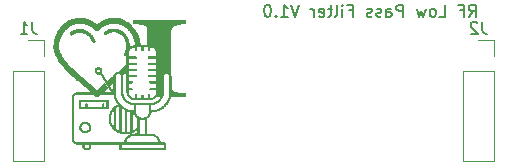
<source format=gbo>
G04 #@! TF.GenerationSoftware,KiCad,Pcbnew,7.0.2*
G04 #@! TF.CreationDate,2023-08-02T20:41:48-05:00*
G04 #@! TF.ProjectId,Session6,53657373-696f-46e3-962e-6b696361645f,rev?*
G04 #@! TF.SameCoordinates,Original*
G04 #@! TF.FileFunction,Legend,Bot*
G04 #@! TF.FilePolarity,Positive*
%FSLAX46Y46*%
G04 Gerber Fmt 4.6, Leading zero omitted, Abs format (unit mm)*
G04 Created by KiCad (PCBNEW 7.0.2) date 2023-08-02 20:41:48*
%MOMM*%
%LPD*%
G01*
G04 APERTURE LIST*
%ADD10C,0.000000*%
%ADD11C,0.150000*%
%ADD12C,0.120000*%
%ADD13C,1.600000*%
%ADD14O,1.600000X1.600000*%
%ADD15O,1.700000X1.700000*%
%ADD16R,1.700000X1.700000*%
G04 APERTURE END LIST*
D10*
G36*
X104386909Y-79745415D02*
G01*
X104386232Y-79770556D01*
X104384224Y-79795357D01*
X104380916Y-79819787D01*
X104376341Y-79843818D01*
X104370532Y-79867418D01*
X104363521Y-79890558D01*
X104355340Y-79913208D01*
X104346022Y-79935337D01*
X104335600Y-79956916D01*
X104324106Y-79977914D01*
X104311572Y-79998303D01*
X104298030Y-80018050D01*
X104283514Y-80037127D01*
X104268056Y-80055504D01*
X104251688Y-80073150D01*
X104234442Y-80090035D01*
X104216352Y-80106130D01*
X104197449Y-80121404D01*
X104177766Y-80135828D01*
X104157336Y-80149370D01*
X104136190Y-80162002D01*
X104114362Y-80173693D01*
X104091884Y-80184413D01*
X104068788Y-80194132D01*
X104045107Y-80202821D01*
X104020873Y-80210448D01*
X103996119Y-80216984D01*
X103970877Y-80222399D01*
X103945179Y-80226664D01*
X103919059Y-80229746D01*
X103892548Y-80231618D01*
X103865679Y-80232249D01*
X103839043Y-80231611D01*
X103812735Y-80229717D01*
X103786790Y-80226600D01*
X103761241Y-80222291D01*
X103736122Y-80216821D01*
X103711467Y-80210221D01*
X103687311Y-80202524D01*
X103663686Y-80193760D01*
X103640627Y-80183962D01*
X103618168Y-80173160D01*
X103596343Y-80161386D01*
X103575185Y-80148673D01*
X103554729Y-80135050D01*
X103535008Y-80120550D01*
X103516056Y-80105203D01*
X103497908Y-80089043D01*
X103480597Y-80072100D01*
X103464157Y-80054405D01*
X103448622Y-80035990D01*
X103434026Y-80016887D01*
X103420403Y-79997127D01*
X103407786Y-79976742D01*
X103396210Y-79955762D01*
X103385709Y-79934220D01*
X103376316Y-79912147D01*
X103368065Y-79889575D01*
X103360991Y-79866535D01*
X103355127Y-79843058D01*
X103350507Y-79819176D01*
X103347165Y-79794921D01*
X103345134Y-79770323D01*
X103344450Y-79745415D01*
X103344450Y-79745414D01*
X103542887Y-79745414D01*
X103543310Y-79760953D01*
X103544565Y-79776301D01*
X103546631Y-79791439D01*
X103549487Y-79806346D01*
X103553112Y-79821004D01*
X103557486Y-79835392D01*
X103562587Y-79849490D01*
X103568395Y-79863278D01*
X103574890Y-79876737D01*
X103582049Y-79889847D01*
X103589853Y-79902588D01*
X103598280Y-79914939D01*
X103607310Y-79926882D01*
X103616922Y-79938396D01*
X103627095Y-79949461D01*
X103637807Y-79960058D01*
X103649040Y-79970167D01*
X103660771Y-79979767D01*
X103672979Y-79988839D01*
X103685644Y-79997364D01*
X103698746Y-80005320D01*
X103712262Y-80012689D01*
X103726173Y-80019450D01*
X103740457Y-80025584D01*
X103755094Y-80031071D01*
X103770063Y-80035890D01*
X103785343Y-80040023D01*
X103800913Y-80043449D01*
X103816753Y-80046148D01*
X103832841Y-80048100D01*
X103849156Y-80049286D01*
X103865679Y-80049686D01*
X103882202Y-80049294D01*
X103898517Y-80048129D01*
X103914606Y-80046211D01*
X103930445Y-80043557D01*
X103946015Y-80040187D01*
X103961295Y-80036117D01*
X103976264Y-80031368D01*
X103990901Y-80025956D01*
X104005186Y-80019902D01*
X104019097Y-80013222D01*
X104032613Y-80005936D01*
X104045715Y-79998061D01*
X104058380Y-79989617D01*
X104070589Y-79980622D01*
X104082319Y-79971093D01*
X104093552Y-79961051D01*
X104104265Y-79950512D01*
X104114437Y-79939495D01*
X104124049Y-79928019D01*
X104133079Y-79916102D01*
X104141506Y-79903763D01*
X104149310Y-79891020D01*
X104156469Y-79877891D01*
X104162964Y-79864395D01*
X104168772Y-79850550D01*
X104173873Y-79836374D01*
X104178247Y-79821887D01*
X104181872Y-79807106D01*
X104184728Y-79792050D01*
X104186794Y-79776737D01*
X104188048Y-79761186D01*
X104188471Y-79745414D01*
X104188048Y-79729876D01*
X104186794Y-79714528D01*
X104184728Y-79699390D01*
X104181872Y-79684483D01*
X104178247Y-79669825D01*
X104173873Y-79655437D01*
X104168772Y-79641339D01*
X104162964Y-79627551D01*
X104156469Y-79614092D01*
X104149310Y-79600982D01*
X104141506Y-79588241D01*
X104133079Y-79575890D01*
X104124049Y-79563947D01*
X104114437Y-79552433D01*
X104104265Y-79541368D01*
X104093552Y-79530771D01*
X104082319Y-79520663D01*
X104070589Y-79511062D01*
X104058380Y-79501990D01*
X104045715Y-79493466D01*
X104032613Y-79485509D01*
X104019097Y-79478141D01*
X104005186Y-79471379D01*
X103990901Y-79465245D01*
X103976264Y-79459759D01*
X103961295Y-79454939D01*
X103946015Y-79450807D01*
X103930445Y-79447381D01*
X103914606Y-79444682D01*
X103898517Y-79442729D01*
X103882202Y-79441543D01*
X103865679Y-79441144D01*
X103849156Y-79441536D01*
X103832841Y-79442700D01*
X103816753Y-79444619D01*
X103800913Y-79447272D01*
X103785343Y-79450643D01*
X103770063Y-79454712D01*
X103755094Y-79459462D01*
X103740457Y-79464873D01*
X103726173Y-79470928D01*
X103712262Y-79477608D01*
X103698745Y-79484894D01*
X103685644Y-79492768D01*
X103672978Y-79501212D01*
X103660770Y-79510208D01*
X103649039Y-79519736D01*
X103637807Y-79529779D01*
X103627094Y-79540318D01*
X103616921Y-79551334D01*
X103607309Y-79562810D01*
X103598279Y-79574727D01*
X103589852Y-79587066D01*
X103582048Y-79599809D01*
X103574889Y-79612938D01*
X103568395Y-79626434D01*
X103562586Y-79640279D01*
X103557485Y-79654454D01*
X103553111Y-79668942D01*
X103549486Y-79683723D01*
X103546630Y-79698779D01*
X103544565Y-79714092D01*
X103543310Y-79729643D01*
X103542887Y-79745414D01*
X103344450Y-79745414D01*
X103345367Y-79720507D01*
X103347601Y-79695910D01*
X103351118Y-79671654D01*
X103355886Y-79647772D01*
X103361874Y-79624296D01*
X103369048Y-79601255D01*
X103377376Y-79578683D01*
X103386825Y-79556610D01*
X103397364Y-79535068D01*
X103408959Y-79514089D01*
X103421578Y-79493703D01*
X103435189Y-79473943D01*
X103449759Y-79454840D01*
X103465256Y-79436425D01*
X103481648Y-79418731D01*
X103498901Y-79401787D01*
X103516984Y-79385627D01*
X103535863Y-79370281D01*
X103555507Y-79355781D01*
X103575883Y-79342158D01*
X103596959Y-79329444D01*
X103618702Y-79317670D01*
X103641079Y-79306869D01*
X103664059Y-79297070D01*
X103687608Y-79288307D01*
X103711695Y-79280609D01*
X103736286Y-79274010D01*
X103761350Y-79268540D01*
X103786853Y-79264230D01*
X103812764Y-79261113D01*
X103839050Y-79259220D01*
X103865679Y-79258582D01*
X103892315Y-79259220D01*
X103918623Y-79261113D01*
X103944568Y-79264230D01*
X103970117Y-79268540D01*
X103995236Y-79274010D01*
X104019891Y-79280610D01*
X104044047Y-79288307D01*
X104067672Y-79297070D01*
X104090731Y-79306869D01*
X104113190Y-79317671D01*
X104135015Y-79329444D01*
X104156173Y-79342158D01*
X104176630Y-79355781D01*
X104196350Y-79370281D01*
X104215302Y-79385627D01*
X104233450Y-79401788D01*
X104250761Y-79418731D01*
X104267201Y-79436426D01*
X104282737Y-79454840D01*
X104297333Y-79473944D01*
X104310956Y-79493704D01*
X104323573Y-79514089D01*
X104335149Y-79535068D01*
X104345650Y-79556610D01*
X104355043Y-79578683D01*
X104363294Y-79601256D01*
X104370368Y-79624296D01*
X104376232Y-79647773D01*
X104380852Y-79671655D01*
X104384194Y-79695910D01*
X104386225Y-79720507D01*
X104386909Y-79745414D01*
X104386909Y-79745415D01*
G37*
G36*
X105325841Y-74964990D02*
G01*
X105324841Y-74978677D01*
X105323197Y-74992209D01*
X105320929Y-75005570D01*
X105318056Y-75018744D01*
X105314599Y-75031718D01*
X105310575Y-75044474D01*
X105306005Y-75056998D01*
X105300908Y-75069274D01*
X105295303Y-75081286D01*
X105289209Y-75093019D01*
X105282647Y-75104458D01*
X105275635Y-75115586D01*
X105268193Y-75126389D01*
X105260340Y-75136851D01*
X105252096Y-75146956D01*
X106233700Y-76684185D01*
X106233700Y-75443289D01*
X106234225Y-75423047D01*
X106235788Y-75403018D01*
X106238375Y-75383229D01*
X106241969Y-75363707D01*
X106246555Y-75344480D01*
X106252118Y-75325575D01*
X106258642Y-75307019D01*
X106266112Y-75288838D01*
X106274512Y-75271061D01*
X106283827Y-75253714D01*
X106294040Y-75236824D01*
X106305138Y-75220419D01*
X106317103Y-75204525D01*
X106329922Y-75189170D01*
X106343577Y-75174381D01*
X106358054Y-75160185D01*
X106373708Y-75146669D01*
X106389897Y-75133913D01*
X106406598Y-75121931D01*
X106423787Y-75110741D01*
X106441441Y-75100357D01*
X106459536Y-75090794D01*
X106478051Y-75082068D01*
X106496960Y-75074195D01*
X106516242Y-75067191D01*
X106535873Y-75061069D01*
X106555829Y-75055847D01*
X106576087Y-75051540D01*
X106596625Y-75048163D01*
X106617418Y-75045732D01*
X106638444Y-75044262D01*
X106659679Y-75043768D01*
X106681619Y-75044291D01*
X106703269Y-75045842D01*
X106724602Y-75048396D01*
X106745591Y-75051928D01*
X106766210Y-75056411D01*
X106786433Y-75061819D01*
X106806232Y-75068128D01*
X106825581Y-75075311D01*
X106844453Y-75083343D01*
X106862822Y-75092199D01*
X106880661Y-75101851D01*
X106897944Y-75112276D01*
X106914643Y-75123446D01*
X106930732Y-75135337D01*
X106946184Y-75147922D01*
X106960973Y-75161177D01*
X106975073Y-75175075D01*
X106988455Y-75189591D01*
X107001095Y-75204698D01*
X107012965Y-75220372D01*
X107024038Y-75236587D01*
X107034289Y-75253317D01*
X107043689Y-75270536D01*
X107052213Y-75288218D01*
X107059834Y-75306339D01*
X107066526Y-75324872D01*
X107072261Y-75343791D01*
X107077013Y-75363072D01*
X107080755Y-75382687D01*
X107083461Y-75402613D01*
X107085105Y-75422822D01*
X107085658Y-75443289D01*
X107085658Y-76734456D01*
X107085782Y-76748352D01*
X107086154Y-76762278D01*
X107086775Y-76776267D01*
X107087643Y-76790349D01*
X107088759Y-76804555D01*
X107090123Y-76818916D01*
X107091736Y-76833463D01*
X107093596Y-76848227D01*
X107100153Y-76892775D01*
X107108871Y-76936595D01*
X107119697Y-76979644D01*
X107132576Y-77021875D01*
X107147452Y-77063244D01*
X107164272Y-77103705D01*
X107182980Y-77143214D01*
X107203522Y-77181726D01*
X107225843Y-77219195D01*
X107249888Y-77255576D01*
X107275603Y-77290824D01*
X107302932Y-77324895D01*
X107331821Y-77357743D01*
X107362216Y-77389324D01*
X107394061Y-77419591D01*
X107427302Y-77448500D01*
X107461884Y-77476007D01*
X107497752Y-77502065D01*
X107534851Y-77526630D01*
X107573128Y-77549657D01*
X107612526Y-77571101D01*
X107652991Y-77590916D01*
X107694470Y-77609058D01*
X107736906Y-77625482D01*
X107780245Y-77640142D01*
X107824432Y-77652994D01*
X107869413Y-77663992D01*
X107915132Y-77673091D01*
X107961536Y-77680247D01*
X108008569Y-77685414D01*
X108056177Y-77688548D01*
X108104304Y-77689602D01*
X109308158Y-77689602D01*
X109360431Y-77688356D01*
X109412034Y-77684660D01*
X109462903Y-77678573D01*
X109512973Y-77670156D01*
X109562178Y-77659470D01*
X109610454Y-77646576D01*
X109657736Y-77631533D01*
X109703958Y-77614402D01*
X109749057Y-77595245D01*
X109792967Y-77574121D01*
X109835623Y-77551092D01*
X109876961Y-77526217D01*
X109916915Y-77499557D01*
X109955420Y-77471173D01*
X109992412Y-77441125D01*
X110027825Y-77409474D01*
X110061595Y-77376281D01*
X110093657Y-77341606D01*
X110123946Y-77305509D01*
X110152396Y-77268051D01*
X110178944Y-77229293D01*
X110203524Y-77189296D01*
X110226070Y-77148119D01*
X110246520Y-77105823D01*
X110264806Y-77062470D01*
X110280865Y-77018119D01*
X110294632Y-76972831D01*
X110306041Y-76926666D01*
X110315027Y-76879686D01*
X110321527Y-76831950D01*
X110325474Y-76783520D01*
X110326804Y-76734456D01*
X110326804Y-75443289D01*
X110327329Y-75423047D01*
X110328892Y-75403018D01*
X110331478Y-75383229D01*
X110335072Y-75363707D01*
X110339659Y-75344480D01*
X110345222Y-75325575D01*
X110351746Y-75307019D01*
X110359216Y-75288838D01*
X110367616Y-75271061D01*
X110376930Y-75253714D01*
X110387144Y-75236824D01*
X110398242Y-75220419D01*
X110410207Y-75204525D01*
X110423026Y-75189170D01*
X110436681Y-75174381D01*
X110451158Y-75160185D01*
X110466405Y-75146669D01*
X110482350Y-75133913D01*
X110498946Y-75121931D01*
X110516147Y-75110741D01*
X110533905Y-75100357D01*
X110552175Y-75090794D01*
X110570911Y-75082068D01*
X110590065Y-75074195D01*
X110609591Y-75067191D01*
X110629442Y-75061069D01*
X110649573Y-75055847D01*
X110669936Y-75051540D01*
X110690485Y-75048163D01*
X110711173Y-75045732D01*
X110731955Y-75044262D01*
X110752783Y-75043768D01*
X110774723Y-75044291D01*
X110796373Y-75045842D01*
X110817706Y-75048396D01*
X110838695Y-75051928D01*
X110859315Y-75056411D01*
X110879537Y-75061819D01*
X110899336Y-75068128D01*
X110918685Y-75075311D01*
X110937558Y-75083343D01*
X110955927Y-75092199D01*
X110973765Y-75101851D01*
X110991048Y-75112276D01*
X111007747Y-75123446D01*
X111023836Y-75135337D01*
X111039288Y-75147922D01*
X111054078Y-75161177D01*
X111068177Y-75175075D01*
X111081560Y-75189591D01*
X111094199Y-75204698D01*
X111106069Y-75220372D01*
X111117143Y-75236587D01*
X111127393Y-75253317D01*
X111136793Y-75270536D01*
X111145317Y-75288218D01*
X111152938Y-75306339D01*
X111159630Y-75324872D01*
X111165365Y-75343791D01*
X111170117Y-75363072D01*
X111173859Y-75382687D01*
X111176566Y-75402613D01*
X111178209Y-75422822D01*
X111178762Y-75443289D01*
X111178762Y-76734456D01*
X111178762Y-76734457D01*
X111176577Y-76820745D01*
X111170086Y-76905918D01*
X111159386Y-76989882D01*
X111144573Y-77072544D01*
X111125746Y-77153810D01*
X111103000Y-77233588D01*
X111076432Y-77311785D01*
X111046140Y-77388307D01*
X111012220Y-77463063D01*
X110974770Y-77535957D01*
X110933885Y-77606899D01*
X110889664Y-77675794D01*
X110842202Y-77742549D01*
X110791597Y-77807073D01*
X110737946Y-77869270D01*
X110681346Y-77929050D01*
X110621893Y-77986317D01*
X110559684Y-78040981D01*
X110494816Y-78092947D01*
X110427387Y-78142122D01*
X110357493Y-78188414D01*
X110285230Y-78231729D01*
X110210697Y-78271974D01*
X110133989Y-78309057D01*
X110055204Y-78342885D01*
X109974438Y-78373364D01*
X109891789Y-78400401D01*
X109807353Y-78423903D01*
X109721227Y-78443778D01*
X109633508Y-78459932D01*
X109544293Y-78472272D01*
X109453679Y-78480706D01*
X109447671Y-78518180D01*
X109439592Y-78555146D01*
X109429483Y-78591530D01*
X109417382Y-78627260D01*
X109403327Y-78662261D01*
X109387358Y-78696460D01*
X109369513Y-78729783D01*
X109349830Y-78762156D01*
X109328350Y-78793507D01*
X109305109Y-78823760D01*
X109280148Y-78852843D01*
X109253505Y-78880681D01*
X109225219Y-78907202D01*
X109195328Y-78932332D01*
X109163871Y-78955997D01*
X109130887Y-78978122D01*
X109130887Y-80258706D01*
X109376950Y-80258706D01*
X109420351Y-80259667D01*
X109463210Y-80262523D01*
X109505484Y-80267230D01*
X109547126Y-80273744D01*
X109588092Y-80282021D01*
X109628336Y-80292018D01*
X109667814Y-80303691D01*
X109706480Y-80316997D01*
X109744290Y-80331892D01*
X109781199Y-80348332D01*
X109817160Y-80366274D01*
X109852130Y-80385675D01*
X109886064Y-80406490D01*
X109918915Y-80428676D01*
X109950640Y-80452190D01*
X109981192Y-80476987D01*
X110010528Y-80503025D01*
X110038602Y-80530259D01*
X110065368Y-80558646D01*
X110090783Y-80588143D01*
X110114800Y-80618705D01*
X110137375Y-80650290D01*
X110158462Y-80682854D01*
X110178018Y-80716352D01*
X110195995Y-80750742D01*
X110212351Y-80785979D01*
X110227039Y-80822021D01*
X110240014Y-80858824D01*
X110251231Y-80896343D01*
X110260646Y-80934536D01*
X110268213Y-80973359D01*
X110273888Y-81012767D01*
X110588742Y-81012767D01*
X110593911Y-81012890D01*
X110598998Y-81013255D01*
X110603996Y-81013855D01*
X110608901Y-81014685D01*
X110612236Y-81015415D01*
X110613707Y-81015737D01*
X110618409Y-81017006D01*
X110623001Y-81018485D01*
X110627478Y-81020168D01*
X110631836Y-81022048D01*
X110636068Y-81024120D01*
X110640169Y-81026377D01*
X110644134Y-81028813D01*
X110647957Y-81031421D01*
X110651634Y-81034196D01*
X110655158Y-81037130D01*
X110658526Y-81040218D01*
X110661730Y-81043453D01*
X110664766Y-81046829D01*
X110667629Y-81050340D01*
X110670313Y-81053979D01*
X110672813Y-81057741D01*
X110675123Y-81061618D01*
X110677239Y-81065604D01*
X110679155Y-81069694D01*
X110680865Y-81073881D01*
X110682365Y-81078158D01*
X110683648Y-81082520D01*
X110684710Y-81086959D01*
X110685545Y-81091470D01*
X110686149Y-81096047D01*
X110686514Y-81100683D01*
X110686637Y-81105371D01*
X110686637Y-81197978D01*
X110686637Y-81597497D01*
X110686507Y-81602185D01*
X110686119Y-81606821D01*
X110685482Y-81611398D01*
X110684601Y-81615909D01*
X110683484Y-81620348D01*
X110682138Y-81624710D01*
X110680568Y-81628987D01*
X110678783Y-81633174D01*
X110676788Y-81637263D01*
X110674590Y-81641250D01*
X110672197Y-81645127D01*
X110669615Y-81648888D01*
X110666851Y-81652528D01*
X110663912Y-81656038D01*
X110660803Y-81659415D01*
X110657533Y-81662650D01*
X110654108Y-81665738D01*
X110650535Y-81668672D01*
X110646820Y-81671446D01*
X110642971Y-81674055D01*
X110638994Y-81676491D01*
X110634895Y-81678748D01*
X110630682Y-81680820D01*
X110626362Y-81682700D01*
X110621941Y-81684383D01*
X110617426Y-81685862D01*
X110612824Y-81687131D01*
X110608141Y-81688183D01*
X110603385Y-81689012D01*
X110598562Y-81689613D01*
X110593678Y-81689977D01*
X110588742Y-81690100D01*
X106836950Y-81690100D01*
X106831781Y-81689977D01*
X106826694Y-81689613D01*
X106821696Y-81689012D01*
X106816791Y-81688183D01*
X106811985Y-81687131D01*
X106807283Y-81685862D01*
X106802691Y-81684383D01*
X106798213Y-81682700D01*
X106793856Y-81680820D01*
X106789624Y-81678748D01*
X106785523Y-81676491D01*
X106781558Y-81674055D01*
X106777734Y-81671446D01*
X106774058Y-81668672D01*
X106770533Y-81665738D01*
X106767166Y-81662650D01*
X106763962Y-81659415D01*
X106760925Y-81656038D01*
X106758063Y-81652528D01*
X106755379Y-81648888D01*
X106752879Y-81645127D01*
X106750568Y-81641250D01*
X106748452Y-81637263D01*
X106746537Y-81633174D01*
X106744826Y-81628987D01*
X106743327Y-81624710D01*
X106742044Y-81620348D01*
X106740981Y-81615909D01*
X106740146Y-81611398D01*
X106739543Y-81606821D01*
X106739177Y-81602185D01*
X106739054Y-81597497D01*
X106739054Y-81504894D01*
X106934846Y-81504894D01*
X110490846Y-81504894D01*
X110490846Y-81197978D01*
X106934846Y-81197978D01*
X106934846Y-81504894D01*
X106739054Y-81504894D01*
X106739054Y-81197977D01*
X104389554Y-81197977D01*
X104389554Y-81200624D01*
X104389554Y-81324977D01*
X104389047Y-81343716D01*
X104387541Y-81362214D01*
X104385061Y-81380450D01*
X104381632Y-81398398D01*
X104377279Y-81416037D01*
X104372026Y-81433342D01*
X104365898Y-81450290D01*
X104358920Y-81466859D01*
X104351117Y-81483025D01*
X104342512Y-81498764D01*
X104333132Y-81514054D01*
X104323000Y-81528871D01*
X104312141Y-81543191D01*
X104300581Y-81556993D01*
X104288343Y-81570252D01*
X104275453Y-81582945D01*
X104261934Y-81595049D01*
X104247813Y-81606540D01*
X104233113Y-81617396D01*
X104217859Y-81627593D01*
X104202077Y-81637108D01*
X104185790Y-81645918D01*
X104169023Y-81653999D01*
X104151801Y-81661328D01*
X104134150Y-81667882D01*
X104116092Y-81673637D01*
X104097654Y-81678571D01*
X104078860Y-81682660D01*
X104059735Y-81685881D01*
X104040303Y-81688210D01*
X104020589Y-81689625D01*
X104000617Y-81690101D01*
X103980646Y-81689625D01*
X103960932Y-81688210D01*
X103941499Y-81685881D01*
X103922374Y-81682660D01*
X103903580Y-81678571D01*
X103885142Y-81673637D01*
X103867084Y-81667882D01*
X103849433Y-81661328D01*
X103832211Y-81653999D01*
X103815444Y-81645918D01*
X103799157Y-81637108D01*
X103783375Y-81627594D01*
X103768121Y-81617396D01*
X103753421Y-81606541D01*
X103739299Y-81595049D01*
X103725781Y-81582945D01*
X103712891Y-81570252D01*
X103700653Y-81556993D01*
X103689092Y-81543192D01*
X103678234Y-81528871D01*
X103668102Y-81514054D01*
X103658721Y-81498764D01*
X103650117Y-81483025D01*
X103642313Y-81466859D01*
X103635335Y-81450291D01*
X103629207Y-81433342D01*
X103623954Y-81416037D01*
X103619601Y-81398398D01*
X103616172Y-81380450D01*
X103613693Y-81362215D01*
X103612187Y-81343716D01*
X103611751Y-81327624D01*
X103804825Y-81327624D01*
X103807471Y-81327624D01*
X103807718Y-81336753D01*
X103808448Y-81345777D01*
X103809652Y-81354684D01*
X103811316Y-81363461D01*
X103813430Y-81372097D01*
X103815983Y-81380580D01*
X103818961Y-81388896D01*
X103822354Y-81397035D01*
X103826151Y-81404984D01*
X103830338Y-81412731D01*
X103834906Y-81420264D01*
X103839842Y-81427571D01*
X103845134Y-81434639D01*
X103850771Y-81441457D01*
X103856742Y-81448012D01*
X103863034Y-81454293D01*
X103869637Y-81460286D01*
X103876537Y-81465981D01*
X103883725Y-81471365D01*
X103891188Y-81476426D01*
X103898914Y-81481151D01*
X103906892Y-81485529D01*
X103915111Y-81489548D01*
X103923558Y-81493195D01*
X103932222Y-81496458D01*
X103941092Y-81499326D01*
X103950155Y-81501785D01*
X103959401Y-81503825D01*
X103968817Y-81505432D01*
X103978392Y-81506595D01*
X103988114Y-81507302D01*
X103997972Y-81507540D01*
X104007830Y-81507302D01*
X104017552Y-81506595D01*
X104027127Y-81505432D01*
X104036543Y-81503825D01*
X104045788Y-81501785D01*
X104054852Y-81499326D01*
X104063721Y-81496458D01*
X104072386Y-81493195D01*
X104080833Y-81489548D01*
X104089051Y-81485529D01*
X104097029Y-81481151D01*
X104104756Y-81476426D01*
X104112218Y-81471365D01*
X104119406Y-81465981D01*
X104126307Y-81460286D01*
X104132909Y-81454293D01*
X104139201Y-81448012D01*
X104145172Y-81441457D01*
X104150809Y-81434639D01*
X104156101Y-81427571D01*
X104161037Y-81420264D01*
X104165604Y-81412731D01*
X104169792Y-81404984D01*
X104173588Y-81397035D01*
X104176982Y-81388896D01*
X104179960Y-81380580D01*
X104182512Y-81372097D01*
X104184626Y-81363461D01*
X104186291Y-81354684D01*
X104187494Y-81345777D01*
X104188225Y-81336753D01*
X104188471Y-81327624D01*
X104188471Y-81200624D01*
X103804825Y-81200624D01*
X103804825Y-81327624D01*
X103611751Y-81327624D01*
X103611679Y-81324977D01*
X103611679Y-81197977D01*
X103196284Y-81197977D01*
X103170895Y-81197377D01*
X103145847Y-81195596D01*
X103121170Y-81192664D01*
X103096895Y-81188608D01*
X103073051Y-81183457D01*
X103049671Y-81177240D01*
X103026783Y-81169985D01*
X103004420Y-81161721D01*
X102982610Y-81152476D01*
X102961386Y-81142279D01*
X102940776Y-81131159D01*
X102920812Y-81119144D01*
X102901525Y-81106263D01*
X102882945Y-81092544D01*
X102865102Y-81078017D01*
X102848026Y-81062708D01*
X102831749Y-81046648D01*
X102816301Y-81029865D01*
X102804240Y-81015415D01*
X107339658Y-81015415D01*
X110080742Y-81015415D01*
X110075802Y-80985375D01*
X110069439Y-80955802D01*
X110061686Y-80926727D01*
X110052578Y-80898182D01*
X110042148Y-80870198D01*
X110030431Y-80842809D01*
X110017460Y-80816046D01*
X110003268Y-80789940D01*
X109987891Y-80764525D01*
X109971362Y-80739831D01*
X109953715Y-80715891D01*
X109934983Y-80692737D01*
X109915201Y-80670400D01*
X109894403Y-80648914D01*
X109872622Y-80628309D01*
X109849893Y-80608618D01*
X109826249Y-80589872D01*
X109801724Y-80572105D01*
X109776352Y-80555347D01*
X109750168Y-80539630D01*
X109723204Y-80524987D01*
X109695495Y-80511450D01*
X109667075Y-80499050D01*
X109637978Y-80487819D01*
X109608238Y-80477790D01*
X109577888Y-80468995D01*
X109546962Y-80461465D01*
X109515495Y-80455232D01*
X109483520Y-80450329D01*
X109451071Y-80446787D01*
X109418182Y-80444638D01*
X109384888Y-80443915D01*
X108038159Y-80443915D01*
X108020418Y-80444158D01*
X108002895Y-80444866D01*
X107985557Y-80446008D01*
X107968375Y-80447553D01*
X107951316Y-80449470D01*
X107934351Y-80451729D01*
X107917447Y-80454297D01*
X107900575Y-80457144D01*
X107897629Y-80457670D01*
X107894741Y-80458250D01*
X107889123Y-80459542D01*
X107883692Y-80460958D01*
X107878416Y-80462436D01*
X107868205Y-80465330D01*
X107863208Y-80466622D01*
X107858242Y-80467727D01*
X107847333Y-80470595D01*
X107836455Y-80473308D01*
X107814916Y-80478642D01*
X107804318Y-80481448D01*
X107793874Y-80484471D01*
X107783616Y-80487804D01*
X107778566Y-80489616D01*
X107773575Y-80491541D01*
X107767627Y-80493644D01*
X107761710Y-80495964D01*
X107755855Y-80498470D01*
X107750093Y-80501132D01*
X107744455Y-80503917D01*
X107738972Y-80506795D01*
X107733676Y-80509736D01*
X107728596Y-80512707D01*
X107710736Y-80520728D01*
X107701807Y-80524893D01*
X107692877Y-80529244D01*
X107683947Y-80533843D01*
X107675018Y-80538752D01*
X107666088Y-80544034D01*
X107661623Y-80546833D01*
X107657158Y-80549749D01*
X107654212Y-80551268D01*
X107651324Y-80552844D01*
X107648490Y-80554475D01*
X107645707Y-80556157D01*
X107642970Y-80557885D01*
X107640275Y-80559655D01*
X107634999Y-80563309D01*
X107629847Y-80567086D01*
X107624788Y-80570957D01*
X107614825Y-80578853D01*
X107583406Y-80601674D01*
X107575784Y-80607457D01*
X107568316Y-80613456D01*
X107564651Y-80616566D01*
X107561035Y-80619766D01*
X107557474Y-80623066D01*
X107553971Y-80626479D01*
X107551520Y-80628493D01*
X107549124Y-80630566D01*
X107546774Y-80632693D01*
X107544463Y-80634871D01*
X107539925Y-80639361D01*
X107535450Y-80644007D01*
X107526438Y-80653639D01*
X107521777Y-80658564D01*
X107516929Y-80663520D01*
X107510103Y-80670465D01*
X107503494Y-80677410D01*
X107497070Y-80684356D01*
X107490802Y-80691301D01*
X107478606Y-80705192D01*
X107466658Y-80719082D01*
X107458762Y-80729004D01*
X107454892Y-80733965D01*
X107451114Y-80738926D01*
X107447461Y-80743887D01*
X107443962Y-80748848D01*
X107440650Y-80753809D01*
X107437554Y-80758770D01*
X107427674Y-80774686D01*
X107422811Y-80782722D01*
X107418041Y-80790851D01*
X107413396Y-80799104D01*
X107408905Y-80807511D01*
X107404600Y-80816105D01*
X107400513Y-80824916D01*
X107388937Y-80847405D01*
X107386276Y-80852873D01*
X107383770Y-80858402D01*
X107382584Y-80861209D01*
X107381449Y-80864055D01*
X107380369Y-80866948D01*
X107379346Y-80869895D01*
X107375501Y-80878829D01*
X107371904Y-80887795D01*
X107368556Y-80896823D01*
X107365455Y-80905944D01*
X107362603Y-80915189D01*
X107359998Y-80924589D01*
X107357642Y-80934175D01*
X107355533Y-80943978D01*
X107342304Y-80991603D01*
X107341839Y-80993091D01*
X107341431Y-80994579D01*
X107341078Y-80996067D01*
X107340775Y-80997556D01*
X107340518Y-80999044D01*
X107340304Y-81000532D01*
X107340129Y-81002021D01*
X107339989Y-81003509D01*
X107339798Y-81006486D01*
X107339700Y-81009462D01*
X107339658Y-81015415D01*
X102804240Y-81015415D01*
X102801713Y-81012387D01*
X102788014Y-80994242D01*
X102775236Y-80975460D01*
X102763409Y-80956069D01*
X102752564Y-80936098D01*
X102742730Y-80915575D01*
X102733939Y-80894529D01*
X102726222Y-80872988D01*
X102719607Y-80850981D01*
X102714127Y-80828536D01*
X102709812Y-80805683D01*
X102706692Y-80782449D01*
X102704797Y-80758864D01*
X102704371Y-80742894D01*
X102902594Y-80742894D01*
X102902738Y-80756471D01*
X102903654Y-80769906D01*
X102905321Y-80783179D01*
X102907721Y-80796270D01*
X102910834Y-80809163D01*
X102914641Y-80821837D01*
X102919122Y-80834273D01*
X102924258Y-80846453D01*
X102930030Y-80858359D01*
X102936418Y-80869969D01*
X102943403Y-80881267D01*
X102950965Y-80892234D01*
X102959086Y-80902849D01*
X102967745Y-80913095D01*
X102976923Y-80922952D01*
X102986602Y-80932402D01*
X102996761Y-80941425D01*
X103007381Y-80950003D01*
X103018443Y-80958117D01*
X103029927Y-80965748D01*
X103041815Y-80972877D01*
X103054086Y-80979486D01*
X103066721Y-80985554D01*
X103079702Y-80991064D01*
X103093008Y-80995997D01*
X103106620Y-81000333D01*
X103120519Y-81004054D01*
X103134685Y-81007141D01*
X103149100Y-81009575D01*
X103163743Y-81011336D01*
X103178595Y-81012407D01*
X103193637Y-81012768D01*
X107141221Y-81012768D01*
X107142332Y-81002847D01*
X107143660Y-80992925D01*
X107145174Y-80983003D01*
X107146843Y-80973081D01*
X107150522Y-80953238D01*
X107154450Y-80933394D01*
X107154450Y-80928102D01*
X107156553Y-80919059D01*
X107158873Y-80909830D01*
X107161380Y-80900476D01*
X107164041Y-80891061D01*
X107166826Y-80881645D01*
X107169705Y-80872292D01*
X107175616Y-80854019D01*
X107177642Y-80848025D01*
X107178732Y-80844950D01*
X107179916Y-80841782D01*
X107181223Y-80838491D01*
X107182686Y-80835044D01*
X107184334Y-80831411D01*
X107186200Y-80827561D01*
X107204721Y-80777291D01*
X107212327Y-80762738D01*
X107213997Y-80759256D01*
X107214775Y-80757495D01*
X107215511Y-80755711D01*
X107216200Y-80753895D01*
X107216839Y-80752042D01*
X107217423Y-80750141D01*
X107217950Y-80748187D01*
X107239116Y-80705853D01*
X107257637Y-80676749D01*
X107263631Y-80666827D01*
X107266706Y-80661866D01*
X107269874Y-80656905D01*
X107273166Y-80651944D01*
X107276613Y-80646983D01*
X107280245Y-80642022D01*
X107284096Y-80637061D01*
X107305262Y-80607957D01*
X107306781Y-80605506D01*
X107308357Y-80603114D01*
X107309988Y-80600777D01*
X107311670Y-80598489D01*
X107313398Y-80596249D01*
X107315168Y-80594050D01*
X107316978Y-80591891D01*
X107318822Y-80589766D01*
X107322600Y-80585606D01*
X107326470Y-80581539D01*
X107334367Y-80573560D01*
X107358179Y-80547103D01*
X107389929Y-80515353D01*
X107416388Y-80491541D01*
X107450783Y-80462436D01*
X107479888Y-80438623D01*
X107516929Y-80412165D01*
X107548679Y-80390998D01*
X107588367Y-80367186D01*
X107596304Y-80363176D01*
X107600273Y-80361093D01*
X107604242Y-80358918D01*
X107608210Y-80356618D01*
X107612179Y-80354163D01*
X107616148Y-80351523D01*
X107618132Y-80350123D01*
X107620117Y-80348665D01*
X107622627Y-80347207D01*
X107625191Y-80345807D01*
X107627802Y-80344462D01*
X107630452Y-80343167D01*
X107635837Y-80340712D01*
X107641283Y-80338413D01*
X107662450Y-80330145D01*
X107666533Y-80328165D01*
X107670801Y-80326217D01*
X107675194Y-80324331D01*
X107679648Y-80322537D01*
X107684103Y-80320868D01*
X107688495Y-80319354D01*
X107692763Y-80318026D01*
X107696846Y-80316915D01*
X107708711Y-80312946D01*
X107720328Y-80308978D01*
X107731448Y-80305009D01*
X107736745Y-80303025D01*
X107741825Y-80301040D01*
X107776221Y-80290456D01*
X107826492Y-80277227D01*
X107834470Y-80275243D01*
X107842697Y-80273259D01*
X107851420Y-80271275D01*
X107856045Y-80270283D01*
X107860887Y-80269291D01*
X107888999Y-80265322D01*
X107903675Y-80263337D01*
X107919095Y-80261353D01*
X107948199Y-80258708D01*
X107970069Y-80256765D01*
X107992187Y-80255070D01*
X108003416Y-80254393D01*
X108014800Y-80253871D01*
X108026371Y-80253535D01*
X108038158Y-80253416D01*
X108284220Y-80253416D01*
X108284220Y-79951791D01*
X108268216Y-79965677D01*
X108251933Y-79979531D01*
X108235340Y-79993323D01*
X108218406Y-80007022D01*
X108201099Y-80020598D01*
X108183390Y-80034018D01*
X108165246Y-80047253D01*
X108146637Y-80060270D01*
X108144186Y-80061789D01*
X108141785Y-80063365D01*
X108139423Y-80064996D01*
X108137087Y-80066678D01*
X108132452Y-80070176D01*
X108127786Y-80073830D01*
X108122995Y-80077608D01*
X108117988Y-80081478D01*
X108112670Y-80085411D01*
X108109866Y-80087391D01*
X108106951Y-80089373D01*
X108106950Y-80089374D01*
X108085359Y-80102903D01*
X108064203Y-80115750D01*
X108043419Y-80127976D01*
X108022944Y-80139645D01*
X108003788Y-80150226D01*
X108002718Y-80150817D01*
X107982678Y-80161556D01*
X107962762Y-80171922D01*
X107942908Y-80181978D01*
X107935089Y-80185828D01*
X107927488Y-80189461D01*
X107912811Y-80196200D01*
X107898632Y-80202442D01*
X107884700Y-80208437D01*
X107875873Y-80212292D01*
X107867171Y-80215960D01*
X107858469Y-80219505D01*
X107849642Y-80222988D01*
X107831121Y-80230016D01*
X107810616Y-80237541D01*
X107781610Y-80248088D01*
X107752201Y-80257922D01*
X107722482Y-80267074D01*
X107692546Y-80275574D01*
X107662486Y-80283455D01*
X107632395Y-80290747D01*
X107602365Y-80297480D01*
X107572491Y-80303687D01*
X107556720Y-80306544D01*
X107541072Y-80309185D01*
X107525424Y-80311639D01*
X107509653Y-80313939D01*
X107477241Y-80318197D01*
X107442846Y-80322207D01*
X107403158Y-80324853D01*
X107381743Y-80326796D01*
X107360825Y-80328491D01*
X107350397Y-80329168D01*
X107339906Y-80329690D01*
X107329292Y-80330026D01*
X107318492Y-80330145D01*
X107284096Y-80330145D01*
X107255208Y-80329891D01*
X107226135Y-80329111D01*
X107196938Y-80327772D01*
X107167679Y-80325845D01*
X107138419Y-80323297D01*
X107109222Y-80320098D01*
X107080149Y-80316217D01*
X107051262Y-80311623D01*
X107037253Y-80309520D01*
X107023026Y-80307200D01*
X106994046Y-80302033D01*
X106964570Y-80296369D01*
X106934846Y-80290456D01*
X106905617Y-80282932D01*
X106877629Y-80275904D01*
X106864178Y-80272421D01*
X106851129Y-80268876D01*
X106838515Y-80265207D01*
X106826366Y-80261352D01*
X106823721Y-80261352D01*
X106793221Y-80251301D01*
X106763280Y-80240971D01*
X106733959Y-80230331D01*
X106705319Y-80219350D01*
X106677424Y-80207997D01*
X106650336Y-80196240D01*
X106624115Y-80184050D01*
X106598825Y-80171394D01*
X106591890Y-80168304D01*
X106585017Y-80165027D01*
X106578268Y-80161627D01*
X106571705Y-80158165D01*
X106565390Y-80154702D01*
X106559385Y-80151302D01*
X106548554Y-80144936D01*
X106527950Y-80133774D01*
X106507750Y-80122115D01*
X106487860Y-80109961D01*
X106468186Y-80097311D01*
X106448637Y-80084164D01*
X106429119Y-80070522D01*
X106409539Y-80056383D01*
X106389804Y-80041749D01*
X106383851Y-80037661D01*
X106377897Y-80033356D01*
X106371944Y-80028866D01*
X106365991Y-80024220D01*
X106360038Y-80019450D01*
X106354085Y-80014588D01*
X106342179Y-80004707D01*
X106336887Y-79999415D01*
X106334241Y-79996770D01*
X106318366Y-79983541D01*
X106308403Y-79975521D01*
X106303344Y-79971355D01*
X106298191Y-79967004D01*
X106292915Y-79962405D01*
X106287484Y-79957496D01*
X106281867Y-79952215D01*
X106276033Y-79946499D01*
X106228408Y-79901520D01*
X106213154Y-79886019D01*
X106198156Y-79870277D01*
X106183422Y-79854302D01*
X106168959Y-79838103D01*
X106154775Y-79821687D01*
X106140878Y-79805061D01*
X106127275Y-79788234D01*
X106113975Y-79771213D01*
X106100985Y-79754007D01*
X106088313Y-79736621D01*
X106075966Y-79719066D01*
X106063952Y-79701347D01*
X106052280Y-79683474D01*
X106040956Y-79665453D01*
X106029989Y-79647292D01*
X106019387Y-79629000D01*
X106002519Y-79599896D01*
X105998380Y-79592465D01*
X105994458Y-79585096D01*
X105990845Y-79577851D01*
X105989185Y-79574294D01*
X105987636Y-79570792D01*
X105979740Y-79554958D01*
X105972092Y-79539372D01*
X105964940Y-79524283D01*
X105961627Y-79517002D01*
X105958532Y-79509938D01*
X105949840Y-79491825D01*
X105941582Y-79473185D01*
X105933696Y-79453987D01*
X105926120Y-79434201D01*
X105918793Y-79413794D01*
X105911651Y-79392735D01*
X105904633Y-79370995D01*
X105897678Y-79348542D01*
X105894825Y-79339622D01*
X105892221Y-79330765D01*
X105889864Y-79322031D01*
X105887756Y-79313484D01*
X105885896Y-79305185D01*
X105884283Y-79297196D01*
X105882919Y-79289579D01*
X105881803Y-79282396D01*
X105877875Y-79266231D01*
X105874196Y-79250315D01*
X105871013Y-79235887D01*
X105868574Y-79224187D01*
X105865830Y-79212156D01*
X105863489Y-79199878D01*
X105861458Y-79187352D01*
X105859644Y-79174578D01*
X105852699Y-79121000D01*
X105850839Y-79104128D01*
X105849226Y-79087224D01*
X105847862Y-79070259D01*
X105846746Y-79053200D01*
X105845878Y-79036018D01*
X105845258Y-79018680D01*
X105844886Y-79001157D01*
X105844762Y-78983416D01*
X105844762Y-78983414D01*
X106032616Y-78983414D01*
X106032735Y-78999165D01*
X106033071Y-79014668D01*
X106033593Y-79029923D01*
X106034270Y-79044930D01*
X106035965Y-79074199D01*
X106037908Y-79102477D01*
X106039019Y-79113396D01*
X106040347Y-79124346D01*
X106041862Y-79135359D01*
X106043531Y-79146464D01*
X106047210Y-79169077D01*
X106051137Y-79192435D01*
X106053163Y-79202439D01*
X106055437Y-79212940D01*
X106056744Y-79218531D01*
X106058207Y-79224433D01*
X106059855Y-79230706D01*
X106061721Y-79237414D01*
X106069658Y-79268833D01*
X106073627Y-79283923D01*
X106077595Y-79298268D01*
X106083559Y-79317755D01*
X106089584Y-79336591D01*
X106095734Y-79354869D01*
X106102069Y-79372682D01*
X106108653Y-79390123D01*
X106115547Y-79407285D01*
X106122813Y-79424261D01*
X106130512Y-79441144D01*
X106133381Y-79447097D01*
X106136094Y-79453050D01*
X106141427Y-79464956D01*
X106144232Y-79470909D01*
X106147255Y-79476862D01*
X106148877Y-79479839D01*
X106150589Y-79482815D01*
X106152400Y-79485792D01*
X106154325Y-79488768D01*
X106157415Y-79494727D01*
X106160691Y-79500716D01*
X106167554Y-79512912D01*
X106171016Y-79519180D01*
X106174417Y-79525603D01*
X106177693Y-79532212D01*
X106179265Y-79535596D01*
X106180783Y-79539038D01*
X106191940Y-79557880D01*
X106203562Y-79576659D01*
X106215619Y-79595314D01*
X106228078Y-79613783D01*
X106240909Y-79632005D01*
X106254081Y-79649916D01*
X106267564Y-79667455D01*
X106281325Y-79684559D01*
X106282782Y-79685086D01*
X106284178Y-79685666D01*
X106285511Y-79686293D01*
X106286782Y-79686958D01*
X106287992Y-79687655D01*
X106289139Y-79688374D01*
X106290224Y-79689110D01*
X106291247Y-79689853D01*
X106292208Y-79690596D01*
X106293108Y-79691331D01*
X106294720Y-79692747D01*
X106296084Y-79694039D01*
X106297200Y-79695144D01*
X106297200Y-78266394D01*
X106492992Y-78266394D01*
X106492992Y-79890937D01*
X106506221Y-79901519D01*
X106523098Y-79914175D01*
X106540038Y-79926366D01*
X106557101Y-79938122D01*
X106574351Y-79949475D01*
X106591849Y-79960457D01*
X106609657Y-79971097D01*
X106627836Y-79981427D01*
X106646450Y-79991478D01*
X106648466Y-79992936D01*
X106650548Y-79994340D01*
X106652700Y-79995698D01*
X106654925Y-79997017D01*
X106657228Y-79998305D01*
X106659612Y-79999570D01*
X106664640Y-80002061D01*
X106670040Y-80004552D01*
X106675844Y-80007105D01*
X106688783Y-80012645D01*
X106696840Y-80016614D01*
X106705113Y-80020583D01*
X106722187Y-80028520D01*
X106739757Y-80036458D01*
X106757575Y-80044395D01*
X106953366Y-80044395D01*
X106953366Y-80110540D01*
X106979825Y-80118477D01*
X106991742Y-80121334D01*
X107003720Y-80123975D01*
X107015823Y-80126430D01*
X107028112Y-80128729D01*
X107040648Y-80130905D01*
X107053495Y-80132988D01*
X107080367Y-80136998D01*
X107111703Y-80140925D01*
X107142544Y-80144604D01*
X107173384Y-80147787D01*
X107188959Y-80149115D01*
X107204721Y-80150226D01*
X107217950Y-80150226D01*
X107217950Y-80144937D01*
X107416388Y-80144937D01*
X107424325Y-80144937D01*
X107452106Y-80140926D01*
X107479888Y-80136668D01*
X107493778Y-80134368D01*
X107507669Y-80131913D01*
X107521560Y-80129273D01*
X107535450Y-80126415D01*
X107551325Y-80123314D01*
X107567200Y-80119966D01*
X107583075Y-80116369D01*
X107598950Y-80112525D01*
X107614825Y-80108432D01*
X107630700Y-80104091D01*
X107646575Y-80099502D01*
X107662450Y-80094665D01*
X107678325Y-80089373D01*
X107678325Y-80012644D01*
X107871471Y-80012644D01*
X107886359Y-80005456D01*
X107901278Y-79997803D01*
X107916259Y-79989715D01*
X107931333Y-79981225D01*
X107946531Y-79972362D01*
X107961884Y-79963159D01*
X107993179Y-79943853D01*
X107995164Y-79942394D01*
X107997153Y-79940985D01*
X108001158Y-79938272D01*
X108009385Y-79932939D01*
X108013669Y-79930133D01*
X108018108Y-79927110D01*
X108020395Y-79925488D01*
X108022733Y-79923777D01*
X108025125Y-79921965D01*
X108027575Y-79920041D01*
X108046183Y-79907023D01*
X108064327Y-79893789D01*
X108082037Y-79880368D01*
X108099343Y-79866793D01*
X108116278Y-79853094D01*
X108132871Y-79839301D01*
X108149154Y-79825447D01*
X108165158Y-79811561D01*
X108180909Y-79796435D01*
X108196412Y-79780845D01*
X108211667Y-79764820D01*
X108226674Y-79748392D01*
X108241433Y-79731592D01*
X108255944Y-79714451D01*
X108270206Y-79697000D01*
X108284221Y-79679269D01*
X108482659Y-79679269D01*
X108482659Y-80253416D01*
X108482659Y-80258706D01*
X108943033Y-80258706D01*
X108943033Y-79070727D01*
X108942041Y-79071193D01*
X108941049Y-79071600D01*
X108940057Y-79071954D01*
X108939065Y-79072256D01*
X108938072Y-79072513D01*
X108937080Y-79072727D01*
X108936088Y-79072902D01*
X108935096Y-79073042D01*
X108934104Y-79073151D01*
X108933111Y-79073233D01*
X108931127Y-79073331D01*
X108929143Y-79073367D01*
X108927158Y-79073372D01*
X108855721Y-79089248D01*
X108851638Y-79090235D01*
X108847370Y-79091191D01*
X108842977Y-79092085D01*
X108838523Y-79092886D01*
X108834068Y-79093562D01*
X108829676Y-79094084D01*
X108825407Y-79094420D01*
X108823339Y-79094509D01*
X108821325Y-79094539D01*
X108807548Y-79096400D01*
X108793957Y-79098012D01*
X108780490Y-79099376D01*
X108767085Y-79100492D01*
X108753680Y-79101361D01*
X108740213Y-79101981D01*
X108726623Y-79102353D01*
X108712846Y-79102477D01*
X108691307Y-79102394D01*
X108679592Y-79102198D01*
X108667536Y-79101815D01*
X108655356Y-79101185D01*
X108643269Y-79100244D01*
X108631491Y-79098932D01*
X108625787Y-79098116D01*
X108620241Y-79097185D01*
X108603493Y-79095071D01*
X108586962Y-79092679D01*
X108570617Y-79089976D01*
X108554426Y-79086932D01*
X108538360Y-79083517D01*
X108522387Y-79079698D01*
X108506476Y-79075445D01*
X108490596Y-79070727D01*
X108488844Y-79071595D01*
X108488125Y-79071937D01*
X108487495Y-79072216D01*
X108486943Y-79072433D01*
X108486457Y-79072588D01*
X108486235Y-79072642D01*
X108486025Y-79072681D01*
X108485825Y-79072704D01*
X108485635Y-79072712D01*
X108485453Y-79072704D01*
X108485277Y-79072681D01*
X108485105Y-79072642D01*
X108484937Y-79072588D01*
X108484772Y-79072518D01*
X108484606Y-79072433D01*
X108484440Y-79072332D01*
X108484271Y-79072216D01*
X108483920Y-79071937D01*
X108483542Y-79071595D01*
X108482659Y-79070727D01*
X108482659Y-79679269D01*
X108284221Y-79679269D01*
X108284221Y-78980770D01*
X108252553Y-78958818D01*
X108236875Y-78947609D01*
X108221382Y-78936121D01*
X108206138Y-78924261D01*
X108191203Y-78911937D01*
X108183872Y-78905571D01*
X108176641Y-78899054D01*
X108169519Y-78892374D01*
X108162513Y-78885520D01*
X108142204Y-78863882D01*
X108122949Y-78841651D01*
X108104749Y-78818855D01*
X108087603Y-78795520D01*
X108071511Y-78771673D01*
X108056473Y-78747342D01*
X108042489Y-78722553D01*
X108029560Y-78697334D01*
X108017685Y-78671712D01*
X108006863Y-78645715D01*
X107997097Y-78619368D01*
X107988384Y-78592700D01*
X107980726Y-78565737D01*
X107974121Y-78538507D01*
X107968571Y-78511036D01*
X107964075Y-78483352D01*
X107871471Y-78475415D01*
X107871471Y-80012644D01*
X107678325Y-80012644D01*
X107678325Y-78441020D01*
X107657158Y-78435728D01*
X107585721Y-78417207D01*
X107530158Y-78401332D01*
X107456075Y-78377520D01*
X107416388Y-78364291D01*
X107416388Y-80144937D01*
X107217950Y-80144937D01*
X107217950Y-78276977D01*
X107215499Y-78275954D01*
X107213102Y-78274873D01*
X107210752Y-78273738D01*
X107208441Y-78272553D01*
X107206161Y-78271321D01*
X107203904Y-78270047D01*
X107199429Y-78267386D01*
X107190416Y-78261722D01*
X107185755Y-78258781D01*
X107180908Y-78255810D01*
X107109471Y-78216123D01*
X107079374Y-78197602D01*
X107072238Y-78193127D01*
X107065194Y-78188589D01*
X107058213Y-78183928D01*
X107051262Y-78179081D01*
X107042451Y-78174001D01*
X107033858Y-78168705D01*
X107025450Y-78163222D01*
X107017197Y-78157584D01*
X107009068Y-78151822D01*
X107001033Y-78145967D01*
X106985116Y-78134102D01*
X106953366Y-78115582D01*
X106953366Y-80044395D01*
X106757575Y-80044395D01*
X106757575Y-77951541D01*
X106739054Y-77933020D01*
X106686137Y-77956833D01*
X106683656Y-77957390D01*
X106681171Y-77958067D01*
X106678679Y-77958861D01*
X106676174Y-77959767D01*
X106673655Y-77960782D01*
X106671115Y-77961901D01*
X106668553Y-77963122D01*
X106665963Y-77964439D01*
X106663343Y-77965849D01*
X106660687Y-77967348D01*
X106655256Y-77970598D01*
X106649639Y-77974159D01*
X106643804Y-77977998D01*
X106626932Y-77987181D01*
X106610029Y-77996891D01*
X106593063Y-78007159D01*
X106576005Y-78018016D01*
X106558822Y-78029494D01*
X106541485Y-78041622D01*
X106523961Y-78054433D01*
X106506221Y-78067957D01*
X106505258Y-78068453D01*
X106504350Y-78068954D01*
X106503488Y-78069462D01*
X106502665Y-78069982D01*
X106501873Y-78070518D01*
X106501105Y-78071073D01*
X106500352Y-78071651D01*
X106499606Y-78072256D01*
X106498861Y-78072892D01*
X106498108Y-78073564D01*
X106496547Y-78075026D01*
X106494862Y-78076675D01*
X106492992Y-78078540D01*
X106492992Y-78266394D01*
X106297200Y-78266394D01*
X106286617Y-78279623D01*
X106272850Y-78296733D01*
X106259332Y-78314308D01*
X106246061Y-78332318D01*
X106233039Y-78350730D01*
X106220264Y-78369514D01*
X106207738Y-78388640D01*
X106195460Y-78408075D01*
X106183429Y-78427790D01*
X106180339Y-78433748D01*
X106177063Y-78439737D01*
X106170200Y-78451933D01*
X106166738Y-78458201D01*
X106163337Y-78464625D01*
X106160061Y-78471234D01*
X106158489Y-78474618D01*
X106156971Y-78478060D01*
X106145065Y-78501212D01*
X106142088Y-78507309D01*
X106139111Y-78513779D01*
X106136135Y-78520745D01*
X106134647Y-78524453D01*
X106133158Y-78528331D01*
X106126218Y-78543576D01*
X106119309Y-78559503D01*
X106112462Y-78576050D01*
X106105708Y-78593155D01*
X106099078Y-78610756D01*
X106092603Y-78628791D01*
X106086314Y-78647198D01*
X106080241Y-78665915D01*
X106076231Y-78681832D01*
X106071973Y-78697996D01*
X106069673Y-78706249D01*
X106067219Y-78714657D01*
X106064578Y-78723250D01*
X106061721Y-78732061D01*
X106060759Y-78734543D01*
X106059855Y-78737037D01*
X106059006Y-78739554D01*
X106058207Y-78742107D01*
X106057454Y-78744705D01*
X106056744Y-78747362D01*
X106055437Y-78752896D01*
X106054253Y-78758803D01*
X106053163Y-78765175D01*
X106052135Y-78772105D01*
X106051137Y-78779686D01*
X106047210Y-78799943D01*
X106043530Y-78820696D01*
X106041861Y-78831104D01*
X106040347Y-78841450D01*
X106039019Y-78851671D01*
X106037908Y-78861706D01*
X106035965Y-78891513D01*
X106034270Y-78921568D01*
X106033593Y-78936766D01*
X106033071Y-78952119D01*
X106032735Y-78967658D01*
X106032616Y-78983414D01*
X105844762Y-78983414D01*
X105844886Y-78965670D01*
X105845258Y-78948111D01*
X105845878Y-78930675D01*
X105846746Y-78913301D01*
X105847862Y-78895928D01*
X105849226Y-78878492D01*
X105850839Y-78860933D01*
X105852699Y-78843187D01*
X105854575Y-78830304D01*
X105856296Y-78817514D01*
X105859645Y-78792585D01*
X105861458Y-78780632D01*
X105863489Y-78769145D01*
X105865830Y-78758215D01*
X105867146Y-78752989D01*
X105868574Y-78747937D01*
X105869685Y-78739896D01*
X105871013Y-78731731D01*
X105872527Y-78723566D01*
X105874196Y-78715525D01*
X105875990Y-78707733D01*
X105877876Y-78700312D01*
X105879824Y-78693387D01*
X105881803Y-78687083D01*
X105885813Y-78669223D01*
X105890071Y-78651364D01*
X105892371Y-78642434D01*
X105894826Y-78633504D01*
X105897466Y-78624575D01*
X105900324Y-78615645D01*
X105907383Y-78593202D01*
X105914628Y-78571534D01*
X105921997Y-78550672D01*
X105929428Y-78530648D01*
X105936859Y-78511491D01*
X105944228Y-78493234D01*
X105958532Y-78459541D01*
X105961627Y-78450740D01*
X105964940Y-78442219D01*
X105968438Y-78434008D01*
X105972092Y-78426137D01*
X105975869Y-78418639D01*
X105979740Y-78411544D01*
X105983673Y-78404883D01*
X105987636Y-78398687D01*
X105995574Y-78382895D01*
X105999543Y-78375153D01*
X106003511Y-78367598D01*
X106007480Y-78360291D01*
X106011449Y-78353294D01*
X106015418Y-78346669D01*
X106019387Y-78340479D01*
X106041824Y-78303153D01*
X106065440Y-78266602D01*
X106090173Y-78230857D01*
X106115959Y-78195950D01*
X106142738Y-78161911D01*
X106170447Y-78128770D01*
X106199024Y-78096560D01*
X106228408Y-78065312D01*
X106241885Y-78051876D01*
X106254866Y-78039184D01*
X106261325Y-78033040D01*
X106267847Y-78026989D01*
X106274493Y-78020999D01*
X106281324Y-78015041D01*
X106285412Y-78011072D01*
X106289717Y-78007103D01*
X106294207Y-78003134D01*
X106298853Y-77999166D01*
X106303623Y-77995197D01*
X106308485Y-77991228D01*
X106318366Y-77983290D01*
X106334241Y-77970061D01*
X106339533Y-77967415D01*
X106346359Y-77962455D01*
X106352968Y-77957494D01*
X106359392Y-77952533D01*
X106365660Y-77947572D01*
X106377856Y-77937650D01*
X106389804Y-77927728D01*
X106409642Y-77913094D01*
X106429450Y-77898955D01*
X106449195Y-77885312D01*
X106468848Y-77872166D01*
X106488376Y-77859515D01*
X106507750Y-77847361D01*
X106526937Y-77835703D01*
X106545908Y-77824541D01*
X106559716Y-77816686D01*
X106573028Y-77809327D01*
X106579342Y-77805989D01*
X106585347Y-77802961D01*
X106590980Y-77800305D01*
X106596179Y-77798082D01*
X106612054Y-77790145D01*
X106611061Y-77789148D01*
X106610069Y-77788119D01*
X106609573Y-77787584D01*
X106609077Y-77787029D01*
X106608581Y-77786451D01*
X106608085Y-77785845D01*
X106607589Y-77785209D01*
X106607092Y-77784538D01*
X106606596Y-77783828D01*
X106606100Y-77783075D01*
X106605604Y-77782276D01*
X106605108Y-77781427D01*
X106604612Y-77780523D01*
X106604116Y-77779561D01*
X106580303Y-77747811D01*
X106573363Y-77738768D01*
X106566454Y-77729538D01*
X106559607Y-77720185D01*
X106552853Y-77710769D01*
X106539748Y-77692000D01*
X106527386Y-77673728D01*
X106500928Y-77634040D01*
X106495089Y-77625105D01*
X106489435Y-77616139D01*
X106483906Y-77607111D01*
X106478438Y-77597991D01*
X106455949Y-77559957D01*
X106449995Y-77549994D01*
X106444042Y-77539782D01*
X106441066Y-77534506D01*
X106438089Y-77529075D01*
X106435113Y-77523458D01*
X106432136Y-77517624D01*
X106422215Y-77497738D01*
X106412293Y-77477605D01*
X106402371Y-77456976D01*
X106392449Y-77435603D01*
X106376574Y-77398561D01*
X106353092Y-77340353D01*
X106347454Y-77325956D01*
X106341971Y-77311497D01*
X106336674Y-77296913D01*
X106331595Y-77282144D01*
X106321011Y-77247749D01*
X106317161Y-77236834D01*
X106313529Y-77225920D01*
X106310082Y-77215006D01*
X106306790Y-77204092D01*
X106300547Y-77182264D01*
X106294553Y-77160436D01*
X106292687Y-77154478D01*
X106291039Y-77148489D01*
X106289576Y-77142437D01*
X106288269Y-77136293D01*
X106287085Y-77130025D01*
X106285995Y-77123601D01*
X106283969Y-77110165D01*
X106268094Y-77033436D01*
X106260157Y-76983165D01*
X106259690Y-76981181D01*
X106259278Y-76979201D01*
X106258586Y-76975269D01*
X106258017Y-76971398D01*
X106257511Y-76967621D01*
X106257004Y-76963967D01*
X106256436Y-76960469D01*
X106256109Y-76958787D01*
X106255743Y-76957156D01*
X106255331Y-76955579D01*
X106254865Y-76954061D01*
X103198927Y-76954061D01*
X103183644Y-76954422D01*
X103168566Y-76955495D01*
X103153710Y-76957261D01*
X103139096Y-76959704D01*
X103124742Y-76962805D01*
X103110665Y-76966548D01*
X103096885Y-76970915D01*
X103083420Y-76975889D01*
X103070288Y-76981451D01*
X103057508Y-76987586D01*
X103045098Y-76994274D01*
X103033077Y-77001500D01*
X103021462Y-77009244D01*
X103010273Y-77017491D01*
X102999528Y-77026222D01*
X102989245Y-77035420D01*
X102979442Y-77045068D01*
X102970139Y-77055147D01*
X102961353Y-77065642D01*
X102953102Y-77076534D01*
X102945406Y-77087805D01*
X102938283Y-77099439D01*
X102931750Y-77111418D01*
X102925828Y-77123724D01*
X102920533Y-77136341D01*
X102915884Y-77149250D01*
X102911900Y-77162434D01*
X102908599Y-77175876D01*
X102905999Y-77189558D01*
X102904120Y-77203464D01*
X102902978Y-77217574D01*
X102902594Y-77231873D01*
X102902594Y-80742894D01*
X102704371Y-80742894D01*
X102704159Y-80734955D01*
X102704159Y-77223935D01*
X102704564Y-77200500D01*
X102706255Y-77177343D01*
X102709199Y-77154495D01*
X102713363Y-77131987D01*
X102718715Y-77109850D01*
X102725222Y-77088112D01*
X102732852Y-77066806D01*
X102741573Y-77045962D01*
X102751352Y-77025610D01*
X102762156Y-77005780D01*
X102773954Y-76986504D01*
X102786712Y-76967812D01*
X102800399Y-76949734D01*
X102814981Y-76932301D01*
X102830427Y-76915543D01*
X102846703Y-76899491D01*
X102863778Y-76884175D01*
X102881619Y-76869626D01*
X102900193Y-76855875D01*
X102919469Y-76842951D01*
X102939413Y-76830887D01*
X102959993Y-76819711D01*
X102981176Y-76809454D01*
X103002931Y-76800148D01*
X103025225Y-76791822D01*
X103048025Y-76784507D01*
X103071298Y-76778234D01*
X103095013Y-76773033D01*
X103119137Y-76768935D01*
X103143637Y-76765970D01*
X103168481Y-76764168D01*
X103193637Y-76763561D01*
X106056429Y-76763561D01*
X106039516Y-76737102D01*
X106434783Y-76737102D01*
X106434866Y-76766455D01*
X106435062Y-76780914D01*
X106435445Y-76795311D01*
X106436075Y-76809708D01*
X106437016Y-76824167D01*
X106438328Y-76838750D01*
X106440075Y-76853519D01*
X106441305Y-76872366D01*
X106442969Y-76891181D01*
X106445005Y-76909934D01*
X106447351Y-76928595D01*
X106449945Y-76947131D01*
X106452725Y-76965512D01*
X106458595Y-77001686D01*
X106468950Y-77053583D01*
X106481152Y-77105069D01*
X106495192Y-77156106D01*
X106511058Y-77206655D01*
X106528737Y-77256676D01*
X106548218Y-77306132D01*
X106569490Y-77354983D01*
X106592541Y-77403191D01*
X106617359Y-77450716D01*
X106643933Y-77497521D01*
X106672251Y-77543566D01*
X106702302Y-77588812D01*
X106734073Y-77633222D01*
X106767554Y-77676755D01*
X106802732Y-77719374D01*
X106839596Y-77761039D01*
X106859936Y-77783240D01*
X106870478Y-77794479D01*
X106881268Y-77805688D01*
X106892306Y-77816772D01*
X106903592Y-77827640D01*
X106915126Y-77838198D01*
X106920986Y-77843331D01*
X106926908Y-77848352D01*
X106950762Y-77870139D01*
X106962767Y-77880955D01*
X106974864Y-77891677D01*
X106987086Y-77902276D01*
X106999462Y-77912720D01*
X107012025Y-77922978D01*
X107024804Y-77933018D01*
X107050730Y-77953487D01*
X107076936Y-77973243D01*
X107103451Y-77992317D01*
X107130307Y-78010740D01*
X107157535Y-78028542D01*
X107185167Y-78045756D01*
X107213232Y-78062411D01*
X107241762Y-78078539D01*
X107270040Y-78094373D01*
X107284551Y-78102212D01*
X107299310Y-78109958D01*
X107314316Y-78117581D01*
X107329571Y-78125048D01*
X107345074Y-78132329D01*
X107360825Y-78139393D01*
X107413654Y-78163211D01*
X107466948Y-78185075D01*
X107520676Y-78205017D01*
X107574807Y-78223068D01*
X107629310Y-78239258D01*
X107684154Y-78253619D01*
X107739309Y-78266182D01*
X107794742Y-78276977D01*
X107814705Y-78280708D01*
X107834884Y-78284005D01*
X107855250Y-78286930D01*
X107875771Y-78289544D01*
X107917153Y-78294092D01*
X107958784Y-78298144D01*
X108154575Y-78298144D01*
X108154575Y-78396040D01*
X108155223Y-78421243D01*
X108157154Y-78446228D01*
X108160348Y-78470966D01*
X108164786Y-78495424D01*
X108170449Y-78519573D01*
X108177318Y-78543380D01*
X108185372Y-78566815D01*
X108194593Y-78589847D01*
X108204962Y-78612445D01*
X108216458Y-78634578D01*
X108229062Y-78656215D01*
X108242756Y-78677325D01*
X108257519Y-78697877D01*
X108273333Y-78717840D01*
X108290177Y-78737182D01*
X108308034Y-78755873D01*
X108315041Y-78762756D01*
X108322172Y-78769511D01*
X108329428Y-78776134D01*
X108336807Y-78782621D01*
X108344310Y-78788969D01*
X108351938Y-78795173D01*
X108359689Y-78801230D01*
X108367565Y-78807136D01*
X108375564Y-78812887D01*
X108383688Y-78818479D01*
X108391935Y-78823909D01*
X108400307Y-78829171D01*
X108408803Y-78834263D01*
X108417422Y-78839181D01*
X108426166Y-78843921D01*
X108435034Y-78848478D01*
X108447004Y-78854802D01*
X108459110Y-78860870D01*
X108471363Y-78866674D01*
X108483775Y-78872207D01*
X108496357Y-78877462D01*
X108509122Y-78882429D01*
X108522080Y-78887102D01*
X108535244Y-78891472D01*
X108548625Y-78895533D01*
X108562235Y-78899275D01*
X108576085Y-78902693D01*
X108590187Y-78905776D01*
X108604552Y-78908519D01*
X108619193Y-78910913D01*
X108634120Y-78912951D01*
X108649346Y-78914624D01*
X108656787Y-78916020D01*
X108664229Y-78917234D01*
X108671670Y-78918269D01*
X108679112Y-78919130D01*
X108686553Y-78919821D01*
X108693994Y-78920344D01*
X108701436Y-78920705D01*
X108708877Y-78920908D01*
X108723760Y-78920851D01*
X108738643Y-78920205D01*
X108753526Y-78919001D01*
X108768409Y-78917269D01*
X108783258Y-78915596D01*
X108798035Y-78913554D01*
X108812726Y-78911148D01*
X108827320Y-78908381D01*
X108841805Y-78905258D01*
X108856171Y-78901782D01*
X108870404Y-78897957D01*
X108884494Y-78893787D01*
X108898430Y-78889277D01*
X108912198Y-78884429D01*
X108925788Y-78879248D01*
X108939189Y-78873737D01*
X108952388Y-78867901D01*
X108965373Y-78861743D01*
X108978134Y-78855267D01*
X108990658Y-78848478D01*
X109006827Y-78839573D01*
X109022585Y-78830229D01*
X109037927Y-78820456D01*
X109052846Y-78810263D01*
X109067334Y-78799662D01*
X109081386Y-78788662D01*
X109094993Y-78777273D01*
X109108150Y-78765506D01*
X109120850Y-78753371D01*
X109133085Y-78740878D01*
X109144850Y-78728037D01*
X109156137Y-78714858D01*
X109166939Y-78701352D01*
X109177250Y-78687528D01*
X109187064Y-78673397D01*
X109196372Y-78658970D01*
X109205169Y-78644255D01*
X109213447Y-78629264D01*
X109221201Y-78614007D01*
X109228422Y-78598493D01*
X109235104Y-78582733D01*
X109241241Y-78566737D01*
X109246826Y-78550515D01*
X109251852Y-78534078D01*
X109256312Y-78517435D01*
X109260199Y-78500598D01*
X109263507Y-78483575D01*
X109266228Y-78466377D01*
X109268357Y-78449014D01*
X109269886Y-78431497D01*
X109270808Y-78413836D01*
X109271117Y-78396040D01*
X109271117Y-77872165D01*
X109466908Y-77872165D01*
X109466908Y-78298144D01*
X109546928Y-78289709D01*
X109625700Y-78277851D01*
X109703140Y-78262652D01*
X109779163Y-78244194D01*
X109853684Y-78222558D01*
X109926619Y-78197825D01*
X109997882Y-78170077D01*
X110067389Y-78139394D01*
X110135054Y-78105860D01*
X110200795Y-78069554D01*
X110264524Y-78030558D01*
X110326158Y-77988954D01*
X110385613Y-77944823D01*
X110442802Y-77898246D01*
X110497641Y-77849305D01*
X110550047Y-77798082D01*
X110599932Y-77744657D01*
X110647214Y-77689112D01*
X110691807Y-77631528D01*
X110733627Y-77571987D01*
X110772588Y-77510570D01*
X110808606Y-77447359D01*
X110841596Y-77382435D01*
X110871474Y-77315879D01*
X110898154Y-77247773D01*
X110921552Y-77178197D01*
X110941582Y-77107235D01*
X110958161Y-77034966D01*
X110971203Y-76961472D01*
X110980624Y-76886835D01*
X110986339Y-76811137D01*
X110988263Y-76734457D01*
X110988263Y-75443290D01*
X110987963Y-75432200D01*
X110987073Y-75421262D01*
X110985607Y-75410490D01*
X110983581Y-75399897D01*
X110981008Y-75389496D01*
X110977903Y-75379300D01*
X110974280Y-75369321D01*
X110970155Y-75359574D01*
X110965542Y-75350071D01*
X110960454Y-75340825D01*
X110954908Y-75331850D01*
X110948916Y-75323158D01*
X110942495Y-75314762D01*
X110935657Y-75306676D01*
X110928419Y-75298913D01*
X110920794Y-75291485D01*
X110912797Y-75284407D01*
X110904442Y-75277690D01*
X110895745Y-75271348D01*
X110886718Y-75265394D01*
X110877378Y-75259841D01*
X110867739Y-75254703D01*
X110857815Y-75249992D01*
X110847620Y-75245721D01*
X110837170Y-75241904D01*
X110826478Y-75238553D01*
X110815560Y-75235682D01*
X110804429Y-75233303D01*
X110793101Y-75231430D01*
X110781589Y-75230077D01*
X110769909Y-75229255D01*
X110758075Y-75228978D01*
X110746699Y-75229255D01*
X110735400Y-75230079D01*
X110724193Y-75231437D01*
X110713096Y-75233319D01*
X110702122Y-75235712D01*
X110691289Y-75238605D01*
X110680610Y-75241987D01*
X110670101Y-75245845D01*
X110659779Y-75250168D01*
X110649658Y-75254945D01*
X110639754Y-75260164D01*
X110630083Y-75265813D01*
X110620660Y-75271880D01*
X110611500Y-75278355D01*
X110602620Y-75285224D01*
X110594034Y-75292478D01*
X110586314Y-75300102D01*
X110579037Y-75308079D01*
X110572209Y-75316389D01*
X110565839Y-75325013D01*
X110559934Y-75333932D01*
X110554501Y-75343126D01*
X110549549Y-75352575D01*
X110545086Y-75362261D01*
X110541118Y-75372165D01*
X110537655Y-75382265D01*
X110534703Y-75392545D01*
X110532270Y-75402983D01*
X110530364Y-75413560D01*
X110528994Y-75424258D01*
X110528165Y-75435056D01*
X110527888Y-75445936D01*
X110527888Y-76737102D01*
X110526541Y-76791121D01*
X110522542Y-76844494D01*
X110515949Y-76897165D01*
X110506824Y-76949079D01*
X110495227Y-77000179D01*
X110481216Y-77050409D01*
X110464853Y-77099712D01*
X110446198Y-77148033D01*
X110425310Y-77195316D01*
X110402249Y-77241503D01*
X110377077Y-77286539D01*
X110349852Y-77330368D01*
X110320635Y-77372934D01*
X110289486Y-77414180D01*
X110256465Y-77454050D01*
X110221633Y-77492488D01*
X110185048Y-77529437D01*
X110146771Y-77564843D01*
X110106863Y-77598647D01*
X110065384Y-77630795D01*
X110022392Y-77661229D01*
X109977950Y-77689894D01*
X109932116Y-77716734D01*
X109884950Y-77741692D01*
X109836514Y-77764712D01*
X109786866Y-77785739D01*
X109736067Y-77804715D01*
X109684177Y-77821584D01*
X109631256Y-77836291D01*
X109577364Y-77848779D01*
X109522562Y-77858992D01*
X109466908Y-77866873D01*
X109466908Y-77872165D01*
X109271117Y-77872165D01*
X108154575Y-77872165D01*
X108154575Y-78298144D01*
X107958784Y-78298144D01*
X107958784Y-77864228D01*
X107956138Y-77864228D01*
X107905111Y-77857274D01*
X107854753Y-77848346D01*
X107805116Y-77837487D01*
X107756248Y-77824737D01*
X107708200Y-77810138D01*
X107661022Y-77793732D01*
X107569474Y-77755666D01*
X107482003Y-77710872D01*
X107399009Y-77659682D01*
X107320891Y-77602431D01*
X107248047Y-77539452D01*
X107180877Y-77471077D01*
X107149545Y-77434971D01*
X107119781Y-77397641D01*
X107091635Y-77359129D01*
X107065157Y-77319477D01*
X107040397Y-77278725D01*
X107017405Y-77236917D01*
X106996230Y-77194093D01*
X106976923Y-77150296D01*
X106959534Y-77105566D01*
X106944112Y-77059946D01*
X106930707Y-77013477D01*
X106919370Y-76966201D01*
X106910150Y-76918160D01*
X106903096Y-76869394D01*
X106901236Y-76852636D01*
X106899624Y-76836032D01*
X106898259Y-76819491D01*
X106897143Y-76802918D01*
X106896275Y-76786221D01*
X106895655Y-76769308D01*
X106895283Y-76752084D01*
X106895159Y-76734457D01*
X106895159Y-75443290D01*
X106894859Y-75432200D01*
X106893969Y-75421262D01*
X106892503Y-75410490D01*
X106890477Y-75399897D01*
X106887904Y-75389496D01*
X106884799Y-75379300D01*
X106881176Y-75369321D01*
X106877051Y-75359574D01*
X106872438Y-75350071D01*
X106867350Y-75340825D01*
X106861804Y-75331850D01*
X106855812Y-75323158D01*
X106849391Y-75314762D01*
X106842553Y-75306676D01*
X106835315Y-75298913D01*
X106827690Y-75291485D01*
X106819693Y-75284407D01*
X106811338Y-75277690D01*
X106802641Y-75271348D01*
X106793615Y-75265394D01*
X106784274Y-75259841D01*
X106774635Y-75254703D01*
X106764711Y-75249992D01*
X106754516Y-75245721D01*
X106744066Y-75241904D01*
X106733374Y-75238553D01*
X106722456Y-75235682D01*
X106711325Y-75233303D01*
X106699997Y-75231430D01*
X106688485Y-75230077D01*
X106676805Y-75229255D01*
X106664971Y-75228978D01*
X106653594Y-75229255D01*
X106642295Y-75230079D01*
X106631089Y-75231437D01*
X106619992Y-75233319D01*
X106609018Y-75235712D01*
X106598184Y-75238605D01*
X106587505Y-75241987D01*
X106576997Y-75245845D01*
X106566674Y-75250168D01*
X106556554Y-75254945D01*
X106546650Y-75260164D01*
X106536979Y-75265813D01*
X106527555Y-75271880D01*
X106518396Y-75278355D01*
X106509515Y-75285224D01*
X106500929Y-75292478D01*
X106493210Y-75300102D01*
X106485933Y-75308079D01*
X106479105Y-75316389D01*
X106472734Y-75325013D01*
X106466829Y-75333932D01*
X106461396Y-75343126D01*
X106456445Y-75352575D01*
X106451981Y-75362261D01*
X106448014Y-75372165D01*
X106444550Y-75382265D01*
X106441598Y-75392545D01*
X106439165Y-75402983D01*
X106437260Y-75413560D01*
X106435889Y-75424258D01*
X106435061Y-75435056D01*
X106434783Y-75445936D01*
X106434783Y-76737102D01*
X106039516Y-76737102D01*
X105090700Y-75252790D01*
X105084716Y-75254712D01*
X105078670Y-75256510D01*
X105072561Y-75258185D01*
X105066391Y-75259735D01*
X105060159Y-75261161D01*
X105053865Y-75262464D01*
X105047509Y-75263642D01*
X105041090Y-75264696D01*
X105028068Y-75266432D01*
X105014798Y-75267672D01*
X105001279Y-75268416D01*
X104987513Y-75268664D01*
X104970013Y-75268249D01*
X104952752Y-75267017D01*
X104935749Y-75264989D01*
X104919026Y-75262184D01*
X104902603Y-75258624D01*
X104886501Y-75254328D01*
X104870742Y-75249317D01*
X104855345Y-75243612D01*
X104840332Y-75237232D01*
X104825723Y-75230198D01*
X104811540Y-75222530D01*
X104797803Y-75214249D01*
X104784533Y-75205375D01*
X104771751Y-75195929D01*
X104759478Y-75185930D01*
X104747734Y-75175399D01*
X104736540Y-75164356D01*
X104725918Y-75152823D01*
X104715888Y-75140818D01*
X104706470Y-75128363D01*
X104697687Y-75115478D01*
X104689557Y-75102182D01*
X104682103Y-75088498D01*
X104675346Y-75074444D01*
X104669305Y-75060041D01*
X104664002Y-75045310D01*
X104659458Y-75030270D01*
X104655693Y-75014943D01*
X104652729Y-74999349D01*
X104650585Y-74983507D01*
X104649284Y-74967439D01*
X104648846Y-74951165D01*
X104844638Y-74951165D01*
X104844823Y-74958063D01*
X104845371Y-74964860D01*
X104846273Y-74971548D01*
X104847522Y-74978120D01*
X104849107Y-74984568D01*
X104851021Y-74990884D01*
X104853255Y-74997061D01*
X104855800Y-75003090D01*
X104858647Y-75008964D01*
X104861788Y-75014676D01*
X104865214Y-75020217D01*
X104868916Y-75025580D01*
X104872885Y-75030756D01*
X104877113Y-75035739D01*
X104881591Y-75040521D01*
X104886310Y-75045093D01*
X104891262Y-75049448D01*
X104896437Y-75053578D01*
X104901828Y-75057476D01*
X104907425Y-75061133D01*
X104913220Y-75064542D01*
X104919203Y-75067696D01*
X104925367Y-75070586D01*
X104931703Y-75073205D01*
X104938201Y-75075544D01*
X104944853Y-75077597D01*
X104951651Y-75079355D01*
X104958585Y-75080811D01*
X104965647Y-75081957D01*
X104972828Y-75082785D01*
X104980120Y-75083288D01*
X104987513Y-75083457D01*
X104994907Y-75083280D01*
X105002198Y-75082756D01*
X105009380Y-75081894D01*
X105016442Y-75080703D01*
X105023376Y-75079192D01*
X105030173Y-75077370D01*
X105036826Y-75075247D01*
X105043324Y-75072832D01*
X105049659Y-75070135D01*
X105055823Y-75067163D01*
X105061807Y-75063927D01*
X105067601Y-75060435D01*
X105073198Y-75056698D01*
X105078589Y-75052723D01*
X105083765Y-75048521D01*
X105088716Y-75044100D01*
X105093436Y-75039470D01*
X105097914Y-75034640D01*
X105102142Y-75029619D01*
X105106111Y-75024417D01*
X105109813Y-75019042D01*
X105113238Y-75013503D01*
X105116379Y-75007811D01*
X105119226Y-75001974D01*
X105121771Y-74996001D01*
X105124005Y-74989901D01*
X105125919Y-74983685D01*
X105127505Y-74977360D01*
X105128753Y-74970937D01*
X105129656Y-74964424D01*
X105130204Y-74957830D01*
X105130388Y-74951165D01*
X105130204Y-74944268D01*
X105129656Y-74937471D01*
X105128753Y-74930783D01*
X105127505Y-74924211D01*
X105125919Y-74917763D01*
X105124005Y-74911447D01*
X105121771Y-74905270D01*
X105119226Y-74899241D01*
X105116379Y-74893367D01*
X105113238Y-74887655D01*
X105109812Y-74882114D01*
X105106111Y-74876751D01*
X105102141Y-74871575D01*
X105097913Y-74866592D01*
X105093435Y-74861810D01*
X105088716Y-74857238D01*
X105083765Y-74852883D01*
X105078589Y-74848753D01*
X105073198Y-74844856D01*
X105067601Y-74841198D01*
X105061807Y-74837789D01*
X105055823Y-74834635D01*
X105049659Y-74831745D01*
X105043324Y-74829127D01*
X105036826Y-74826787D01*
X105030173Y-74824734D01*
X105023376Y-74822976D01*
X105016442Y-74821520D01*
X105009380Y-74820374D01*
X105002198Y-74819546D01*
X104994907Y-74819043D01*
X104987513Y-74818874D01*
X104980120Y-74819051D01*
X104972828Y-74819575D01*
X104965647Y-74820437D01*
X104958585Y-74821628D01*
X104951651Y-74823139D01*
X104944853Y-74824961D01*
X104938201Y-74827084D01*
X104931703Y-74829499D01*
X104925367Y-74832197D01*
X104919204Y-74835168D01*
X104913220Y-74838404D01*
X104907425Y-74841896D01*
X104901828Y-74845633D01*
X104896437Y-74849608D01*
X104891262Y-74853810D01*
X104886310Y-74858231D01*
X104881591Y-74862861D01*
X104877113Y-74867691D01*
X104872885Y-74872712D01*
X104868916Y-74877914D01*
X104865214Y-74883289D01*
X104861788Y-74888828D01*
X104858647Y-74894520D01*
X104855800Y-74900357D01*
X104853255Y-74906330D01*
X104851021Y-74912429D01*
X104849107Y-74918646D01*
X104847522Y-74924971D01*
X104846273Y-74931394D01*
X104845371Y-74937907D01*
X104844823Y-74944501D01*
X104844638Y-74951165D01*
X104648846Y-74951165D01*
X104648846Y-74951164D01*
X104649292Y-74934890D01*
X104650615Y-74918821D01*
X104652792Y-74902980D01*
X104655802Y-74887385D01*
X104659621Y-74872058D01*
X104664229Y-74857019D01*
X104669602Y-74842288D01*
X104675718Y-74827885D01*
X104682555Y-74813831D01*
X104690090Y-74800147D01*
X104698302Y-74786851D01*
X104707168Y-74773966D01*
X104716666Y-74761511D01*
X104726773Y-74749506D01*
X104737467Y-74737973D01*
X104748726Y-74726930D01*
X104760528Y-74716399D01*
X104772850Y-74706400D01*
X104785670Y-74696954D01*
X104798966Y-74688080D01*
X104812715Y-74679799D01*
X104826896Y-74672131D01*
X104841485Y-74665097D01*
X104856461Y-74658717D01*
X104871801Y-74653012D01*
X104887484Y-74648001D01*
X104903486Y-74643705D01*
X104919786Y-74640145D01*
X104936360Y-74637340D01*
X104953188Y-74635312D01*
X104970246Y-74634080D01*
X104987513Y-74633665D01*
X105005012Y-74634080D01*
X105022274Y-74635312D01*
X105039276Y-74637340D01*
X105055999Y-74640145D01*
X105072422Y-74643705D01*
X105088524Y-74648001D01*
X105104284Y-74653012D01*
X105119680Y-74658717D01*
X105134693Y-74665097D01*
X105149302Y-74672131D01*
X105163485Y-74679799D01*
X105177222Y-74688080D01*
X105190492Y-74696954D01*
X105203274Y-74706400D01*
X105215547Y-74716399D01*
X105227291Y-74726930D01*
X105238485Y-74737973D01*
X105249107Y-74749506D01*
X105259137Y-74761511D01*
X105268555Y-74773966D01*
X105277339Y-74786851D01*
X105285468Y-74800147D01*
X105292922Y-74813831D01*
X105299680Y-74827885D01*
X105305720Y-74842288D01*
X105311023Y-74857019D01*
X105315567Y-74872058D01*
X105319332Y-74887385D01*
X105322296Y-74902980D01*
X105324440Y-74918821D01*
X105325741Y-74934890D01*
X105326179Y-74951164D01*
X105326179Y-74951165D01*
X105325841Y-74964990D01*
G37*
G36*
X106405345Y-70443027D02*
G01*
X106517363Y-70451953D01*
X106627830Y-70466656D01*
X106736616Y-70486994D01*
X106843587Y-70512823D01*
X106948613Y-70544002D01*
X107051562Y-70580388D01*
X107152301Y-70621838D01*
X107250699Y-70668211D01*
X107346625Y-70719363D01*
X107439946Y-70775153D01*
X107530531Y-70835437D01*
X107618248Y-70900074D01*
X107702965Y-70968921D01*
X107784550Y-71041836D01*
X107862872Y-71118676D01*
X107937799Y-71199298D01*
X108009199Y-71283561D01*
X108076941Y-71371322D01*
X108140892Y-71462438D01*
X108200920Y-71556767D01*
X108256895Y-71654166D01*
X108308684Y-71754494D01*
X108356155Y-71857608D01*
X108399177Y-71963364D01*
X108437618Y-72071622D01*
X108471346Y-72182237D01*
X108500229Y-72295069D01*
X108524136Y-72409975D01*
X108542934Y-72526811D01*
X108556493Y-72645436D01*
X108564680Y-72765707D01*
X108085784Y-72765707D01*
X108078235Y-72671351D01*
X108066569Y-72578357D01*
X108050884Y-72486834D01*
X108031281Y-72396887D01*
X108007858Y-72308625D01*
X107980715Y-72222153D01*
X107949951Y-72137580D01*
X107915665Y-72055012D01*
X107877957Y-71974556D01*
X107836927Y-71896319D01*
X107792672Y-71820409D01*
X107745293Y-71746932D01*
X107694889Y-71675996D01*
X107641560Y-71607708D01*
X107585404Y-71542174D01*
X107526521Y-71479502D01*
X107465010Y-71419798D01*
X107400971Y-71363171D01*
X107334503Y-71309726D01*
X107265705Y-71259572D01*
X107194676Y-71212814D01*
X107121517Y-71169561D01*
X107046325Y-71129919D01*
X106969201Y-71093995D01*
X106890244Y-71061897D01*
X106809553Y-71033731D01*
X106727227Y-71009604D01*
X106643366Y-70989624D01*
X106558069Y-70973898D01*
X106471435Y-70962532D01*
X106383564Y-70955635D01*
X106294555Y-70953311D01*
X106206521Y-70955627D01*
X106119118Y-70962531D01*
X106032484Y-70973961D01*
X105946752Y-70989857D01*
X105862059Y-71010156D01*
X105778540Y-71034795D01*
X105696331Y-71063713D01*
X105615568Y-71096848D01*
X105536386Y-71134138D01*
X105458921Y-71175520D01*
X105383309Y-71220933D01*
X105309685Y-71270315D01*
X105238184Y-71323604D01*
X105168944Y-71380738D01*
X105102098Y-71441654D01*
X105037784Y-71506291D01*
X105029168Y-71514971D01*
X105020204Y-71523147D01*
X105010913Y-71530812D01*
X105001321Y-71537958D01*
X104991450Y-71544576D01*
X104981322Y-71550660D01*
X104970962Y-71556201D01*
X104960393Y-71561192D01*
X104949638Y-71565624D01*
X104938720Y-71569491D01*
X104927663Y-71572784D01*
X104916489Y-71575496D01*
X104905223Y-71577618D01*
X104893886Y-71579144D01*
X104882503Y-71580065D01*
X104871097Y-71580374D01*
X104859255Y-71580065D01*
X104847548Y-71579144D01*
X104835989Y-71577618D01*
X104824588Y-71575496D01*
X104813358Y-71572784D01*
X104802310Y-71569491D01*
X104791457Y-71565624D01*
X104780808Y-71561192D01*
X104770376Y-71556201D01*
X104760174Y-71550660D01*
X104750211Y-71544576D01*
X104740500Y-71537958D01*
X104731053Y-71530812D01*
X104721881Y-71523147D01*
X104712996Y-71514971D01*
X104704409Y-71506291D01*
X104640065Y-71441654D01*
X104573136Y-71380738D01*
X104503765Y-71323604D01*
X104432095Y-71270315D01*
X104358271Y-71220933D01*
X104282435Y-71175520D01*
X104204731Y-71134138D01*
X104125303Y-71096848D01*
X104044293Y-71063713D01*
X103961845Y-71034795D01*
X103878103Y-71010156D01*
X103793209Y-70989857D01*
X103707308Y-70973961D01*
X103620543Y-70962531D01*
X103533057Y-70955627D01*
X103444993Y-70953311D01*
X103352312Y-70955818D01*
X103260874Y-70963259D01*
X103170791Y-70975514D01*
X103082173Y-70992462D01*
X102995133Y-71013983D01*
X102909782Y-71039957D01*
X102826231Y-71070265D01*
X102744592Y-71104785D01*
X102664976Y-71143399D01*
X102587494Y-71185985D01*
X102512258Y-71232423D01*
X102439380Y-71282594D01*
X102368971Y-71336377D01*
X102301142Y-71393651D01*
X102236005Y-71454298D01*
X102173670Y-71518197D01*
X102114251Y-71585227D01*
X102057857Y-71655269D01*
X102004601Y-71728201D01*
X101954593Y-71803905D01*
X101907946Y-71882261D01*
X101864770Y-71963146D01*
X101825178Y-72046443D01*
X101789280Y-72132030D01*
X101757188Y-72219788D01*
X101729014Y-72309596D01*
X101704868Y-72401334D01*
X101684863Y-72494881D01*
X101669109Y-72590119D01*
X101657718Y-72686927D01*
X101650802Y-72785184D01*
X101648472Y-72884770D01*
X101649785Y-72927600D01*
X101653674Y-72971709D01*
X101668879Y-73063477D01*
X101693487Y-73159509D01*
X101726896Y-73259238D01*
X101768507Y-73362099D01*
X101817718Y-73467525D01*
X101873928Y-73574951D01*
X101936537Y-73683812D01*
X102004944Y-73793540D01*
X102078549Y-73903571D01*
X102156750Y-74013338D01*
X102238948Y-74122276D01*
X102324540Y-74229818D01*
X102412927Y-74335400D01*
X102503507Y-74438454D01*
X102595680Y-74538416D01*
X102687893Y-74634910D01*
X102779494Y-74727706D01*
X102957912Y-74900812D01*
X103125044Y-75054942D01*
X103274999Y-75187306D01*
X103401885Y-75295113D01*
X103499812Y-75375574D01*
X103585222Y-75443290D01*
X103586214Y-75443816D01*
X103587202Y-75444396D01*
X103588182Y-75445023D01*
X103589150Y-75445688D01*
X103590103Y-75446385D01*
X103591036Y-75447104D01*
X103591947Y-75447839D01*
X103592830Y-75448582D01*
X103594499Y-75450060D01*
X103596013Y-75451476D01*
X103598452Y-75453874D01*
X104868451Y-76591583D01*
X105556368Y-75977749D01*
X105828889Y-76403729D01*
X105421431Y-76766208D01*
X104315472Y-76766208D01*
X103291535Y-75850750D01*
X103193556Y-75773111D01*
X103091082Y-75688620D01*
X102960144Y-75576906D01*
X102806138Y-75440387D01*
X102722171Y-75363582D01*
X102634459Y-75281482D01*
X102543678Y-75194391D01*
X102450501Y-75102609D01*
X102355604Y-75006441D01*
X102259660Y-74906187D01*
X102062411Y-74690304D01*
X101964527Y-74577649D01*
X101868325Y-74462018D01*
X101774696Y-74343534D01*
X101684532Y-74222322D01*
X101598725Y-74098505D01*
X101518165Y-73972208D01*
X101443745Y-73843554D01*
X101376355Y-73712668D01*
X101316887Y-73579674D01*
X101266232Y-73444695D01*
X101244489Y-73376500D01*
X101225283Y-73307856D01*
X101208726Y-73238777D01*
X101194929Y-73169280D01*
X101184005Y-73099380D01*
X101176064Y-73029093D01*
X101171217Y-72958433D01*
X101169577Y-72887416D01*
X101172304Y-72761675D01*
X101180887Y-72637561D01*
X101195179Y-72515230D01*
X101215036Y-72394836D01*
X101240314Y-72276536D01*
X101270866Y-72160484D01*
X101306550Y-72046834D01*
X101347219Y-71935743D01*
X101392729Y-71827364D01*
X101442934Y-71721854D01*
X101497691Y-71619367D01*
X101556854Y-71520057D01*
X101620279Y-71424081D01*
X101687820Y-71331593D01*
X101759333Y-71242749D01*
X101834672Y-71157702D01*
X101913693Y-71076609D01*
X101996252Y-70999624D01*
X102082203Y-70926902D01*
X102171401Y-70858599D01*
X102263701Y-70794869D01*
X102358960Y-70735867D01*
X102457031Y-70681749D01*
X102557770Y-70632669D01*
X102661032Y-70588783D01*
X102766673Y-70550246D01*
X102874547Y-70517211D01*
X102984509Y-70489836D01*
X103096415Y-70468274D01*
X103210120Y-70452680D01*
X103325479Y-70443211D01*
X103442347Y-70440020D01*
X103540247Y-70442394D01*
X103637430Y-70449461D01*
X103733800Y-70461140D01*
X103829258Y-70477351D01*
X103923709Y-70498010D01*
X104017055Y-70523038D01*
X104109200Y-70552352D01*
X104200047Y-70585871D01*
X104289498Y-70623514D01*
X104377457Y-70665200D01*
X104463827Y-70710846D01*
X104548511Y-70760372D01*
X104631413Y-70813696D01*
X104712434Y-70870738D01*
X104791479Y-70931414D01*
X104868450Y-70995645D01*
X104944985Y-70931414D01*
X105023702Y-70870738D01*
X105104488Y-70813696D01*
X105187232Y-70760372D01*
X105271821Y-70710846D01*
X105358142Y-70665200D01*
X105446083Y-70623514D01*
X105535531Y-70585871D01*
X105626375Y-70552352D01*
X105718502Y-70523038D01*
X105811799Y-70498010D01*
X105906155Y-70477351D01*
X106001456Y-70461140D01*
X106097590Y-70449461D01*
X106194445Y-70442394D01*
X106291909Y-70440020D01*
X106405345Y-70443027D01*
G37*
G36*
X103433531Y-71403222D02*
G01*
X103448714Y-71403558D01*
X103479389Y-71404757D01*
X103510064Y-71406452D01*
X103540243Y-71408395D01*
X103580918Y-71412989D01*
X103621561Y-71418854D01*
X103662143Y-71426022D01*
X103702631Y-71434522D01*
X103742996Y-71444387D01*
X103783205Y-71455648D01*
X103823229Y-71468334D01*
X103863035Y-71482478D01*
X103936587Y-71511970D01*
X104008313Y-71545771D01*
X104078063Y-71583728D01*
X104145685Y-71625684D01*
X104211027Y-71671485D01*
X104273940Y-71720975D01*
X104334272Y-71774000D01*
X104391871Y-71830405D01*
X104446586Y-71890035D01*
X104498267Y-71952734D01*
X104546762Y-72018347D01*
X104591920Y-72086720D01*
X104633590Y-72157698D01*
X104671621Y-72231125D01*
X104705861Y-72306846D01*
X104736160Y-72384707D01*
X104738950Y-72392208D01*
X104741368Y-72399817D01*
X104743415Y-72407520D01*
X104745089Y-72415300D01*
X104746391Y-72423142D01*
X104747322Y-72431030D01*
X104747880Y-72438949D01*
X104748066Y-72446884D01*
X104747880Y-72454819D01*
X104747322Y-72462739D01*
X104746391Y-72470627D01*
X104745089Y-72478469D01*
X104743415Y-72486249D01*
X104741368Y-72493951D01*
X104738950Y-72501560D01*
X104736160Y-72509061D01*
X104733465Y-72517339D01*
X104730356Y-72525303D01*
X104726852Y-72532949D01*
X104722971Y-72540274D01*
X104718734Y-72547273D01*
X104714160Y-72553942D01*
X104709268Y-72560278D01*
X104704078Y-72566277D01*
X104698609Y-72571935D01*
X104692880Y-72577248D01*
X104686910Y-72582212D01*
X104680720Y-72586824D01*
X104674328Y-72591079D01*
X104667755Y-72594973D01*
X104661018Y-72598503D01*
X104654138Y-72601665D01*
X104647133Y-72604426D01*
X104640020Y-72606756D01*
X104632814Y-72608659D01*
X104625530Y-72610140D01*
X104618184Y-72611203D01*
X104610792Y-72611851D01*
X104603369Y-72612088D01*
X104595930Y-72611918D01*
X104588491Y-72611345D01*
X104581068Y-72610373D01*
X104573675Y-72609005D01*
X104566329Y-72607246D01*
X104559046Y-72605100D01*
X104551839Y-72602570D01*
X104544726Y-72599660D01*
X104537721Y-72596374D01*
X104530900Y-72592718D01*
X104524327Y-72588705D01*
X104518002Y-72584351D01*
X104511925Y-72579672D01*
X104506095Y-72574683D01*
X104500514Y-72569399D01*
X104495181Y-72563836D01*
X104490096Y-72558009D01*
X104485260Y-72551935D01*
X104480671Y-72545628D01*
X104476330Y-72539103D01*
X104472237Y-72532378D01*
X104468392Y-72525466D01*
X104464796Y-72518384D01*
X104461447Y-72511146D01*
X104458347Y-72503770D01*
X104434837Y-72442930D01*
X104408060Y-72383544D01*
X104378160Y-72325763D01*
X104345278Y-72269737D01*
X104309560Y-72215619D01*
X104271149Y-72163558D01*
X104230187Y-72113706D01*
X104186818Y-72066215D01*
X104141186Y-72021235D01*
X104093433Y-71978918D01*
X104043705Y-71939415D01*
X103992142Y-71902876D01*
X103938891Y-71869454D01*
X103884092Y-71839299D01*
X103827891Y-71812562D01*
X103770430Y-71789395D01*
X103708767Y-71769141D01*
X103645973Y-71752999D01*
X103582279Y-71740927D01*
X103517919Y-71732881D01*
X103453124Y-71728820D01*
X103388128Y-71728701D01*
X103323163Y-71732480D01*
X103258462Y-71740116D01*
X103194256Y-71751566D01*
X103130780Y-71766786D01*
X103068264Y-71785735D01*
X103006942Y-71808370D01*
X102947046Y-71834648D01*
X102888809Y-71864527D01*
X102832464Y-71897964D01*
X102778242Y-71934915D01*
X102772168Y-71939224D01*
X102765866Y-71943215D01*
X102759354Y-71946880D01*
X102752652Y-71950212D01*
X102745780Y-71953202D01*
X102738757Y-71955844D01*
X102731602Y-71958130D01*
X102724334Y-71960051D01*
X102716973Y-71961600D01*
X102709539Y-71962769D01*
X102702051Y-71963551D01*
X102694527Y-71963937D01*
X102686988Y-71963920D01*
X102679453Y-71963493D01*
X102671941Y-71962646D01*
X102664472Y-71961374D01*
X102657094Y-71959700D01*
X102649847Y-71957658D01*
X102642740Y-71955252D01*
X102635781Y-71952485D01*
X102628976Y-71949362D01*
X102622335Y-71945886D01*
X102615863Y-71942062D01*
X102609571Y-71937892D01*
X102603464Y-71933381D01*
X102597551Y-71928533D01*
X102591839Y-71923352D01*
X102586337Y-71917842D01*
X102581052Y-71912005D01*
X102575992Y-71905847D01*
X102571164Y-71899372D01*
X102566576Y-71892582D01*
X102562297Y-71886012D01*
X102558391Y-71879213D01*
X102554856Y-71872205D01*
X102551694Y-71865008D01*
X102548903Y-71857639D01*
X102546485Y-71850120D01*
X102544438Y-71842468D01*
X102542764Y-71834705D01*
X102541462Y-71826848D01*
X102540532Y-71818917D01*
X102539973Y-71810933D01*
X102539787Y-71802913D01*
X102539973Y-71794878D01*
X102540532Y-71786847D01*
X102541462Y-71778839D01*
X102542764Y-71770874D01*
X102544436Y-71763000D01*
X102546469Y-71755262D01*
X102548851Y-71747672D01*
X102551570Y-71740240D01*
X102554614Y-71732979D01*
X102557972Y-71725900D01*
X102561633Y-71719015D01*
X102565584Y-71712335D01*
X102569815Y-71705872D01*
X102574312Y-71699638D01*
X102579066Y-71693644D01*
X102584064Y-71687902D01*
X102589294Y-71682424D01*
X102594745Y-71677221D01*
X102600406Y-71672304D01*
X102606264Y-71667686D01*
X102651489Y-71635909D01*
X102697814Y-71606073D01*
X102745163Y-71578198D01*
X102793457Y-71552303D01*
X102842619Y-71528409D01*
X102892572Y-71506533D01*
X102943238Y-71486697D01*
X102994540Y-71468918D01*
X103046400Y-71453217D01*
X103098740Y-71439612D01*
X103151484Y-71428124D01*
X103204553Y-71418771D01*
X103257870Y-71411573D01*
X103311358Y-71406550D01*
X103364938Y-71403720D01*
X103418534Y-71403103D01*
X103433531Y-71403222D01*
G37*
G36*
X106508495Y-75150471D02*
G01*
X106406010Y-75239230D01*
X106317912Y-75313603D01*
X106246929Y-75371853D01*
X106249719Y-75357500D01*
X106253125Y-75343229D01*
X106257144Y-75329059D01*
X106261771Y-75315009D01*
X106267003Y-75301098D01*
X106272835Y-75287346D01*
X106279264Y-75273773D01*
X106286286Y-75260397D01*
X106293897Y-75247238D01*
X106302094Y-75234316D01*
X106310872Y-75221649D01*
X106320227Y-75209258D01*
X106330156Y-75197161D01*
X106340655Y-75185378D01*
X106351719Y-75173929D01*
X106363346Y-75162832D01*
X106376955Y-75150741D01*
X106390983Y-75139278D01*
X106405413Y-75128450D01*
X106420231Y-75118266D01*
X106435422Y-75108733D01*
X106450969Y-75099859D01*
X106466857Y-75091652D01*
X106483070Y-75084118D01*
X106499594Y-75077267D01*
X106516412Y-75071106D01*
X106533509Y-75065643D01*
X106550869Y-75060885D01*
X106568478Y-75056840D01*
X106586319Y-75053516D01*
X106604378Y-75050920D01*
X106622637Y-75049061D01*
X106508495Y-75150471D01*
G37*
G36*
X106330154Y-71364030D02*
G01*
X106365537Y-71365854D01*
X106400733Y-71368857D01*
X106435775Y-71373006D01*
X106470693Y-71378272D01*
X106505518Y-71384623D01*
X106540280Y-71392028D01*
X106575012Y-71400457D01*
X106643915Y-71419321D01*
X106711624Y-71442103D01*
X106778000Y-71468691D01*
X106842903Y-71498973D01*
X106906193Y-71532836D01*
X106967732Y-71570167D01*
X107027380Y-71610856D01*
X107084996Y-71654788D01*
X107140443Y-71701851D01*
X107193579Y-71751934D01*
X107244266Y-71804924D01*
X107292364Y-71860708D01*
X107337733Y-71919174D01*
X107380234Y-71980210D01*
X107419728Y-72043702D01*
X107456074Y-72109540D01*
X107478179Y-72153591D01*
X107498842Y-72198398D01*
X107518047Y-72243910D01*
X107535780Y-72290077D01*
X107552025Y-72336849D01*
X107566765Y-72384175D01*
X107579987Y-72432004D01*
X107591673Y-72480288D01*
X107601810Y-72528974D01*
X107610380Y-72578013D01*
X107617370Y-72627354D01*
X107622762Y-72676947D01*
X107626542Y-72726742D01*
X107628694Y-72776688D01*
X107629203Y-72826735D01*
X107628053Y-72876832D01*
X107625407Y-72935040D01*
X107594412Y-72960114D01*
X107564967Y-72986680D01*
X107537134Y-73014681D01*
X107510975Y-73044057D01*
X107486553Y-73074751D01*
X107463929Y-73106704D01*
X107443166Y-73139859D01*
X107424325Y-73174157D01*
X107407468Y-73209541D01*
X107392657Y-73245951D01*
X107379955Y-73283331D01*
X107369424Y-73321621D01*
X107361124Y-73360764D01*
X107355120Y-73400702D01*
X107351471Y-73441375D01*
X107350241Y-73482727D01*
X107350241Y-73683811D01*
X107347760Y-73685268D01*
X107345275Y-73686663D01*
X107342782Y-73687997D01*
X107340278Y-73689268D01*
X107337758Y-73690477D01*
X107335219Y-73691624D01*
X107332656Y-73692709D01*
X107330067Y-73693733D01*
X107327446Y-73694694D01*
X107324790Y-73695593D01*
X107322096Y-73696430D01*
X107319359Y-73697205D01*
X107316576Y-73697919D01*
X107313742Y-73698570D01*
X107310854Y-73699159D01*
X107307908Y-73699686D01*
X107300934Y-73700057D01*
X107293909Y-73700172D01*
X107286846Y-73700023D01*
X107279755Y-73699603D01*
X107272649Y-73698905D01*
X107265539Y-73697919D01*
X107258437Y-73696639D01*
X107251354Y-73695056D01*
X107244302Y-73693163D01*
X107237293Y-73690953D01*
X107230338Y-73688417D01*
X107223449Y-73685547D01*
X107216637Y-73682337D01*
X107209914Y-73678778D01*
X107203293Y-73674862D01*
X107196783Y-73670582D01*
X107190489Y-73665964D01*
X107184505Y-73661048D01*
X107178831Y-73655844D01*
X107173467Y-73650366D01*
X107168413Y-73644624D01*
X107163669Y-73638630D01*
X107159235Y-73632396D01*
X107155112Y-73625933D01*
X107151298Y-73619254D01*
X107147794Y-73612368D01*
X107144601Y-73605289D01*
X107141717Y-73598028D01*
X107139144Y-73590596D01*
X107136880Y-73583006D01*
X107134927Y-73575268D01*
X107133283Y-73567394D01*
X107131981Y-73559429D01*
X107131051Y-73551421D01*
X107130493Y-73543390D01*
X107130307Y-73535355D01*
X107130493Y-73527335D01*
X107131051Y-73519351D01*
X107131981Y-73511420D01*
X107133283Y-73503564D01*
X107134958Y-73495800D01*
X107137004Y-73488149D01*
X107139423Y-73480629D01*
X107142213Y-73473261D01*
X107145376Y-73466063D01*
X107148910Y-73459055D01*
X107152817Y-73452256D01*
X107157096Y-73445686D01*
X107176440Y-73413045D01*
X107194768Y-73379649D01*
X107212058Y-73345547D01*
X107228285Y-73310790D01*
X107243428Y-73275428D01*
X107257462Y-73239512D01*
X107270364Y-73203093D01*
X107282112Y-73166220D01*
X107292681Y-73128944D01*
X107302048Y-73091315D01*
X107310191Y-73053384D01*
X107317086Y-73015201D01*
X107322710Y-72976816D01*
X107327039Y-72938280D01*
X107330051Y-72899644D01*
X107331721Y-72860957D01*
X107332560Y-72822209D01*
X107332109Y-72783391D01*
X107330378Y-72744557D01*
X107327380Y-72705762D01*
X107323127Y-72667060D01*
X107317629Y-72628506D01*
X107310899Y-72590153D01*
X107302947Y-72552056D01*
X107293787Y-72514269D01*
X107283429Y-72476846D01*
X107271885Y-72439842D01*
X107259167Y-72403310D01*
X107245286Y-72367306D01*
X107230254Y-72331883D01*
X107214083Y-72297096D01*
X107196783Y-72262998D01*
X107168652Y-72212227D01*
X107137924Y-72163165D01*
X107104731Y-72115909D01*
X107069204Y-72070555D01*
X107031477Y-72027202D01*
X106991679Y-71985946D01*
X106949944Y-71946883D01*
X106906403Y-71910110D01*
X106861187Y-71875726D01*
X106814429Y-71843825D01*
X106766260Y-71814506D01*
X106716812Y-71787865D01*
X106666217Y-71763999D01*
X106614607Y-71743004D01*
X106562113Y-71724979D01*
X106508867Y-71710019D01*
X106454943Y-71698697D01*
X106400439Y-71690506D01*
X106345516Y-71685416D01*
X106290337Y-71683396D01*
X106235065Y-71684414D01*
X106179863Y-71688439D01*
X106124894Y-71695441D01*
X106070320Y-71705389D01*
X106016304Y-71718251D01*
X105963008Y-71733997D01*
X105910597Y-71752595D01*
X105859232Y-71774015D01*
X105809076Y-71798226D01*
X105760292Y-71825196D01*
X105713043Y-71854894D01*
X105667492Y-71887290D01*
X105661418Y-71892035D01*
X105655115Y-71896354D01*
X105648603Y-71900254D01*
X105641901Y-71903744D01*
X105635029Y-71906830D01*
X105628006Y-71909521D01*
X105620850Y-71911825D01*
X105613583Y-71913748D01*
X105606222Y-71915300D01*
X105598788Y-71916487D01*
X105591299Y-71917318D01*
X105583776Y-71917800D01*
X105576237Y-71917941D01*
X105568702Y-71917748D01*
X105561190Y-71917230D01*
X105553721Y-71916394D01*
X105546343Y-71914721D01*
X105539096Y-71912684D01*
X105531990Y-71910290D01*
X105525030Y-71907547D01*
X105518226Y-71904464D01*
X105511584Y-71901046D01*
X105505113Y-71897304D01*
X105498820Y-71893243D01*
X105492713Y-71888873D01*
X105486800Y-71884200D01*
X105481088Y-71879233D01*
X105475586Y-71873978D01*
X105470301Y-71868445D01*
X105465240Y-71862641D01*
X105460412Y-71856572D01*
X105455825Y-71850248D01*
X105451546Y-71843678D01*
X105447639Y-71836880D01*
X105444104Y-71829872D01*
X105440942Y-71822674D01*
X105438151Y-71815306D01*
X105435733Y-71807786D01*
X105433686Y-71800135D01*
X105432012Y-71792371D01*
X105430710Y-71784514D01*
X105429780Y-71776584D01*
X105429222Y-71768599D01*
X105429036Y-71760580D01*
X105429222Y-71752545D01*
X105429780Y-71744513D01*
X105430710Y-71736505D01*
X105432012Y-71728540D01*
X105433656Y-71720667D01*
X105435609Y-71712929D01*
X105437872Y-71705338D01*
X105440446Y-71697906D01*
X105443329Y-71690645D01*
X105446523Y-71683566D01*
X105450027Y-71676681D01*
X105453840Y-71670001D01*
X105457964Y-71663538D01*
X105462398Y-71657304D01*
X105467142Y-71651310D01*
X105472196Y-71645569D01*
X105477560Y-71640090D01*
X105483234Y-71634887D01*
X105489218Y-71629971D01*
X105495512Y-71625353D01*
X105539745Y-71593576D01*
X105585083Y-71563744D01*
X105631451Y-71535881D01*
X105678777Y-71510011D01*
X105726987Y-71486156D01*
X105776007Y-71464339D01*
X105825763Y-71444585D01*
X105876181Y-71426915D01*
X105927189Y-71411354D01*
X105978713Y-71397925D01*
X106030678Y-71386650D01*
X106083011Y-71377554D01*
X106135639Y-71370659D01*
X106188488Y-71365989D01*
X106241484Y-71363566D01*
X106294554Y-71363415D01*
X106330154Y-71364030D01*
G37*
G36*
X110066528Y-76770944D02*
G01*
X110063608Y-76806951D01*
X110058799Y-76842436D01*
X110052149Y-76877353D01*
X110043707Y-76911657D01*
X110033520Y-76945305D01*
X110021637Y-76978251D01*
X110008105Y-77010450D01*
X109992973Y-77041860D01*
X109976287Y-77072434D01*
X109958097Y-77102128D01*
X109938451Y-77130898D01*
X109917395Y-77158699D01*
X109894979Y-77185486D01*
X109871249Y-77211216D01*
X109846255Y-77235842D01*
X109820043Y-77259322D01*
X109792663Y-77281610D01*
X109764162Y-77302661D01*
X109734587Y-77322431D01*
X109703988Y-77340876D01*
X109672411Y-77357951D01*
X109639905Y-77373611D01*
X109606518Y-77387812D01*
X109572297Y-77400510D01*
X109537291Y-77411658D01*
X109501548Y-77421214D01*
X109465115Y-77429133D01*
X109428041Y-77435369D01*
X109390374Y-77439879D01*
X109352161Y-77442617D01*
X109313450Y-77443540D01*
X108109596Y-77443540D01*
X108076247Y-77442847D01*
X108043198Y-77440786D01*
X108010484Y-77437384D01*
X107978141Y-77432668D01*
X107914712Y-77419402D01*
X107853198Y-77401207D01*
X107793885Y-77378299D01*
X107737060Y-77350895D01*
X107683011Y-77319212D01*
X107632023Y-77283467D01*
X107584384Y-77243878D01*
X107540380Y-77200661D01*
X107500299Y-77154034D01*
X107464426Y-77104212D01*
X107448158Y-77078172D01*
X107433050Y-77051415D01*
X107419137Y-77023967D01*
X107406456Y-76995857D01*
X107395042Y-76967112D01*
X107384931Y-76937758D01*
X107376160Y-76907822D01*
X107368763Y-76877332D01*
X107365042Y-76860341D01*
X107361818Y-76843102D01*
X107359089Y-76825614D01*
X107356857Y-76807879D01*
X107355121Y-76789896D01*
X107353880Y-76771664D01*
X107353136Y-76753185D01*
X107352888Y-76734457D01*
X107352888Y-73734082D01*
X107548680Y-73734082D01*
X108186325Y-73734082D01*
X108191494Y-73734205D01*
X108196581Y-73734570D01*
X108201579Y-73735170D01*
X108206484Y-73735999D01*
X108211290Y-73737051D01*
X108215992Y-73738320D01*
X108220584Y-73739799D01*
X108225062Y-73741482D01*
X108229419Y-73743363D01*
X108233651Y-73745435D01*
X108237752Y-73747692D01*
X108241717Y-73750128D01*
X108245540Y-73752736D01*
X108249217Y-73755510D01*
X108252742Y-73758445D01*
X108256109Y-73761533D01*
X108259313Y-73764768D01*
X108262349Y-73768144D01*
X108265212Y-73771655D01*
X108267896Y-73775294D01*
X108270396Y-73779055D01*
X108272707Y-73782933D01*
X108274822Y-73786919D01*
X108276738Y-73791009D01*
X108278448Y-73795196D01*
X108279948Y-73799473D01*
X108281231Y-73803834D01*
X108282293Y-73808274D01*
X108283129Y-73812785D01*
X108283732Y-73817362D01*
X108284098Y-73821998D01*
X108284221Y-73826686D01*
X108284090Y-73831375D01*
X108283703Y-73836011D01*
X108283065Y-73840587D01*
X108282185Y-73845099D01*
X108281068Y-73849538D01*
X108279721Y-73853900D01*
X108278152Y-73858177D01*
X108276366Y-73862364D01*
X108274371Y-73866454D01*
X108272174Y-73870440D01*
X108269781Y-73874317D01*
X108267199Y-73878079D01*
X108264434Y-73881718D01*
X108261495Y-73885229D01*
X108258387Y-73888605D01*
X108255117Y-73891840D01*
X108251692Y-73894928D01*
X108248118Y-73897862D01*
X108244404Y-73900637D01*
X108240554Y-73903245D01*
X108236577Y-73905681D01*
X108232478Y-73907938D01*
X108228266Y-73910010D01*
X108223945Y-73911891D01*
X108219524Y-73913574D01*
X108215009Y-73915053D01*
X108210407Y-73916321D01*
X108205724Y-73917373D01*
X108200968Y-73918203D01*
X108196145Y-73918803D01*
X108191261Y-73919168D01*
X108186325Y-73919291D01*
X107551325Y-73919291D01*
X107551325Y-74260603D01*
X108186325Y-74260603D01*
X108191494Y-74260726D01*
X108196581Y-74261091D01*
X108201579Y-74261691D01*
X108206484Y-74262520D01*
X108211290Y-74263572D01*
X108215992Y-74264841D01*
X108220584Y-74266320D01*
X108225062Y-74268003D01*
X108229419Y-74269884D01*
X108233651Y-74271956D01*
X108237752Y-74274213D01*
X108241717Y-74276649D01*
X108245540Y-74279257D01*
X108249217Y-74282031D01*
X108252742Y-74284966D01*
X108256109Y-74288054D01*
X108259313Y-74291289D01*
X108262349Y-74294665D01*
X108265212Y-74298176D01*
X108267896Y-74301815D01*
X108270396Y-74305576D01*
X108272707Y-74309453D01*
X108274822Y-74313440D01*
X108276738Y-74317530D01*
X108278448Y-74321717D01*
X108279948Y-74325994D01*
X108281231Y-74330355D01*
X108282293Y-74334795D01*
X108283129Y-74339306D01*
X108283732Y-74343883D01*
X108284098Y-74348519D01*
X108284221Y-74353207D01*
X108284090Y-74357896D01*
X108283703Y-74362532D01*
X108283065Y-74367108D01*
X108282185Y-74371620D01*
X108281068Y-74376059D01*
X108279721Y-74380421D01*
X108278152Y-74384698D01*
X108276366Y-74388885D01*
X108274371Y-74392975D01*
X108272174Y-74396961D01*
X108269781Y-74400838D01*
X108267199Y-74404600D01*
X108264434Y-74408239D01*
X108261495Y-74411750D01*
X108258387Y-74415126D01*
X108255117Y-74418361D01*
X108251692Y-74421449D01*
X108248118Y-74424383D01*
X108244404Y-74427158D01*
X108240554Y-74429766D01*
X108236577Y-74432202D01*
X108232478Y-74434459D01*
X108228266Y-74436531D01*
X108223945Y-74438412D01*
X108219524Y-74440095D01*
X108215009Y-74441574D01*
X108210407Y-74442842D01*
X108205724Y-74443894D01*
X108200968Y-74444724D01*
X108196145Y-74445324D01*
X108191261Y-74445689D01*
X108186325Y-74445812D01*
X107551325Y-74445812D01*
X107551325Y-74787124D01*
X108186325Y-74787124D01*
X108191494Y-74787247D01*
X108196581Y-74787612D01*
X108201579Y-74788212D01*
X108206484Y-74789041D01*
X108211290Y-74790094D01*
X108215992Y-74791362D01*
X108220584Y-74792841D01*
X108225062Y-74794524D01*
X108229419Y-74796405D01*
X108233651Y-74798477D01*
X108237752Y-74800734D01*
X108241717Y-74803170D01*
X108245540Y-74805778D01*
X108249217Y-74808553D01*
X108252742Y-74811487D01*
X108256109Y-74814575D01*
X108259313Y-74817810D01*
X108262349Y-74821186D01*
X108265212Y-74824697D01*
X108267896Y-74828336D01*
X108270396Y-74832097D01*
X108272707Y-74835975D01*
X108274822Y-74839961D01*
X108276738Y-74844051D01*
X108278448Y-74848238D01*
X108279948Y-74852515D01*
X108281231Y-74856877D01*
X108282293Y-74861316D01*
X108283129Y-74865827D01*
X108283732Y-74870404D01*
X108284098Y-74875040D01*
X108284221Y-74879728D01*
X108284090Y-74884417D01*
X108283703Y-74889053D01*
X108283065Y-74893630D01*
X108282185Y-74898141D01*
X108281068Y-74902580D01*
X108279721Y-74906942D01*
X108278152Y-74911219D01*
X108276366Y-74915406D01*
X108274371Y-74919496D01*
X108272174Y-74923482D01*
X108269781Y-74927359D01*
X108267199Y-74931121D01*
X108264434Y-74934760D01*
X108261495Y-74938271D01*
X108258387Y-74941647D01*
X108255117Y-74944882D01*
X108251692Y-74947970D01*
X108248118Y-74950904D01*
X108244404Y-74953679D01*
X108240554Y-74956287D01*
X108236577Y-74958723D01*
X108232478Y-74960980D01*
X108228266Y-74963052D01*
X108223945Y-74964933D01*
X108219524Y-74966616D01*
X108215009Y-74968095D01*
X108210407Y-74969363D01*
X108205724Y-74970415D01*
X108200968Y-74971245D01*
X108196145Y-74971845D01*
X108191261Y-74972210D01*
X108186325Y-74972333D01*
X107551325Y-74972333D01*
X107551325Y-75313645D01*
X108186325Y-75313645D01*
X108191494Y-75313768D01*
X108196581Y-75314133D01*
X108201579Y-75314733D01*
X108206484Y-75315562D01*
X108211290Y-75316614D01*
X108215992Y-75317883D01*
X108220584Y-75319362D01*
X108225062Y-75321045D01*
X108229419Y-75322926D01*
X108233651Y-75324998D01*
X108237752Y-75327255D01*
X108241717Y-75329690D01*
X108245540Y-75332299D01*
X108249217Y-75335073D01*
X108252742Y-75338008D01*
X108256109Y-75341095D01*
X108259313Y-75344331D01*
X108262349Y-75347707D01*
X108265212Y-75351218D01*
X108267896Y-75354857D01*
X108270396Y-75358618D01*
X108272707Y-75362495D01*
X108274822Y-75366482D01*
X108276738Y-75370572D01*
X108278448Y-75374758D01*
X108279948Y-75379036D01*
X108281231Y-75383397D01*
X108282293Y-75387837D01*
X108283129Y-75392348D01*
X108283732Y-75396925D01*
X108284098Y-75401561D01*
X108284221Y-75406249D01*
X108284090Y-75410938D01*
X108283703Y-75415574D01*
X108283065Y-75420150D01*
X108282185Y-75424662D01*
X108281068Y-75429101D01*
X108279721Y-75433463D01*
X108278152Y-75437740D01*
X108276366Y-75441927D01*
X108274371Y-75446016D01*
X108272174Y-75450003D01*
X108269781Y-75453880D01*
X108267199Y-75457641D01*
X108264434Y-75461281D01*
X108261495Y-75464792D01*
X108258387Y-75468168D01*
X108255117Y-75471403D01*
X108251692Y-75474491D01*
X108248118Y-75477425D01*
X108244404Y-75480200D01*
X108240554Y-75482808D01*
X108236577Y-75485244D01*
X108232478Y-75487501D01*
X108228266Y-75489573D01*
X108223945Y-75491453D01*
X108219524Y-75493136D01*
X108215009Y-75494615D01*
X108210407Y-75495884D01*
X108205724Y-75496936D01*
X108200968Y-75497765D01*
X108196145Y-75498366D01*
X108191261Y-75498730D01*
X108186325Y-75498853D01*
X107551325Y-75498853D01*
X107551325Y-75840166D01*
X108186325Y-75840166D01*
X108191494Y-75840289D01*
X108196581Y-75840654D01*
X108201579Y-75841254D01*
X108206484Y-75842083D01*
X108211290Y-75843136D01*
X108215992Y-75844404D01*
X108220584Y-75845883D01*
X108225062Y-75847566D01*
X108229419Y-75849447D01*
X108233651Y-75851519D01*
X108237752Y-75853776D01*
X108241717Y-75856212D01*
X108245540Y-75858820D01*
X108249217Y-75861594D01*
X108252742Y-75864529D01*
X108256109Y-75867617D01*
X108259313Y-75870852D01*
X108262349Y-75874228D01*
X108265212Y-75877739D01*
X108267896Y-75881378D01*
X108270396Y-75885139D01*
X108272707Y-75889017D01*
X108274822Y-75893003D01*
X108276738Y-75897093D01*
X108278448Y-75901280D01*
X108279948Y-75905557D01*
X108281231Y-75909918D01*
X108282293Y-75914358D01*
X108283129Y-75918869D01*
X108283732Y-75923446D01*
X108284098Y-75928082D01*
X108284221Y-75932770D01*
X108284090Y-75937459D01*
X108283703Y-75942095D01*
X108283065Y-75946671D01*
X108282185Y-75951183D01*
X108281068Y-75955622D01*
X108279721Y-75959984D01*
X108278152Y-75964261D01*
X108276366Y-75968448D01*
X108274371Y-75972538D01*
X108272174Y-75976524D01*
X108269781Y-75980401D01*
X108267199Y-75984163D01*
X108264434Y-75987802D01*
X108261495Y-75991313D01*
X108258387Y-75994689D01*
X108255117Y-75997924D01*
X108251692Y-76001012D01*
X108248118Y-76003946D01*
X108244404Y-76006721D01*
X108240554Y-76009329D01*
X108236577Y-76011765D01*
X108232478Y-76014022D01*
X108228266Y-76016094D01*
X108223945Y-76017975D01*
X108219524Y-76019657D01*
X108215009Y-76021136D01*
X108210407Y-76022405D01*
X108205724Y-76023457D01*
X108200968Y-76024287D01*
X108196145Y-76024887D01*
X108191261Y-76025252D01*
X108186325Y-76025375D01*
X107551325Y-76025375D01*
X107551325Y-76366687D01*
X108186325Y-76366687D01*
X108191494Y-76366810D01*
X108196581Y-76367175D01*
X108201579Y-76367775D01*
X108206484Y-76368605D01*
X108211290Y-76369657D01*
X108215992Y-76370926D01*
X108220584Y-76372405D01*
X108225062Y-76374087D01*
X108229419Y-76375968D01*
X108233651Y-76378040D01*
X108237752Y-76380297D01*
X108241717Y-76382733D01*
X108245540Y-76385341D01*
X108249217Y-76388116D01*
X108252742Y-76391050D01*
X108256109Y-76394138D01*
X108259313Y-76397373D01*
X108262349Y-76400749D01*
X108265212Y-76404260D01*
X108267896Y-76407899D01*
X108270396Y-76411661D01*
X108272707Y-76415538D01*
X108274822Y-76419524D01*
X108276738Y-76423614D01*
X108278448Y-76427801D01*
X108279948Y-76432078D01*
X108281231Y-76436440D01*
X108282293Y-76440879D01*
X108283129Y-76445391D01*
X108283732Y-76449967D01*
X108284098Y-76454603D01*
X108284221Y-76459292D01*
X108284090Y-76463980D01*
X108283703Y-76468616D01*
X108283065Y-76473193D01*
X108282185Y-76477704D01*
X108281068Y-76482144D01*
X108279721Y-76486505D01*
X108278152Y-76490782D01*
X108276366Y-76494969D01*
X108274371Y-76499059D01*
X108272174Y-76503045D01*
X108269781Y-76506923D01*
X108267199Y-76510684D01*
X108264434Y-76514323D01*
X108261495Y-76517834D01*
X108258387Y-76521210D01*
X108255117Y-76524445D01*
X108251692Y-76527533D01*
X108248118Y-76530468D01*
X108244404Y-76533242D01*
X108240554Y-76535850D01*
X108236577Y-76538286D01*
X108232478Y-76540543D01*
X108228266Y-76542615D01*
X108223945Y-76544496D01*
X108219524Y-76546179D01*
X108215009Y-76547658D01*
X108210407Y-76548926D01*
X108205724Y-76549979D01*
X108200968Y-76550808D01*
X108196145Y-76551408D01*
X108191261Y-76551773D01*
X108186325Y-76551896D01*
X107551325Y-76551896D01*
X107551325Y-76737105D01*
X107551454Y-76750876D01*
X107551863Y-76764431D01*
X107552581Y-76777799D01*
X107553640Y-76791013D01*
X107555072Y-76804103D01*
X107556906Y-76817099D01*
X107559175Y-76830034D01*
X107561908Y-76842938D01*
X107566827Y-76863848D01*
X107572638Y-76884402D01*
X107579319Y-76904583D01*
X107586848Y-76924375D01*
X107595202Y-76943761D01*
X107604359Y-76962727D01*
X107614298Y-76981255D01*
X107624995Y-76999331D01*
X107636429Y-77016938D01*
X107648576Y-77034060D01*
X107661416Y-77050680D01*
X107674925Y-77066784D01*
X107689081Y-77082355D01*
X107703863Y-77097377D01*
X107719246Y-77111835D01*
X107735211Y-77125711D01*
X107751733Y-77138990D01*
X107768791Y-77151657D01*
X107786363Y-77163695D01*
X107804426Y-77175088D01*
X107822958Y-77185820D01*
X107841937Y-77195875D01*
X107861340Y-77205238D01*
X107881145Y-77213891D01*
X107901330Y-77221820D01*
X107921873Y-77229009D01*
X107942750Y-77235440D01*
X107963941Y-77241099D01*
X107985423Y-77245969D01*
X108007172Y-77250035D01*
X108029168Y-77253279D01*
X108051388Y-77255687D01*
X108051388Y-76999042D01*
X108051519Y-76994353D01*
X108051906Y-76989717D01*
X108052543Y-76985141D01*
X108053424Y-76980629D01*
X108054541Y-76976190D01*
X108055888Y-76971828D01*
X108057457Y-76967551D01*
X108059243Y-76963364D01*
X108061238Y-76959274D01*
X108063435Y-76955288D01*
X108065828Y-76951411D01*
X108068410Y-76947649D01*
X108071174Y-76944010D01*
X108074114Y-76940499D01*
X108077222Y-76937123D01*
X108080492Y-76933888D01*
X108083917Y-76930800D01*
X108087490Y-76927866D01*
X108091205Y-76925091D01*
X108095055Y-76922483D01*
X108099032Y-76920047D01*
X108103130Y-76917790D01*
X108107343Y-76915718D01*
X108111663Y-76913838D01*
X108116085Y-76912155D01*
X108120600Y-76910676D01*
X108125202Y-76909407D01*
X108129885Y-76908355D01*
X108134641Y-76907525D01*
X108139464Y-76906925D01*
X108144348Y-76906561D01*
X108149284Y-76906438D01*
X108154453Y-76906561D01*
X108159540Y-76906925D01*
X108164538Y-76907525D01*
X108169443Y-76908355D01*
X108174249Y-76909407D01*
X108178951Y-76910676D01*
X108183543Y-76912155D01*
X108188021Y-76913838D01*
X108192378Y-76915718D01*
X108196610Y-76917790D01*
X108200711Y-76920047D01*
X108204676Y-76922483D01*
X108208499Y-76925091D01*
X108212176Y-76927866D01*
X108215701Y-76930800D01*
X108219068Y-76933888D01*
X108222272Y-76937123D01*
X108225308Y-76940499D01*
X108228171Y-76944010D01*
X108230855Y-76947649D01*
X108233355Y-76951411D01*
X108235666Y-76955288D01*
X108237781Y-76959274D01*
X108239697Y-76963364D01*
X108241407Y-76967551D01*
X108242907Y-76971828D01*
X108244190Y-76976190D01*
X108245252Y-76980629D01*
X108246087Y-76985141D01*
X108246691Y-76989717D01*
X108247057Y-76994353D01*
X108247180Y-76999042D01*
X108247180Y-77260979D01*
X108612305Y-77260979D01*
X108612305Y-76999042D01*
X108612435Y-76994353D01*
X108612823Y-76989717D01*
X108613460Y-76985141D01*
X108614341Y-76980629D01*
X108615458Y-76976190D01*
X108616804Y-76971828D01*
X108618374Y-76967551D01*
X108620160Y-76963364D01*
X108622154Y-76959274D01*
X108624352Y-76955288D01*
X108626745Y-76951411D01*
X108629327Y-76947649D01*
X108632091Y-76944010D01*
X108635031Y-76940499D01*
X108638139Y-76937123D01*
X108641409Y-76933888D01*
X108644834Y-76930800D01*
X108648407Y-76927866D01*
X108652122Y-76925091D01*
X108655971Y-76922483D01*
X108659949Y-76920047D01*
X108664047Y-76917790D01*
X108668260Y-76915718D01*
X108672580Y-76913838D01*
X108677001Y-76912155D01*
X108681516Y-76910676D01*
X108686119Y-76909407D01*
X108690801Y-76908355D01*
X108695558Y-76907525D01*
X108700381Y-76906925D01*
X108705264Y-76906561D01*
X108710201Y-76906438D01*
X108715370Y-76906561D01*
X108720456Y-76906925D01*
X108725455Y-76907525D01*
X108730360Y-76908355D01*
X108735165Y-76909407D01*
X108739867Y-76910676D01*
X108744460Y-76912155D01*
X108748937Y-76913838D01*
X108753295Y-76915718D01*
X108757526Y-76917790D01*
X108761628Y-76920047D01*
X108765593Y-76922483D01*
X108769416Y-76925091D01*
X108773093Y-76927866D01*
X108776617Y-76930800D01*
X108779984Y-76933888D01*
X108783189Y-76937123D01*
X108786225Y-76940499D01*
X108789088Y-76944010D01*
X108791772Y-76947649D01*
X108794272Y-76951411D01*
X108796582Y-76955288D01*
X108798698Y-76959274D01*
X108800614Y-76963364D01*
X108802324Y-76967551D01*
X108803823Y-76971828D01*
X108805107Y-76976190D01*
X108806169Y-76980629D01*
X108807004Y-76985141D01*
X108807607Y-76989717D01*
X108807973Y-76994353D01*
X108808096Y-76999042D01*
X108808096Y-77260979D01*
X109173221Y-77260979D01*
X109173221Y-76999042D01*
X109173352Y-76994353D01*
X109173739Y-76989717D01*
X109174377Y-76985141D01*
X109175257Y-76980629D01*
X109176374Y-76976190D01*
X109177721Y-76971828D01*
X109179291Y-76967551D01*
X109181076Y-76963364D01*
X109183071Y-76959274D01*
X109185268Y-76955288D01*
X109187662Y-76951411D01*
X109190244Y-76947649D01*
X109193008Y-76944010D01*
X109195947Y-76940499D01*
X109199056Y-76937123D01*
X109202326Y-76933888D01*
X109205751Y-76930800D01*
X109209324Y-76927866D01*
X109213039Y-76925091D01*
X109216888Y-76922483D01*
X109220865Y-76920047D01*
X109224964Y-76917790D01*
X109229176Y-76915718D01*
X109233497Y-76913838D01*
X109237918Y-76912155D01*
X109242433Y-76910676D01*
X109247035Y-76909407D01*
X109251718Y-76908355D01*
X109256474Y-76907525D01*
X109261297Y-76906925D01*
X109266181Y-76906561D01*
X109271117Y-76906438D01*
X109276287Y-76906561D01*
X109281373Y-76906925D01*
X109286371Y-76907525D01*
X109291276Y-76908355D01*
X109296082Y-76909407D01*
X109300784Y-76910676D01*
X109305376Y-76912155D01*
X109309854Y-76913838D01*
X109314211Y-76915718D01*
X109318443Y-76917790D01*
X109322544Y-76920047D01*
X109326509Y-76922483D01*
X109330333Y-76925091D01*
X109334009Y-76927866D01*
X109337534Y-76930800D01*
X109340901Y-76933888D01*
X109344105Y-76937123D01*
X109347142Y-76940499D01*
X109350004Y-76944010D01*
X109352688Y-76947649D01*
X109355188Y-76951411D01*
X109357499Y-76955288D01*
X109359615Y-76959274D01*
X109361530Y-76963364D01*
X109363241Y-76967551D01*
X109364740Y-76971828D01*
X109366023Y-76976190D01*
X109367086Y-76980629D01*
X109367921Y-76985141D01*
X109368524Y-76989717D01*
X109368890Y-76994353D01*
X109369013Y-76999042D01*
X109369013Y-77255687D01*
X109395123Y-77252638D01*
X109420847Y-77248468D01*
X109446157Y-77243206D01*
X109471022Y-77236877D01*
X109495415Y-77229510D01*
X109519306Y-77221131D01*
X109542666Y-77211768D01*
X109565466Y-77201448D01*
X109587677Y-77190197D01*
X109609270Y-77178044D01*
X109630215Y-77165014D01*
X109650484Y-77151136D01*
X109670048Y-77136436D01*
X109688877Y-77120941D01*
X109706943Y-77104679D01*
X109724216Y-77087677D01*
X109740668Y-77069962D01*
X109756268Y-77051560D01*
X109770989Y-77032500D01*
X109784802Y-77012808D01*
X109797676Y-76992512D01*
X109809583Y-76971638D01*
X109820494Y-76950213D01*
X109830380Y-76928266D01*
X109839212Y-76905822D01*
X109846961Y-76882909D01*
X109853597Y-76859555D01*
X109859092Y-76835786D01*
X109863416Y-76811629D01*
X109866541Y-76787112D01*
X109868437Y-76762261D01*
X109869076Y-76737105D01*
X109869076Y-76551896D01*
X109234076Y-76551896D01*
X109228906Y-76551773D01*
X109223820Y-76551408D01*
X109218822Y-76550808D01*
X109213917Y-76549979D01*
X109209111Y-76548926D01*
X109204409Y-76547658D01*
X109199817Y-76546179D01*
X109195339Y-76544496D01*
X109190982Y-76542615D01*
X109186750Y-76540543D01*
X109182649Y-76538286D01*
X109178684Y-76535850D01*
X109174860Y-76533242D01*
X109171184Y-76530468D01*
X109167659Y-76527533D01*
X109164292Y-76524445D01*
X109161088Y-76521210D01*
X109158051Y-76517834D01*
X109155189Y-76514323D01*
X109152504Y-76510684D01*
X109150005Y-76506923D01*
X109147694Y-76503045D01*
X109145578Y-76499059D01*
X109143663Y-76494969D01*
X109141952Y-76490782D01*
X109140453Y-76486505D01*
X109139169Y-76482144D01*
X109138107Y-76477704D01*
X109137272Y-76473193D01*
X109136669Y-76468616D01*
X109136303Y-76463980D01*
X109136180Y-76459292D01*
X109136311Y-76454603D01*
X109136698Y-76449967D01*
X109137335Y-76445391D01*
X109138216Y-76440879D01*
X109139333Y-76436440D01*
X109140680Y-76432078D01*
X109142249Y-76427801D01*
X109144035Y-76423614D01*
X109146030Y-76419524D01*
X109148227Y-76415538D01*
X109150620Y-76411661D01*
X109153202Y-76407899D01*
X109155966Y-76404260D01*
X109158906Y-76400749D01*
X109162014Y-76397373D01*
X109165284Y-76394138D01*
X109168709Y-76391050D01*
X109172282Y-76388116D01*
X109175997Y-76385341D01*
X109179846Y-76382733D01*
X109183824Y-76380297D01*
X109187922Y-76378040D01*
X109192135Y-76375968D01*
X109196455Y-76374087D01*
X109200876Y-76372405D01*
X109205391Y-76370926D01*
X109209994Y-76369657D01*
X109214676Y-76368605D01*
X109219433Y-76367775D01*
X109224256Y-76367175D01*
X109229139Y-76366810D01*
X109234076Y-76366687D01*
X109869076Y-76366687D01*
X109869076Y-76025375D01*
X109234076Y-76025375D01*
X109228906Y-76025252D01*
X109223820Y-76024887D01*
X109218822Y-76024287D01*
X109213917Y-76023457D01*
X109209111Y-76022405D01*
X109204409Y-76021136D01*
X109199817Y-76019657D01*
X109195339Y-76017975D01*
X109190982Y-76016094D01*
X109186750Y-76014022D01*
X109182649Y-76011765D01*
X109178684Y-76009329D01*
X109174860Y-76006721D01*
X109171184Y-76003946D01*
X109167659Y-76001012D01*
X109164292Y-75997924D01*
X109161088Y-75994689D01*
X109158051Y-75991313D01*
X109155189Y-75987802D01*
X109152504Y-75984163D01*
X109150005Y-75980401D01*
X109147694Y-75976524D01*
X109145578Y-75972538D01*
X109143663Y-75968448D01*
X109141952Y-75964261D01*
X109140453Y-75959984D01*
X109139169Y-75955622D01*
X109138107Y-75951183D01*
X109137272Y-75946671D01*
X109136669Y-75942095D01*
X109136303Y-75937459D01*
X109136180Y-75932770D01*
X109136311Y-75928082D01*
X109136698Y-75923446D01*
X109137335Y-75918869D01*
X109138216Y-75914358D01*
X109139333Y-75909918D01*
X109140680Y-75905557D01*
X109142249Y-75901280D01*
X109144035Y-75897093D01*
X109146030Y-75893003D01*
X109148227Y-75889017D01*
X109150620Y-75885139D01*
X109153202Y-75881378D01*
X109155966Y-75877739D01*
X109158906Y-75874228D01*
X109162014Y-75870852D01*
X109165284Y-75867617D01*
X109168709Y-75864529D01*
X109172282Y-75861594D01*
X109175997Y-75858820D01*
X109179846Y-75856212D01*
X109183824Y-75853776D01*
X109187922Y-75851519D01*
X109192135Y-75849447D01*
X109196455Y-75847566D01*
X109200876Y-75845883D01*
X109205391Y-75844404D01*
X109209994Y-75843136D01*
X109214676Y-75842083D01*
X109219433Y-75841254D01*
X109224256Y-75840654D01*
X109229139Y-75840289D01*
X109234076Y-75840166D01*
X109869076Y-75840166D01*
X109869076Y-75498853D01*
X109234076Y-75498853D01*
X109228906Y-75498730D01*
X109223820Y-75498366D01*
X109218822Y-75497765D01*
X109213917Y-75496936D01*
X109209111Y-75495884D01*
X109204409Y-75494615D01*
X109199817Y-75493136D01*
X109195339Y-75491453D01*
X109190982Y-75489573D01*
X109186750Y-75487501D01*
X109182649Y-75485244D01*
X109178684Y-75482808D01*
X109174860Y-75480200D01*
X109171184Y-75477425D01*
X109167659Y-75474491D01*
X109164292Y-75471403D01*
X109161088Y-75468168D01*
X109158051Y-75464792D01*
X109155189Y-75461281D01*
X109152504Y-75457641D01*
X109150005Y-75453880D01*
X109147694Y-75450003D01*
X109145578Y-75446016D01*
X109143663Y-75441927D01*
X109141952Y-75437740D01*
X109140453Y-75433463D01*
X109139169Y-75429101D01*
X109138107Y-75424662D01*
X109137272Y-75420150D01*
X109136669Y-75415574D01*
X109136303Y-75410938D01*
X109136180Y-75406249D01*
X109136311Y-75401561D01*
X109136698Y-75396925D01*
X109137335Y-75392348D01*
X109138216Y-75387837D01*
X109139333Y-75383397D01*
X109140680Y-75379036D01*
X109142249Y-75374758D01*
X109144035Y-75370572D01*
X109146030Y-75366482D01*
X109148227Y-75362495D01*
X109150620Y-75358618D01*
X109153202Y-75354857D01*
X109155966Y-75351218D01*
X109158906Y-75347707D01*
X109162014Y-75344331D01*
X109165284Y-75341095D01*
X109168709Y-75338008D01*
X109172282Y-75335073D01*
X109175997Y-75332299D01*
X109179846Y-75329690D01*
X109183824Y-75327255D01*
X109187922Y-75324998D01*
X109192135Y-75322926D01*
X109196455Y-75321045D01*
X109200876Y-75319362D01*
X109205391Y-75317883D01*
X109209994Y-75316614D01*
X109214676Y-75315562D01*
X109219433Y-75314733D01*
X109224256Y-75314133D01*
X109229139Y-75313768D01*
X109234076Y-75313645D01*
X109869076Y-75313645D01*
X109869076Y-74969686D01*
X109234076Y-74969686D01*
X109228906Y-74969563D01*
X109223820Y-74969198D01*
X109218822Y-74968598D01*
X109213917Y-74967769D01*
X109209111Y-74966717D01*
X109204409Y-74965448D01*
X109199817Y-74963969D01*
X109195339Y-74962286D01*
X109190982Y-74960406D01*
X109186750Y-74958334D01*
X109182649Y-74956077D01*
X109178684Y-74953641D01*
X109174860Y-74951032D01*
X109171184Y-74948258D01*
X109167659Y-74945324D01*
X109164292Y-74942236D01*
X109161088Y-74939001D01*
X109158051Y-74935624D01*
X109155189Y-74932114D01*
X109152504Y-74928474D01*
X109150005Y-74924713D01*
X109147694Y-74920836D01*
X109145578Y-74916849D01*
X109143663Y-74912760D01*
X109141952Y-74908573D01*
X109140453Y-74904296D01*
X109139169Y-74899934D01*
X109138107Y-74895494D01*
X109137272Y-74890983D01*
X109136669Y-74886406D01*
X109136303Y-74881771D01*
X109136180Y-74877082D01*
X109136311Y-74872393D01*
X109136698Y-74867758D01*
X109137335Y-74863181D01*
X109138216Y-74858670D01*
X109139333Y-74854230D01*
X109140680Y-74849868D01*
X109142249Y-74845591D01*
X109144035Y-74841405D01*
X109146030Y-74837315D01*
X109148227Y-74833328D01*
X109150620Y-74829451D01*
X109153202Y-74825690D01*
X109155966Y-74822050D01*
X109158906Y-74818540D01*
X109162014Y-74815163D01*
X109165284Y-74811928D01*
X109168709Y-74808840D01*
X109172282Y-74805906D01*
X109175997Y-74803132D01*
X109179846Y-74800523D01*
X109183824Y-74798088D01*
X109187922Y-74795830D01*
X109192135Y-74793758D01*
X109196455Y-74791878D01*
X109200876Y-74790195D01*
X109205391Y-74788716D01*
X109209994Y-74787447D01*
X109214676Y-74786395D01*
X109219433Y-74785566D01*
X109224256Y-74784966D01*
X109229139Y-74784601D01*
X109234076Y-74784478D01*
X109869076Y-74784478D01*
X109869076Y-74443165D01*
X109234076Y-74443165D01*
X109228906Y-74443042D01*
X109223820Y-74442678D01*
X109218822Y-74442077D01*
X109213917Y-74441248D01*
X109209111Y-74440196D01*
X109204409Y-74438927D01*
X109199817Y-74437448D01*
X109195339Y-74435765D01*
X109190982Y-74433885D01*
X109186750Y-74431813D01*
X109182649Y-74429555D01*
X109178684Y-74427120D01*
X109174860Y-74424511D01*
X109171184Y-74421737D01*
X109167659Y-74418803D01*
X109164292Y-74415715D01*
X109161088Y-74412479D01*
X109158051Y-74409103D01*
X109155189Y-74405592D01*
X109152504Y-74401953D01*
X109150005Y-74398192D01*
X109147694Y-74394315D01*
X109145578Y-74390328D01*
X109143663Y-74386238D01*
X109141952Y-74382052D01*
X109140453Y-74377774D01*
X109139169Y-74373413D01*
X109138107Y-74368973D01*
X109137272Y-74364462D01*
X109136669Y-74359885D01*
X109136303Y-74355250D01*
X109136180Y-74350561D01*
X109136311Y-74345872D01*
X109136698Y-74341237D01*
X109137335Y-74336660D01*
X109138216Y-74332149D01*
X109139333Y-74327709D01*
X109140680Y-74323348D01*
X109142249Y-74319070D01*
X109144035Y-74314884D01*
X109146030Y-74310794D01*
X109148227Y-74306807D01*
X109150620Y-74302930D01*
X109153202Y-74299169D01*
X109155966Y-74295530D01*
X109158906Y-74292019D01*
X109162014Y-74288642D01*
X109165284Y-74285407D01*
X109168709Y-74282319D01*
X109172282Y-74279385D01*
X109175997Y-74276611D01*
X109179846Y-74274002D01*
X109183824Y-74271566D01*
X109187922Y-74269309D01*
X109192135Y-74267237D01*
X109196455Y-74265357D01*
X109200876Y-74263674D01*
X109205391Y-74262195D01*
X109209994Y-74260926D01*
X109214676Y-74259874D01*
X109219433Y-74259045D01*
X109224256Y-74258444D01*
X109229139Y-74258080D01*
X109234076Y-74257957D01*
X109869076Y-74257957D01*
X109869076Y-73916644D01*
X109234076Y-73916644D01*
X109228906Y-73916521D01*
X109223820Y-73916157D01*
X109218822Y-73915556D01*
X109213917Y-73914727D01*
X109209111Y-73913675D01*
X109204409Y-73912406D01*
X109199817Y-73910927D01*
X109195339Y-73909244D01*
X109190982Y-73907364D01*
X109186750Y-73905292D01*
X109182649Y-73903034D01*
X109178684Y-73900599D01*
X109174860Y-73897990D01*
X109171184Y-73895216D01*
X109167659Y-73892282D01*
X109164292Y-73889194D01*
X109161088Y-73885958D01*
X109158051Y-73882582D01*
X109155189Y-73879071D01*
X109152504Y-73875432D01*
X109150005Y-73871671D01*
X109147694Y-73867794D01*
X109145578Y-73863807D01*
X109143663Y-73859717D01*
X109141952Y-73855531D01*
X109140453Y-73851253D01*
X109139169Y-73846892D01*
X109138107Y-73842452D01*
X109137272Y-73837941D01*
X109136669Y-73833364D01*
X109136303Y-73828728D01*
X109136180Y-73824040D01*
X109136311Y-73819351D01*
X109136698Y-73814716D01*
X109137335Y-73810139D01*
X109138216Y-73805628D01*
X109139333Y-73801188D01*
X109140680Y-73796826D01*
X109142249Y-73792549D01*
X109144035Y-73788363D01*
X109146030Y-73784273D01*
X109148227Y-73780286D01*
X109150620Y-73776409D01*
X109153202Y-73772648D01*
X109155966Y-73769009D01*
X109158906Y-73765498D01*
X109162014Y-73762121D01*
X109165284Y-73758886D01*
X109168709Y-73755798D01*
X109172282Y-73752864D01*
X109175997Y-73750090D01*
X109179846Y-73747481D01*
X109183824Y-73745045D01*
X109187922Y-73742788D01*
X109192135Y-73740716D01*
X109196455Y-73738836D01*
X109200876Y-73737153D01*
X109205391Y-73735674D01*
X109209994Y-73734405D01*
X109214676Y-73733353D01*
X109219433Y-73732524D01*
X109224256Y-73731923D01*
X109229139Y-73731559D01*
X109234076Y-73731436D01*
X109869076Y-73731436D01*
X109869076Y-73469498D01*
X109868437Y-73444349D01*
X109866541Y-73419520D01*
X109863416Y-73395037D01*
X109859092Y-73370925D01*
X109853597Y-73347211D01*
X109846961Y-73323920D01*
X109839212Y-73301077D01*
X109830380Y-73278709D01*
X109820494Y-73256840D01*
X109809583Y-73235498D01*
X109797676Y-73214706D01*
X109784802Y-73194492D01*
X109770989Y-73174880D01*
X109756268Y-73155897D01*
X109740668Y-73137567D01*
X109724216Y-73119917D01*
X109706943Y-73102973D01*
X109688877Y-73086760D01*
X109670048Y-73071303D01*
X109650484Y-73056629D01*
X109630215Y-73042763D01*
X109609270Y-73029731D01*
X109587677Y-73017558D01*
X109565466Y-73006271D01*
X109542666Y-72995894D01*
X109519306Y-72986453D01*
X109495415Y-72977975D01*
X109471022Y-72970485D01*
X109446157Y-72964008D01*
X109420847Y-72958570D01*
X109395123Y-72954197D01*
X109369013Y-72950915D01*
X109369013Y-73199623D01*
X109368882Y-73204312D01*
X109368495Y-73208948D01*
X109367858Y-73213524D01*
X109366977Y-73218035D01*
X109365860Y-73222475D01*
X109364513Y-73226837D01*
X109362944Y-73231114D01*
X109361158Y-73235301D01*
X109359163Y-73239390D01*
X109356966Y-73243377D01*
X109354573Y-73247254D01*
X109351991Y-73251015D01*
X109349227Y-73254655D01*
X109346287Y-73258165D01*
X109343179Y-73261542D01*
X109339909Y-73264777D01*
X109336484Y-73267865D01*
X109332911Y-73270799D01*
X109329196Y-73273574D01*
X109325346Y-73276182D01*
X109321369Y-73278618D01*
X109317271Y-73280875D01*
X109313058Y-73282947D01*
X109308738Y-73284827D01*
X109304316Y-73286510D01*
X109299801Y-73287989D01*
X109295199Y-73289258D01*
X109290516Y-73290310D01*
X109285760Y-73291140D01*
X109280937Y-73291740D01*
X109276054Y-73292104D01*
X109271117Y-73292227D01*
X109265948Y-73292104D01*
X109260861Y-73291740D01*
X109255863Y-73291140D01*
X109250958Y-73290310D01*
X109246152Y-73289258D01*
X109241450Y-73287989D01*
X109236858Y-73286510D01*
X109232381Y-73284827D01*
X109228023Y-73282947D01*
X109223791Y-73280875D01*
X109219690Y-73278618D01*
X109215725Y-73276182D01*
X109211902Y-73273574D01*
X109208225Y-73270799D01*
X109204700Y-73267865D01*
X109201333Y-73264777D01*
X109198129Y-73261542D01*
X109195093Y-73258166D01*
X109192230Y-73254655D01*
X109189546Y-73251015D01*
X109187046Y-73247254D01*
X109184735Y-73243377D01*
X109182620Y-73239390D01*
X109180704Y-73235301D01*
X109178994Y-73231114D01*
X109177494Y-73226837D01*
X109176211Y-73222475D01*
X109175149Y-73218036D01*
X109174314Y-73213524D01*
X109173710Y-73208948D01*
X109173344Y-73204312D01*
X109173221Y-73199623D01*
X109173221Y-72948270D01*
X108808096Y-72948270D01*
X108808096Y-73202269D01*
X108807966Y-73206958D01*
X108807578Y-73211594D01*
X108806941Y-73216170D01*
X108806060Y-73220682D01*
X108804943Y-73225121D01*
X108803597Y-73229483D01*
X108802027Y-73233760D01*
X108800242Y-73237947D01*
X108798247Y-73242037D01*
X108796049Y-73246023D01*
X108793656Y-73249900D01*
X108791074Y-73253662D01*
X108788310Y-73257301D01*
X108785370Y-73260812D01*
X108782262Y-73264188D01*
X108778992Y-73267423D01*
X108775567Y-73270511D01*
X108771994Y-73273445D01*
X108768279Y-73276220D01*
X108764430Y-73278828D01*
X108760453Y-73281264D01*
X108756354Y-73283521D01*
X108752141Y-73285593D01*
X108747821Y-73287474D01*
X108743400Y-73289157D01*
X108738885Y-73290636D01*
X108734283Y-73291904D01*
X108729600Y-73292957D01*
X108724844Y-73293786D01*
X108720020Y-73294386D01*
X108715137Y-73294751D01*
X108710201Y-73294874D01*
X108705031Y-73294751D01*
X108699945Y-73294386D01*
X108694946Y-73293786D01*
X108690042Y-73292957D01*
X108685236Y-73291904D01*
X108680534Y-73290636D01*
X108675941Y-73289157D01*
X108671464Y-73287474D01*
X108667106Y-73285593D01*
X108662875Y-73283521D01*
X108658774Y-73281264D01*
X108654809Y-73278828D01*
X108650985Y-73276220D01*
X108647308Y-73273446D01*
X108643784Y-73270511D01*
X108640417Y-73267423D01*
X108637212Y-73264188D01*
X108634176Y-73260812D01*
X108631313Y-73257301D01*
X108628629Y-73253662D01*
X108626129Y-73249901D01*
X108623819Y-73246023D01*
X108621703Y-73242037D01*
X108619787Y-73237947D01*
X108618077Y-73233760D01*
X108616578Y-73229483D01*
X108615294Y-73225121D01*
X108614232Y-73220682D01*
X108613397Y-73216171D01*
X108612794Y-73211594D01*
X108612428Y-73206958D01*
X108612305Y-73202269D01*
X108612305Y-72948270D01*
X108247180Y-72948270D01*
X108247180Y-73202269D01*
X108247049Y-73206958D01*
X108246662Y-73211594D01*
X108246024Y-73216170D01*
X108245144Y-73220682D01*
X108244027Y-73225121D01*
X108242680Y-73229483D01*
X108241110Y-73233760D01*
X108239325Y-73237947D01*
X108237330Y-73242037D01*
X108235133Y-73246023D01*
X108232740Y-73249900D01*
X108230158Y-73253662D01*
X108227393Y-73257301D01*
X108224454Y-73260812D01*
X108221346Y-73264188D01*
X108218076Y-73267423D01*
X108214651Y-73270511D01*
X108211077Y-73273445D01*
X108207363Y-73276220D01*
X108203513Y-73278828D01*
X108199536Y-73281264D01*
X108195438Y-73283521D01*
X108191225Y-73285593D01*
X108186904Y-73287474D01*
X108182483Y-73289157D01*
X108177968Y-73290636D01*
X108173366Y-73291904D01*
X108168683Y-73292957D01*
X108163927Y-73293786D01*
X108159104Y-73294386D01*
X108154221Y-73294751D01*
X108149284Y-73294874D01*
X108144115Y-73294751D01*
X108139028Y-73294386D01*
X108134030Y-73293786D01*
X108129125Y-73292957D01*
X108124319Y-73291904D01*
X108119617Y-73290636D01*
X108115025Y-73289157D01*
X108110547Y-73287474D01*
X108106190Y-73285593D01*
X108101958Y-73283521D01*
X108097857Y-73281264D01*
X108093892Y-73278828D01*
X108090069Y-73276220D01*
X108086392Y-73273446D01*
X108082867Y-73270511D01*
X108079500Y-73267423D01*
X108076296Y-73264188D01*
X108073260Y-73260812D01*
X108070397Y-73257301D01*
X108067713Y-73253662D01*
X108065213Y-73249901D01*
X108062902Y-73246023D01*
X108060786Y-73242037D01*
X108058871Y-73237947D01*
X108057161Y-73233760D01*
X108055661Y-73229483D01*
X108054378Y-73225121D01*
X108053316Y-73220682D01*
X108052480Y-73216171D01*
X108051877Y-73211594D01*
X108051511Y-73206958D01*
X108051388Y-73202269D01*
X108051388Y-72953561D01*
X108025271Y-72956611D01*
X107999524Y-72960780D01*
X107974179Y-72966043D01*
X107949265Y-72972371D01*
X107924812Y-72979739D01*
X107900851Y-72988117D01*
X107877410Y-72997480D01*
X107854521Y-73007801D01*
X107832214Y-73019051D01*
X107810518Y-73031205D01*
X107789463Y-73044235D01*
X107769080Y-73058113D01*
X107749398Y-73072813D01*
X107730448Y-73088307D01*
X107712259Y-73104569D01*
X107694862Y-73121571D01*
X107678286Y-73139287D01*
X107662563Y-73157688D01*
X107647721Y-73176748D01*
X107633791Y-73196440D01*
X107620802Y-73216737D01*
X107608786Y-73237611D01*
X107597771Y-73259035D01*
X107587788Y-73280983D01*
X107578867Y-73303427D01*
X107571039Y-73326339D01*
X107564332Y-73349694D01*
X107558777Y-73373463D01*
X107554405Y-73397620D01*
X107551244Y-73422137D01*
X107549326Y-73446988D01*
X107548680Y-73472145D01*
X107548680Y-73734082D01*
X107352888Y-73734082D01*
X107352888Y-73472145D01*
X107353873Y-73435658D01*
X107356794Y-73399650D01*
X107361604Y-73364166D01*
X107368257Y-73329249D01*
X107376704Y-73294945D01*
X107386897Y-73261297D01*
X107398791Y-73228351D01*
X107412336Y-73196151D01*
X107427486Y-73164742D01*
X107444194Y-73134168D01*
X107462410Y-73104474D01*
X107482089Y-73075704D01*
X107503183Y-73047903D01*
X107525643Y-73021115D01*
X107549424Y-72995386D01*
X107574476Y-72970759D01*
X107600753Y-72947280D01*
X107628208Y-72924992D01*
X107656792Y-72903941D01*
X107686459Y-72884170D01*
X107717160Y-72865725D01*
X107748849Y-72848650D01*
X107781478Y-72832990D01*
X107814999Y-72818789D01*
X107849365Y-72806092D01*
X107884528Y-72794943D01*
X107920442Y-72785387D01*
X107957057Y-72777469D01*
X107994328Y-72771232D01*
X108032207Y-72766722D01*
X108070645Y-72763984D01*
X108109596Y-72763061D01*
X109313450Y-72763061D01*
X109352161Y-72763984D01*
X109390374Y-72766722D01*
X109428041Y-72771232D01*
X109465115Y-72777469D01*
X109501548Y-72785387D01*
X109537291Y-72794943D01*
X109572297Y-72806092D01*
X109606518Y-72818789D01*
X109639905Y-72832990D01*
X109672411Y-72848650D01*
X109703988Y-72865725D01*
X109734587Y-72884170D01*
X109764162Y-72903941D01*
X109792663Y-72924992D01*
X109820043Y-72947280D01*
X109846255Y-72970759D01*
X109871249Y-72995386D01*
X109894979Y-73021115D01*
X109917395Y-73047903D01*
X109938451Y-73075704D01*
X109958097Y-73104474D01*
X109976287Y-73134168D01*
X109992973Y-73164742D01*
X110008105Y-73196151D01*
X110021637Y-73228351D01*
X110033520Y-73261297D01*
X110043707Y-73294945D01*
X110052149Y-73329249D01*
X110058799Y-73364166D01*
X110063608Y-73399650D01*
X110066528Y-73435658D01*
X110067512Y-73472145D01*
X110067512Y-76734457D01*
X110067441Y-76737105D01*
X110066528Y-76770944D01*
G37*
G36*
X106239777Y-75383542D02*
G01*
X106238165Y-75392771D01*
X106236800Y-75402125D01*
X106235684Y-75411540D01*
X106234816Y-75420956D01*
X106234196Y-75430309D01*
X106233824Y-75439539D01*
X106233700Y-75448582D01*
X106233700Y-76038602D01*
X105969116Y-76274081D01*
X105696595Y-75848102D01*
X106138450Y-75456520D01*
X106140321Y-75454654D01*
X106142006Y-75453006D01*
X106143566Y-75451543D01*
X106144319Y-75450872D01*
X106145065Y-75450236D01*
X106145810Y-75449630D01*
X106146563Y-75449052D01*
X106147332Y-75448497D01*
X106148124Y-75447962D01*
X106148947Y-75447442D01*
X106149809Y-75446933D01*
X106150717Y-75446433D01*
X106151679Y-75445936D01*
X106157550Y-75441099D01*
X106174830Y-75427084D01*
X106187594Y-75416868D01*
X106203025Y-75404636D01*
X106221060Y-75390482D01*
X106241637Y-75374499D01*
X106239777Y-75383542D01*
G37*
G36*
X111153533Y-75298823D02*
G01*
X111157213Y-75307939D01*
X111160693Y-75317179D01*
X111163962Y-75326543D01*
X111167015Y-75336031D01*
X111169843Y-75345642D01*
X111172439Y-75355378D01*
X111174794Y-75365238D01*
X111176901Y-75375222D01*
X111178752Y-75385330D01*
X111180340Y-75395562D01*
X111181656Y-75405918D01*
X111182694Y-75416398D01*
X111183444Y-75427002D01*
X111183900Y-75437730D01*
X111184054Y-75448582D01*
X111184054Y-76480456D01*
X111179744Y-76468953D01*
X111175739Y-76457264D01*
X111172038Y-76445389D01*
X111168634Y-76433328D01*
X111165525Y-76421080D01*
X111162707Y-76408647D01*
X111160175Y-76396028D01*
X111157927Y-76383222D01*
X111155957Y-76370231D01*
X111154263Y-76357053D01*
X111152840Y-76343690D01*
X111151684Y-76330140D01*
X111150792Y-76316405D01*
X111150160Y-76302483D01*
X111149658Y-76274081D01*
X111149658Y-75289832D01*
X111153533Y-75298823D01*
G37*
G36*
X105863284Y-78089123D02*
G01*
X105863153Y-78093812D01*
X105862766Y-78098448D01*
X105862128Y-78103024D01*
X105861248Y-78107536D01*
X105860131Y-78111975D01*
X105858784Y-78116337D01*
X105857215Y-78120614D01*
X105855429Y-78124801D01*
X105853434Y-78128891D01*
X105851237Y-78132877D01*
X105848844Y-78136754D01*
X105846262Y-78140516D01*
X105843497Y-78144155D01*
X105840558Y-78147666D01*
X105837450Y-78151042D01*
X105834180Y-78154277D01*
X105830755Y-78157365D01*
X105827181Y-78160299D01*
X105823467Y-78163074D01*
X105819617Y-78165682D01*
X105815640Y-78168118D01*
X105811541Y-78170375D01*
X105807329Y-78172447D01*
X105803008Y-78174328D01*
X105798587Y-78176010D01*
X105794072Y-78177489D01*
X105789470Y-78178758D01*
X105784787Y-78179810D01*
X105780031Y-78180640D01*
X105775208Y-78181240D01*
X105770324Y-78181605D01*
X105765388Y-78181728D01*
X103444992Y-78181728D01*
X103439823Y-78181605D01*
X103434736Y-78181240D01*
X103429738Y-78180640D01*
X103424833Y-78179810D01*
X103420027Y-78178758D01*
X103415325Y-78177489D01*
X103410733Y-78176010D01*
X103406255Y-78174328D01*
X103401898Y-78172447D01*
X103397666Y-78170375D01*
X103393565Y-78168118D01*
X103389600Y-78165682D01*
X103385777Y-78163074D01*
X103382100Y-78160299D01*
X103378575Y-78157365D01*
X103375208Y-78154277D01*
X103372004Y-78151042D01*
X103368968Y-78147666D01*
X103366105Y-78144155D01*
X103363421Y-78140516D01*
X103360921Y-78136754D01*
X103358611Y-78132877D01*
X103356495Y-78128891D01*
X103354579Y-78124801D01*
X103352869Y-78120614D01*
X103351370Y-78116337D01*
X103350086Y-78111975D01*
X103349024Y-78107536D01*
X103348189Y-78103024D01*
X103347586Y-78098448D01*
X103347220Y-78093812D01*
X103347097Y-78089123D01*
X103347097Y-77596999D01*
X103537598Y-77596999D01*
X103542889Y-77996520D01*
X103860389Y-77996520D01*
X103860389Y-77795436D01*
X103860520Y-77790747D01*
X103860907Y-77786112D01*
X103861544Y-77781535D01*
X103862425Y-77777024D01*
X103863542Y-77772584D01*
X103864889Y-77768223D01*
X103866458Y-77763945D01*
X103868244Y-77759759D01*
X103870238Y-77755669D01*
X103872436Y-77751682D01*
X103874829Y-77747805D01*
X103877411Y-77744044D01*
X103880175Y-77740405D01*
X103883115Y-77736894D01*
X103886223Y-77733518D01*
X103889493Y-77730282D01*
X103892918Y-77727194D01*
X103896491Y-77724260D01*
X103900206Y-77721486D01*
X103904055Y-77718877D01*
X103908032Y-77716442D01*
X103912131Y-77714185D01*
X103916344Y-77712113D01*
X103920664Y-77710232D01*
X103925085Y-77708549D01*
X103929600Y-77707070D01*
X103934202Y-77705801D01*
X103938885Y-77704749D01*
X103943641Y-77703920D01*
X103948465Y-77703320D01*
X103953348Y-77702955D01*
X103958285Y-77702832D01*
X103963454Y-77702955D01*
X103968540Y-77703320D01*
X103973539Y-77703920D01*
X103978443Y-77704749D01*
X103983249Y-77705801D01*
X103987951Y-77707070D01*
X103992544Y-77708549D01*
X103997021Y-77710232D01*
X104001379Y-77712113D01*
X104005610Y-77714185D01*
X104009712Y-77716442D01*
X104013677Y-77718877D01*
X104017500Y-77721486D01*
X104021177Y-77724260D01*
X104024701Y-77727194D01*
X104028069Y-77730282D01*
X104031273Y-77733518D01*
X104034309Y-77736894D01*
X104037172Y-77740405D01*
X104039856Y-77744044D01*
X104042356Y-77747805D01*
X104044667Y-77751682D01*
X104046783Y-77755669D01*
X104048698Y-77759759D01*
X104050409Y-77763945D01*
X104051908Y-77768223D01*
X104053192Y-77772584D01*
X104054254Y-77777024D01*
X104055089Y-77781535D01*
X104055692Y-77786112D01*
X104056058Y-77790747D01*
X104056181Y-77795436D01*
X104056181Y-77996520D01*
X105270618Y-77996520D01*
X105270618Y-77795436D01*
X105270749Y-77790747D01*
X105271136Y-77786112D01*
X105271774Y-77781535D01*
X105272654Y-77777024D01*
X105273771Y-77772584D01*
X105275118Y-77768223D01*
X105276687Y-77763945D01*
X105278473Y-77759759D01*
X105280468Y-77755669D01*
X105282665Y-77751682D01*
X105285058Y-77747805D01*
X105287640Y-77744044D01*
X105290405Y-77740405D01*
X105293344Y-77736894D01*
X105296452Y-77733518D01*
X105299722Y-77730282D01*
X105303147Y-77727194D01*
X105306721Y-77724260D01*
X105310435Y-77721486D01*
X105314285Y-77718877D01*
X105318262Y-77716442D01*
X105322361Y-77714185D01*
X105326573Y-77712113D01*
X105330894Y-77710232D01*
X105335315Y-77708549D01*
X105339830Y-77707070D01*
X105344432Y-77705801D01*
X105349115Y-77704749D01*
X105353871Y-77703920D01*
X105358694Y-77703320D01*
X105363578Y-77702955D01*
X105368514Y-77702832D01*
X105373684Y-77702955D01*
X105378770Y-77703320D01*
X105383768Y-77703920D01*
X105388673Y-77704749D01*
X105393479Y-77705801D01*
X105398181Y-77707070D01*
X105402773Y-77708549D01*
X105407251Y-77710232D01*
X105411608Y-77712113D01*
X105415840Y-77714185D01*
X105419941Y-77716442D01*
X105423906Y-77718877D01*
X105427730Y-77721486D01*
X105431406Y-77724260D01*
X105434931Y-77727194D01*
X105438298Y-77730282D01*
X105441502Y-77733518D01*
X105444539Y-77736894D01*
X105447402Y-77740405D01*
X105450086Y-77744044D01*
X105452586Y-77747805D01*
X105454896Y-77751682D01*
X105457012Y-77755669D01*
X105458928Y-77759759D01*
X105460638Y-77763945D01*
X105462137Y-77768223D01*
X105463421Y-77772584D01*
X105464483Y-77777024D01*
X105465318Y-77781535D01*
X105465921Y-77786112D01*
X105466287Y-77790747D01*
X105466410Y-77795436D01*
X105466410Y-77996520D01*
X105662202Y-77996520D01*
X105662202Y-77596999D01*
X103537598Y-77596999D01*
X103347097Y-77596999D01*
X103347097Y-77504394D01*
X103347220Y-77499473D01*
X103347586Y-77494634D01*
X103348189Y-77489882D01*
X103349024Y-77485222D01*
X103350086Y-77480659D01*
X103351370Y-77476198D01*
X103352869Y-77471844D01*
X103354579Y-77467601D01*
X103356495Y-77463474D01*
X103358611Y-77459468D01*
X103360921Y-77455588D01*
X103363421Y-77451839D01*
X103366105Y-77448226D01*
X103368968Y-77444753D01*
X103372004Y-77441426D01*
X103375208Y-77438248D01*
X103378575Y-77435226D01*
X103382100Y-77432364D01*
X103385777Y-77429666D01*
X103389600Y-77427138D01*
X103393565Y-77424784D01*
X103397666Y-77422610D01*
X103401898Y-77420619D01*
X103406255Y-77418818D01*
X103410733Y-77417210D01*
X103415325Y-77415801D01*
X103420027Y-77414596D01*
X103424833Y-77413599D01*
X103429738Y-77412815D01*
X103434736Y-77412249D01*
X103439823Y-77411905D01*
X103444992Y-77411790D01*
X105765388Y-77411790D01*
X105770557Y-77411913D01*
X105775644Y-77412278D01*
X105780642Y-77412878D01*
X105785547Y-77413707D01*
X105790353Y-77414759D01*
X105795054Y-77416028D01*
X105799647Y-77417507D01*
X105804124Y-77419190D01*
X105808482Y-77421071D01*
X105812714Y-77423143D01*
X105816815Y-77425400D01*
X105820780Y-77427836D01*
X105824603Y-77430444D01*
X105828280Y-77433218D01*
X105831804Y-77436153D01*
X105835172Y-77439241D01*
X105838376Y-77442476D01*
X105841412Y-77445852D01*
X105844275Y-77449363D01*
X105846959Y-77453002D01*
X105849459Y-77456763D01*
X105851770Y-77460641D01*
X105853885Y-77464627D01*
X105855801Y-77468717D01*
X105857511Y-77472904D01*
X105859011Y-77477181D01*
X105860294Y-77481542D01*
X105861356Y-77485982D01*
X105862192Y-77490493D01*
X105862795Y-77495070D01*
X105863161Y-77499706D01*
X105863284Y-77504394D01*
X105863284Y-77596999D01*
X105863284Y-78089123D01*
G37*
G36*
X105019263Y-77118103D02*
G01*
X105011174Y-77125297D01*
X105002794Y-77131998D01*
X104994142Y-77138212D01*
X104985239Y-77143941D01*
X104976103Y-77149189D01*
X104966754Y-77153961D01*
X104957212Y-77158260D01*
X104947495Y-77162089D01*
X104937622Y-77165454D01*
X104927615Y-77168358D01*
X104917491Y-77170804D01*
X104907270Y-77172797D01*
X104896971Y-77174340D01*
X104886615Y-77175437D01*
X104876219Y-77176093D01*
X104865804Y-77176311D01*
X104855390Y-77176063D01*
X104844994Y-77175324D01*
X104834638Y-77174096D01*
X104824339Y-77172383D01*
X104814119Y-77170190D01*
X104803994Y-77167520D01*
X104793987Y-77164378D01*
X104784115Y-77160766D01*
X104774397Y-77156690D01*
X104764855Y-77152152D01*
X104755506Y-77147157D01*
X104746370Y-77141708D01*
X104737467Y-77135810D01*
X104728816Y-77129466D01*
X104720436Y-77122680D01*
X104712346Y-77115457D01*
X104519201Y-76943477D01*
X105212408Y-76943477D01*
X105019263Y-77118103D01*
G37*
G36*
X107352887Y-75035832D02*
G01*
X107316192Y-75073168D01*
X107279590Y-75109791D01*
X107207036Y-75181022D01*
X107067137Y-75316290D01*
X107061388Y-75301781D01*
X107055063Y-75287534D01*
X107048174Y-75273561D01*
X107040736Y-75259875D01*
X107032761Y-75246489D01*
X107024262Y-75233417D01*
X107015253Y-75220672D01*
X107005746Y-75208266D01*
X106995755Y-75196212D01*
X106985292Y-75184525D01*
X106974371Y-75173216D01*
X106963005Y-75162299D01*
X106951206Y-75151788D01*
X106938989Y-75141694D01*
X106926365Y-75132032D01*
X106913349Y-75122813D01*
X106899952Y-75114053D01*
X106886190Y-75105762D01*
X106872073Y-75097955D01*
X106857616Y-75090645D01*
X106842831Y-75083844D01*
X106827732Y-75077566D01*
X106812331Y-75071824D01*
X106796643Y-75066631D01*
X106780679Y-75062000D01*
X106764453Y-75057943D01*
X106747978Y-75054475D01*
X106731267Y-75051608D01*
X106714333Y-75049356D01*
X106697190Y-75047731D01*
X106679849Y-75046746D01*
X106662326Y-75046415D01*
X106651990Y-75046456D01*
X106646606Y-75046555D01*
X106641159Y-75046746D01*
X106635712Y-75047061D01*
X106630327Y-75047531D01*
X106625067Y-75048188D01*
X106622502Y-75048595D01*
X106619992Y-75049061D01*
X106741618Y-74936572D01*
X106805376Y-74876467D01*
X106870685Y-74813912D01*
X106937234Y-74749002D01*
X107004713Y-74681828D01*
X107072812Y-74612483D01*
X107141221Y-74541061D01*
X107194758Y-74483018D01*
X107248047Y-74423983D01*
X107300839Y-74363956D01*
X107326972Y-74333570D01*
X107352887Y-74302936D01*
X107352887Y-75035832D01*
G37*
G36*
X112387908Y-70974478D02*
G01*
X112338056Y-70979057D01*
X112285754Y-70984813D01*
X112231034Y-70991686D01*
X112173927Y-70999613D01*
X112052673Y-71018382D01*
X111922242Y-71040624D01*
X111857636Y-71052535D01*
X111796813Y-71064478D01*
X111739834Y-71076482D01*
X111686763Y-71088580D01*
X111637660Y-71100801D01*
X111592587Y-71113177D01*
X111551608Y-71125740D01*
X111514783Y-71138520D01*
X111488522Y-71148131D01*
X111463319Y-71158110D01*
X111439177Y-71168454D01*
X111416102Y-71179158D01*
X111394096Y-71190219D01*
X111373164Y-71201632D01*
X111353309Y-71213394D01*
X111334536Y-71225501D01*
X111316848Y-71237950D01*
X111300249Y-71250735D01*
X111284742Y-71263854D01*
X111270333Y-71277302D01*
X111257024Y-71291076D01*
X111244820Y-71305171D01*
X111233725Y-71319584D01*
X111223742Y-71334311D01*
X111214625Y-71349349D01*
X111206125Y-71364697D01*
X111198237Y-71380355D01*
X111190958Y-71396323D01*
X111184283Y-71412601D01*
X111178209Y-71429189D01*
X111172732Y-71446087D01*
X111167848Y-71463296D01*
X111163553Y-71480814D01*
X111159844Y-71498642D01*
X111156715Y-71516781D01*
X111154164Y-71535229D01*
X111152187Y-71553988D01*
X111150780Y-71573056D01*
X111149938Y-71592435D01*
X111149658Y-71612124D01*
X111149658Y-75292478D01*
X111136715Y-75266199D01*
X111121763Y-75240998D01*
X111104905Y-75216959D01*
X111086241Y-75194168D01*
X111065871Y-75172711D01*
X111043897Y-75152672D01*
X111020419Y-75134137D01*
X110995538Y-75117191D01*
X110969355Y-75101919D01*
X110941971Y-75088407D01*
X110913485Y-75076740D01*
X110884000Y-75067003D01*
X110853616Y-75059281D01*
X110822433Y-75053660D01*
X110790552Y-75050225D01*
X110758075Y-75049061D01*
X110737247Y-75049554D01*
X110716465Y-75051025D01*
X110695776Y-75053456D01*
X110675227Y-75056833D01*
X110654864Y-75061140D01*
X110634734Y-75066362D01*
X110614882Y-75072483D01*
X110595356Y-75079488D01*
X110576202Y-75087361D01*
X110557467Y-75096086D01*
X110539197Y-75105649D01*
X110521438Y-75116034D01*
X110504238Y-75127224D01*
X110487642Y-75139205D01*
X110471697Y-75151962D01*
X110456450Y-75165478D01*
X110441973Y-75179674D01*
X110428317Y-75194463D01*
X110415499Y-75209818D01*
X110403533Y-75225712D01*
X110392436Y-75242117D01*
X110382222Y-75259007D01*
X110372907Y-75276354D01*
X110364507Y-75294131D01*
X110357037Y-75312312D01*
X110350513Y-75330868D01*
X110344950Y-75349773D01*
X110340364Y-75369000D01*
X110336770Y-75388522D01*
X110334184Y-75408310D01*
X110332620Y-75428340D01*
X110332096Y-75448582D01*
X110332096Y-76739749D01*
X110331602Y-76769914D01*
X110330127Y-76799874D01*
X110327683Y-76829610D01*
X110324282Y-76859101D01*
X110319936Y-76888328D01*
X110314655Y-76917273D01*
X110308452Y-76945915D01*
X110301338Y-76974236D01*
X110293325Y-77002215D01*
X110284424Y-77029835D01*
X110274648Y-77057074D01*
X110264007Y-77083914D01*
X110252514Y-77110335D01*
X110240179Y-77136319D01*
X110227015Y-77161845D01*
X110213033Y-77186895D01*
X109898179Y-77186895D01*
X109917522Y-77163676D01*
X109935841Y-77139683D01*
X109953106Y-77114945D01*
X109969286Y-77089495D01*
X109984350Y-77063362D01*
X109998266Y-77036578D01*
X110011004Y-77009174D01*
X110022533Y-76981181D01*
X110032822Y-76952630D01*
X110041840Y-76923551D01*
X110049555Y-76893977D01*
X110055937Y-76863937D01*
X110060955Y-76833464D01*
X110064577Y-76802587D01*
X110066774Y-76771338D01*
X110067512Y-76739749D01*
X110067512Y-73477436D01*
X110066528Y-73440950D01*
X110063608Y-73404942D01*
X110058799Y-73369458D01*
X110052149Y-73334541D01*
X110043707Y-73300236D01*
X110033520Y-73266589D01*
X110021637Y-73233643D01*
X110008105Y-73201443D01*
X109992973Y-73170034D01*
X109976287Y-73139460D01*
X109958097Y-73109765D01*
X109938451Y-73080995D01*
X109917395Y-73053195D01*
X109894979Y-73026407D01*
X109871249Y-73000678D01*
X109846255Y-72976051D01*
X109820043Y-72952571D01*
X109792663Y-72930284D01*
X109764162Y-72909232D01*
X109734587Y-72889462D01*
X109703988Y-72871017D01*
X109672411Y-72853942D01*
X109639905Y-72838282D01*
X109606518Y-72824081D01*
X109572297Y-72811384D01*
X109537291Y-72800235D01*
X109501548Y-72790679D01*
X109465115Y-72782761D01*
X109428041Y-72776524D01*
X109390374Y-72772014D01*
X109352161Y-72769276D01*
X109313450Y-72768353D01*
X109125596Y-72768353D01*
X109125596Y-71564499D01*
X109125316Y-71544284D01*
X109124475Y-71524320D01*
X109123067Y-71504613D01*
X109121090Y-71485165D01*
X109118539Y-71465981D01*
X109115411Y-71447064D01*
X109111701Y-71428419D01*
X109107406Y-71410048D01*
X109102522Y-71391957D01*
X109097045Y-71374149D01*
X109090971Y-71356627D01*
X109084296Y-71339396D01*
X109077017Y-71322460D01*
X109069129Y-71305822D01*
X109060629Y-71289486D01*
X109051513Y-71273457D01*
X109041498Y-71257831D01*
X109030310Y-71242704D01*
X109017951Y-71228082D01*
X109004425Y-71213967D01*
X108989737Y-71200364D01*
X108973890Y-71187276D01*
X108956887Y-71174708D01*
X108938734Y-71162663D01*
X108919434Y-71151145D01*
X108898990Y-71140158D01*
X108877406Y-71129706D01*
X108854688Y-71119792D01*
X108830837Y-71110421D01*
X108805859Y-71101597D01*
X108779756Y-71093323D01*
X108752534Y-71085603D01*
X108707518Y-71074069D01*
X108659805Y-71063279D01*
X108609426Y-71053233D01*
X108556411Y-71043931D01*
X108500792Y-71035373D01*
X108442599Y-71027560D01*
X108381864Y-71020491D01*
X108318617Y-71014165D01*
X108195090Y-71001267D01*
X108082476Y-70990353D01*
X107980777Y-70981423D01*
X107889992Y-70974478D01*
X107889992Y-70617290D01*
X112387908Y-70617290D01*
X112387908Y-70974478D01*
G37*
G36*
X111188261Y-76491360D02*
G01*
X111192901Y-76502202D01*
X111197914Y-76512920D01*
X111203236Y-76523452D01*
X111208807Y-76533735D01*
X111214564Y-76543709D01*
X111220445Y-76553310D01*
X111226387Y-76562477D01*
X111236370Y-76576678D01*
X111247461Y-76590507D01*
X111259653Y-76603963D01*
X111272938Y-76617048D01*
X111287308Y-76629760D01*
X111302755Y-76642101D01*
X111319272Y-76654069D01*
X111336851Y-76665665D01*
X111355484Y-76676889D01*
X111375164Y-76687741D01*
X111395882Y-76698221D01*
X111417632Y-76708329D01*
X111440404Y-76718065D01*
X111464192Y-76727429D01*
X111488988Y-76736420D01*
X111514783Y-76745040D01*
X111529884Y-76749443D01*
X111546414Y-76753722D01*
X111564379Y-76757876D01*
X111583782Y-76761907D01*
X111626916Y-76769597D01*
X111675848Y-76776790D01*
X111730610Y-76783487D01*
X111791232Y-76789688D01*
X111857744Y-76795393D01*
X111930179Y-76800602D01*
X112194432Y-76816808D01*
X112385262Y-76827061D01*
X112385262Y-77184248D01*
X111123200Y-77184248D01*
X111137210Y-77130308D01*
X111149452Y-77075686D01*
X111159895Y-77020444D01*
X111168510Y-76964644D01*
X111175264Y-76908348D01*
X111180127Y-76851617D01*
X111183067Y-76794515D01*
X111184054Y-76737102D01*
X111184054Y-76480456D01*
X111188261Y-76491360D01*
G37*
D11*
X136350476Y-70362619D02*
X136683809Y-69886428D01*
X136921904Y-70362619D02*
X136921904Y-69362619D01*
X136921904Y-69362619D02*
X136540952Y-69362619D01*
X136540952Y-69362619D02*
X136445714Y-69410238D01*
X136445714Y-69410238D02*
X136398095Y-69457857D01*
X136398095Y-69457857D02*
X136350476Y-69553095D01*
X136350476Y-69553095D02*
X136350476Y-69695952D01*
X136350476Y-69695952D02*
X136398095Y-69791190D01*
X136398095Y-69791190D02*
X136445714Y-69838809D01*
X136445714Y-69838809D02*
X136540952Y-69886428D01*
X136540952Y-69886428D02*
X136921904Y-69886428D01*
X135588571Y-69838809D02*
X135921904Y-69838809D01*
X135921904Y-70362619D02*
X135921904Y-69362619D01*
X135921904Y-69362619D02*
X135445714Y-69362619D01*
X133826666Y-70362619D02*
X134302856Y-70362619D01*
X134302856Y-70362619D02*
X134302856Y-69362619D01*
X133350475Y-70362619D02*
X133445713Y-70315000D01*
X133445713Y-70315000D02*
X133493332Y-70267380D01*
X133493332Y-70267380D02*
X133540951Y-70172142D01*
X133540951Y-70172142D02*
X133540951Y-69886428D01*
X133540951Y-69886428D02*
X133493332Y-69791190D01*
X133493332Y-69791190D02*
X133445713Y-69743571D01*
X133445713Y-69743571D02*
X133350475Y-69695952D01*
X133350475Y-69695952D02*
X133207618Y-69695952D01*
X133207618Y-69695952D02*
X133112380Y-69743571D01*
X133112380Y-69743571D02*
X133064761Y-69791190D01*
X133064761Y-69791190D02*
X133017142Y-69886428D01*
X133017142Y-69886428D02*
X133017142Y-70172142D01*
X133017142Y-70172142D02*
X133064761Y-70267380D01*
X133064761Y-70267380D02*
X133112380Y-70315000D01*
X133112380Y-70315000D02*
X133207618Y-70362619D01*
X133207618Y-70362619D02*
X133350475Y-70362619D01*
X132683808Y-69695952D02*
X132493332Y-70362619D01*
X132493332Y-70362619D02*
X132302856Y-69886428D01*
X132302856Y-69886428D02*
X132112380Y-70362619D01*
X132112380Y-70362619D02*
X131921904Y-69695952D01*
X130779046Y-70362619D02*
X130779046Y-69362619D01*
X130779046Y-69362619D02*
X130398094Y-69362619D01*
X130398094Y-69362619D02*
X130302856Y-69410238D01*
X130302856Y-69410238D02*
X130255237Y-69457857D01*
X130255237Y-69457857D02*
X130207618Y-69553095D01*
X130207618Y-69553095D02*
X130207618Y-69695952D01*
X130207618Y-69695952D02*
X130255237Y-69791190D01*
X130255237Y-69791190D02*
X130302856Y-69838809D01*
X130302856Y-69838809D02*
X130398094Y-69886428D01*
X130398094Y-69886428D02*
X130779046Y-69886428D01*
X129350475Y-70362619D02*
X129350475Y-69838809D01*
X129350475Y-69838809D02*
X129398094Y-69743571D01*
X129398094Y-69743571D02*
X129493332Y-69695952D01*
X129493332Y-69695952D02*
X129683808Y-69695952D01*
X129683808Y-69695952D02*
X129779046Y-69743571D01*
X129350475Y-70315000D02*
X129445713Y-70362619D01*
X129445713Y-70362619D02*
X129683808Y-70362619D01*
X129683808Y-70362619D02*
X129779046Y-70315000D01*
X129779046Y-70315000D02*
X129826665Y-70219761D01*
X129826665Y-70219761D02*
X129826665Y-70124523D01*
X129826665Y-70124523D02*
X129779046Y-70029285D01*
X129779046Y-70029285D02*
X129683808Y-69981666D01*
X129683808Y-69981666D02*
X129445713Y-69981666D01*
X129445713Y-69981666D02*
X129350475Y-69934047D01*
X128921903Y-70315000D02*
X128826665Y-70362619D01*
X128826665Y-70362619D02*
X128636189Y-70362619D01*
X128636189Y-70362619D02*
X128540951Y-70315000D01*
X128540951Y-70315000D02*
X128493332Y-70219761D01*
X128493332Y-70219761D02*
X128493332Y-70172142D01*
X128493332Y-70172142D02*
X128540951Y-70076904D01*
X128540951Y-70076904D02*
X128636189Y-70029285D01*
X128636189Y-70029285D02*
X128779046Y-70029285D01*
X128779046Y-70029285D02*
X128874284Y-69981666D01*
X128874284Y-69981666D02*
X128921903Y-69886428D01*
X128921903Y-69886428D02*
X128921903Y-69838809D01*
X128921903Y-69838809D02*
X128874284Y-69743571D01*
X128874284Y-69743571D02*
X128779046Y-69695952D01*
X128779046Y-69695952D02*
X128636189Y-69695952D01*
X128636189Y-69695952D02*
X128540951Y-69743571D01*
X128112379Y-70315000D02*
X128017141Y-70362619D01*
X128017141Y-70362619D02*
X127826665Y-70362619D01*
X127826665Y-70362619D02*
X127731427Y-70315000D01*
X127731427Y-70315000D02*
X127683808Y-70219761D01*
X127683808Y-70219761D02*
X127683808Y-70172142D01*
X127683808Y-70172142D02*
X127731427Y-70076904D01*
X127731427Y-70076904D02*
X127826665Y-70029285D01*
X127826665Y-70029285D02*
X127969522Y-70029285D01*
X127969522Y-70029285D02*
X128064760Y-69981666D01*
X128064760Y-69981666D02*
X128112379Y-69886428D01*
X128112379Y-69886428D02*
X128112379Y-69838809D01*
X128112379Y-69838809D02*
X128064760Y-69743571D01*
X128064760Y-69743571D02*
X127969522Y-69695952D01*
X127969522Y-69695952D02*
X127826665Y-69695952D01*
X127826665Y-69695952D02*
X127731427Y-69743571D01*
X126159998Y-69838809D02*
X126493331Y-69838809D01*
X126493331Y-70362619D02*
X126493331Y-69362619D01*
X126493331Y-69362619D02*
X126017141Y-69362619D01*
X125636188Y-70362619D02*
X125636188Y-69695952D01*
X125636188Y-69362619D02*
X125683807Y-69410238D01*
X125683807Y-69410238D02*
X125636188Y-69457857D01*
X125636188Y-69457857D02*
X125588569Y-69410238D01*
X125588569Y-69410238D02*
X125636188Y-69362619D01*
X125636188Y-69362619D02*
X125636188Y-69457857D01*
X125017141Y-70362619D02*
X125112379Y-70315000D01*
X125112379Y-70315000D02*
X125159998Y-70219761D01*
X125159998Y-70219761D02*
X125159998Y-69362619D01*
X124779045Y-69695952D02*
X124398093Y-69695952D01*
X124636188Y-69362619D02*
X124636188Y-70219761D01*
X124636188Y-70219761D02*
X124588569Y-70315000D01*
X124588569Y-70315000D02*
X124493331Y-70362619D01*
X124493331Y-70362619D02*
X124398093Y-70362619D01*
X123683807Y-70315000D02*
X123779045Y-70362619D01*
X123779045Y-70362619D02*
X123969521Y-70362619D01*
X123969521Y-70362619D02*
X124064759Y-70315000D01*
X124064759Y-70315000D02*
X124112378Y-70219761D01*
X124112378Y-70219761D02*
X124112378Y-69838809D01*
X124112378Y-69838809D02*
X124064759Y-69743571D01*
X124064759Y-69743571D02*
X123969521Y-69695952D01*
X123969521Y-69695952D02*
X123779045Y-69695952D01*
X123779045Y-69695952D02*
X123683807Y-69743571D01*
X123683807Y-69743571D02*
X123636188Y-69838809D01*
X123636188Y-69838809D02*
X123636188Y-69934047D01*
X123636188Y-69934047D02*
X124112378Y-70029285D01*
X123207616Y-70362619D02*
X123207616Y-69695952D01*
X123207616Y-69886428D02*
X123159997Y-69791190D01*
X123159997Y-69791190D02*
X123112378Y-69743571D01*
X123112378Y-69743571D02*
X123017140Y-69695952D01*
X123017140Y-69695952D02*
X122921902Y-69695952D01*
X121969520Y-69362619D02*
X121636187Y-70362619D01*
X121636187Y-70362619D02*
X121302854Y-69362619D01*
X120445711Y-70362619D02*
X121017139Y-70362619D01*
X120731425Y-70362619D02*
X120731425Y-69362619D01*
X120731425Y-69362619D02*
X120826663Y-69505476D01*
X120826663Y-69505476D02*
X120921901Y-69600714D01*
X120921901Y-69600714D02*
X121017139Y-69648333D01*
X120017139Y-70267380D02*
X119969520Y-70315000D01*
X119969520Y-70315000D02*
X120017139Y-70362619D01*
X120017139Y-70362619D02*
X120064758Y-70315000D01*
X120064758Y-70315000D02*
X120017139Y-70267380D01*
X120017139Y-70267380D02*
X120017139Y-70362619D01*
X119350473Y-69362619D02*
X119255235Y-69362619D01*
X119255235Y-69362619D02*
X119159997Y-69410238D01*
X119159997Y-69410238D02*
X119112378Y-69457857D01*
X119112378Y-69457857D02*
X119064759Y-69553095D01*
X119064759Y-69553095D02*
X119017140Y-69743571D01*
X119017140Y-69743571D02*
X119017140Y-69981666D01*
X119017140Y-69981666D02*
X119064759Y-70172142D01*
X119064759Y-70172142D02*
X119112378Y-70267380D01*
X119112378Y-70267380D02*
X119159997Y-70315000D01*
X119159997Y-70315000D02*
X119255235Y-70362619D01*
X119255235Y-70362619D02*
X119350473Y-70362619D01*
X119350473Y-70362619D02*
X119445711Y-70315000D01*
X119445711Y-70315000D02*
X119493330Y-70267380D01*
X119493330Y-70267380D02*
X119540949Y-70172142D01*
X119540949Y-70172142D02*
X119588568Y-69981666D01*
X119588568Y-69981666D02*
X119588568Y-69743571D01*
X119588568Y-69743571D02*
X119540949Y-69553095D01*
X119540949Y-69553095D02*
X119493330Y-69457857D01*
X119493330Y-69457857D02*
X119445711Y-69410238D01*
X119445711Y-69410238D02*
X119350473Y-69362619D01*
X137493333Y-70792619D02*
X137493333Y-71506904D01*
X137493333Y-71506904D02*
X137540952Y-71649761D01*
X137540952Y-71649761D02*
X137636190Y-71745000D01*
X137636190Y-71745000D02*
X137779047Y-71792619D01*
X137779047Y-71792619D02*
X137874285Y-71792619D01*
X137064761Y-70887857D02*
X137017142Y-70840238D01*
X137017142Y-70840238D02*
X136921904Y-70792619D01*
X136921904Y-70792619D02*
X136683809Y-70792619D01*
X136683809Y-70792619D02*
X136588571Y-70840238D01*
X136588571Y-70840238D02*
X136540952Y-70887857D01*
X136540952Y-70887857D02*
X136493333Y-70983095D01*
X136493333Y-70983095D02*
X136493333Y-71078333D01*
X136493333Y-71078333D02*
X136540952Y-71221190D01*
X136540952Y-71221190D02*
X137112380Y-71792619D01*
X137112380Y-71792619D02*
X136493333Y-71792619D01*
X99393333Y-70792619D02*
X99393333Y-71506904D01*
X99393333Y-71506904D02*
X99440952Y-71649761D01*
X99440952Y-71649761D02*
X99536190Y-71745000D01*
X99536190Y-71745000D02*
X99679047Y-71792619D01*
X99679047Y-71792619D02*
X99774285Y-71792619D01*
X98393333Y-71792619D02*
X98964761Y-71792619D01*
X98679047Y-71792619D02*
X98679047Y-70792619D01*
X98679047Y-70792619D02*
X98774285Y-70935476D01*
X98774285Y-70935476D02*
X98869523Y-71030714D01*
X98869523Y-71030714D02*
X98964761Y-71078333D01*
D12*
X135830000Y-74930000D02*
X135830000Y-82610000D01*
X138490000Y-72330000D02*
X137160000Y-72330000D01*
X138490000Y-73660000D02*
X138490000Y-72330000D01*
X138490000Y-74930000D02*
X135830000Y-74930000D01*
X138490000Y-74930000D02*
X138490000Y-82610000D01*
X138490000Y-82610000D02*
X135830000Y-82610000D01*
X97730000Y-74930000D02*
X97730000Y-82610000D01*
X100390000Y-72330000D02*
X99060000Y-72330000D01*
X100390000Y-73660000D02*
X100390000Y-72330000D01*
X100390000Y-74930000D02*
X97730000Y-74930000D01*
X100390000Y-74930000D02*
X100390000Y-82610000D01*
X100390000Y-82610000D02*
X97730000Y-82610000D01*
%LPC*%
D13*
X127977500Y-83820000D03*
D14*
X127977500Y-76200000D03*
D13*
X108585000Y-83820000D03*
D14*
X108585000Y-76200000D03*
D13*
X114300000Y-78740000D03*
D14*
X121920000Y-78740000D03*
D15*
X137160000Y-81280000D03*
X137160000Y-78740000D03*
X137160000Y-76200000D03*
D16*
X137160000Y-73660000D03*
D15*
X99060000Y-81280000D03*
X99060000Y-78740000D03*
X99060000Y-76200000D03*
D16*
X99060000Y-73660000D03*
%LPD*%
M02*

</source>
